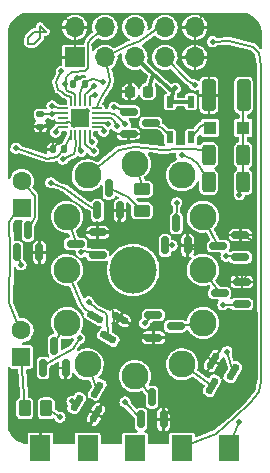
<source format=gbr>
%TF.GenerationSoftware,KiCad,Pcbnew,6.0.11-2627ca5db0~126~ubuntu20.04.1*%
%TF.CreationDate,2023-06-08T18:55:47-04:00*%
%TF.ProjectId,nixitest1,6e697869-7465-4737-9431-2e6b69636164,rev?*%
%TF.SameCoordinates,Original*%
%TF.FileFunction,Copper,L1,Top*%
%TF.FilePolarity,Positive*%
%FSLAX46Y46*%
G04 Gerber Fmt 4.6, Leading zero omitted, Abs format (unit mm)*
G04 Created by KiCad (PCBNEW 6.0.11-2627ca5db0~126~ubuntu20.04.1) date 2023-06-08 18:55:47*
%MOMM*%
%LPD*%
G01*
G04 APERTURE LIST*
G04 Aperture macros list*
%AMRoundRect*
0 Rectangle with rounded corners*
0 $1 Rounding radius*
0 $2 $3 $4 $5 $6 $7 $8 $9 X,Y pos of 4 corners*
0 Add a 4 corners polygon primitive as box body*
4,1,4,$2,$3,$4,$5,$6,$7,$8,$9,$2,$3,0*
0 Add four circle primitives for the rounded corners*
1,1,$1+$1,$2,$3*
1,1,$1+$1,$4,$5*
1,1,$1+$1,$6,$7*
1,1,$1+$1,$8,$9*
0 Add four rect primitives between the rounded corners*
20,1,$1+$1,$2,$3,$4,$5,0*
20,1,$1+$1,$4,$5,$6,$7,0*
20,1,$1+$1,$6,$7,$8,$9,0*
20,1,$1+$1,$8,$9,$2,$3,0*%
G04 Aperture macros list end*
%TA.AperFunction,WasherPad*%
%ADD10C,4.000000*%
%TD*%
%TA.AperFunction,ComponentPad*%
%ADD11C,2.280000*%
%TD*%
%TA.AperFunction,SMDPad,CuDef*%
%ADD12RoundRect,0.250000X0.325000X1.100000X-0.325000X1.100000X-0.325000X-1.100000X0.325000X-1.100000X0*%
%TD*%
%TA.AperFunction,ComponentPad*%
%ADD13R,1.750000X2.250000*%
%TD*%
%TA.AperFunction,SMDPad,CuDef*%
%ADD14RoundRect,0.150000X0.587500X0.150000X-0.587500X0.150000X-0.587500X-0.150000X0.587500X-0.150000X0*%
%TD*%
%TA.AperFunction,SMDPad,CuDef*%
%ADD15RoundRect,0.150000X0.150000X-0.587500X0.150000X0.587500X-0.150000X0.587500X-0.150000X-0.587500X0*%
%TD*%
%TA.AperFunction,SMDPad,CuDef*%
%ADD16RoundRect,0.055000X-0.220000X0.445000X-0.220000X-0.445000X0.220000X-0.445000X0.220000X0.445000X0*%
%TD*%
%TA.AperFunction,SMDPad,CuDef*%
%ADD17RoundRect,0.050000X-0.375000X-0.050000X0.375000X-0.050000X0.375000X0.050000X-0.375000X0.050000X0*%
%TD*%
%TA.AperFunction,SMDPad,CuDef*%
%ADD18RoundRect,0.050000X-0.050000X-0.375000X0.050000X-0.375000X0.050000X0.375000X-0.050000X0.375000X0*%
%TD*%
%TA.AperFunction,SMDPad,CuDef*%
%ADD19R,1.650000X1.650000*%
%TD*%
%TA.AperFunction,SMDPad,CuDef*%
%ADD20RoundRect,0.150000X-0.587500X-0.150000X0.587500X-0.150000X0.587500X0.150000X-0.587500X0.150000X0*%
%TD*%
%TA.AperFunction,SMDPad,CuDef*%
%ADD21RoundRect,0.135000X0.185000X-0.135000X0.185000X0.135000X-0.185000X0.135000X-0.185000X-0.135000X0*%
%TD*%
%TA.AperFunction,SMDPad,CuDef*%
%ADD22RoundRect,0.135000X-0.135000X-0.185000X0.135000X-0.185000X0.135000X0.185000X-0.135000X0.185000X0*%
%TD*%
%TA.AperFunction,SMDPad,CuDef*%
%ADD23RoundRect,0.250000X-0.450000X0.262500X-0.450000X-0.262500X0.450000X-0.262500X0.450000X0.262500X0*%
%TD*%
%TA.AperFunction,SMDPad,CuDef*%
%ADD24RoundRect,0.250000X-0.312500X-0.625000X0.312500X-0.625000X0.312500X0.625000X-0.312500X0.625000X0*%
%TD*%
%TA.AperFunction,ComponentPad*%
%ADD25RoundRect,0.160000X0.640000X-0.640000X0.640000X0.640000X-0.640000X0.640000X-0.640000X-0.640000X0*%
%TD*%
%TA.AperFunction,ComponentPad*%
%ADD26C,1.600000*%
%TD*%
%TA.AperFunction,SMDPad,CuDef*%
%ADD27RoundRect,0.150000X0.163846X0.583790X-0.423654X-0.433790X-0.163846X-0.583790X0.423654X0.433790X0*%
%TD*%
%TA.AperFunction,ComponentPad*%
%ADD28R,1.700000X1.700000*%
%TD*%
%TA.AperFunction,ComponentPad*%
%ADD29O,1.700000X1.700000*%
%TD*%
%TA.AperFunction,SMDPad,CuDef*%
%ADD30RoundRect,0.250000X0.262500X0.450000X-0.262500X0.450000X-0.262500X-0.450000X0.262500X-0.450000X0*%
%TD*%
%TA.AperFunction,SMDPad,CuDef*%
%ADD31RoundRect,0.225000X0.225000X0.250000X-0.225000X0.250000X-0.225000X-0.250000X0.225000X-0.250000X0*%
%TD*%
%TA.AperFunction,SMDPad,CuDef*%
%ADD32RoundRect,0.150000X-0.163846X-0.583790X0.423654X0.433790X0.163846X0.583790X-0.423654X-0.433790X0*%
%TD*%
%TA.AperFunction,SMDPad,CuDef*%
%ADD33RoundRect,0.150000X0.583790X-0.163846X-0.433790X0.423654X-0.583790X0.163846X0.433790X-0.423654X0*%
%TD*%
%TA.AperFunction,SMDPad,CuDef*%
%ADD34RoundRect,0.250000X0.312500X0.625000X-0.312500X0.625000X-0.312500X-0.625000X0.312500X-0.625000X0*%
%TD*%
%TA.AperFunction,SMDPad,CuDef*%
%ADD35R,1.100000X1.100000*%
%TD*%
%TA.AperFunction,SMDPad,CuDef*%
%ADD36RoundRect,0.140000X0.140000X0.170000X-0.140000X0.170000X-0.140000X-0.170000X0.140000X-0.170000X0*%
%TD*%
%TA.AperFunction,ViaPad*%
%ADD37C,0.500000*%
%TD*%
%TA.AperFunction,Conductor*%
%ADD38C,0.200000*%
%TD*%
%TA.AperFunction,Conductor*%
%ADD39C,0.300000*%
%TD*%
G04 APERTURE END LIST*
D10*
%TO.P,U2,*%
%TO.N,*%
X89850000Y-80020000D03*
D11*
%TO.P,U2,1,A*%
%TO.N,ANODE*%
X86000000Y-72000000D03*
%TO.P,U2,2,K0*%
%TO.N,CATH0*%
X84250000Y-75500000D03*
%TO.P,U2,3,K9*%
%TO.N,CATH1*%
X84250000Y-80000000D03*
X84250000Y-80000000D03*
%TO.P,U2,4,K8*%
%TO.N,CATH2*%
X84250000Y-84500000D03*
%TO.P,U2,5,K7*%
%TO.N,CATH3*%
X86000000Y-88000000D03*
%TO.P,U2,6,K6*%
%TO.N,CATH4*%
X90000000Y-89000000D03*
%TO.P,U2,7,K5*%
%TO.N,CATH5*%
X94000000Y-88000000D03*
%TO.P,U2,8,K4*%
%TO.N,CATH6*%
X95750000Y-84500000D03*
%TO.P,U2,9,K3*%
%TO.N,CATH7*%
X95750000Y-80000000D03*
%TO.P,U2,10,K2*%
%TO.N,CATH8*%
X95750000Y-75500000D03*
%TO.P,U2,11,K1*%
%TO.N,CATH9*%
X94000000Y-72000000D03*
%TO.P,U2,12,Kd*%
%TO.N,CATHDOT*%
X90000000Y-71000000D03*
%TD*%
D12*
%TO.P,C1,2*%
%TO.N,GND*%
X96260000Y-65220000D03*
%TO.P,C1,1*%
%TO.N,HV*%
X99210000Y-65220000D03*
%TD*%
D13*
%TO.P,J6,1,Pin_1*%
%TO.N,UTX*%
X98000000Y-95125000D03*
%TD*%
D14*
%TO.P,Q5,1,G*%
%TO.N,DIG_7*%
X99057500Y-82920000D03*
%TO.P,Q5,2,S*%
%TO.N,GND*%
X99057500Y-81020000D03*
%TO.P,Q5,3,D*%
%TO.N,CATH7*%
X97182500Y-81970000D03*
%TD*%
D15*
%TO.P,Q9,1,G*%
%TO.N,DIG_9*%
X92560000Y-77927500D03*
%TO.P,Q9,2,S*%
%TO.N,GND*%
X94460000Y-77927500D03*
%TO.P,Q9,3,D*%
%TO.N,CATH9*%
X93510000Y-76052500D03*
%TD*%
%TO.P,Q12,1,G*%
%TO.N,DIG_DOT*%
X86830000Y-74967500D03*
%TO.P,Q12,2,S*%
%TO.N,GND*%
X88730000Y-74967500D03*
%TO.P,Q12,3,D*%
%TO.N,Net-(Q12-Pad3)*%
X87780000Y-73092500D03*
%TD*%
%TO.P,Q13,1,G*%
%TO.N,DIG_AUX*%
X80020000Y-78527500D03*
%TO.P,Q13,2,S*%
%TO.N,GND*%
X81920000Y-78527500D03*
%TO.P,Q13,3,D*%
%TO.N,CATHAUX*%
X80970000Y-76652500D03*
%TD*%
%TO.P,Q6,1,G*%
%TO.N,DIG_2*%
X82230000Y-88307500D03*
%TO.P,Q6,2,S*%
%TO.N,GND*%
X84130000Y-88307500D03*
%TO.P,Q6,3,D*%
%TO.N,CATH2*%
X83180000Y-86432500D03*
%TD*%
D16*
%TO.P,T1,1*%
%TO.N,+5V*%
X92975000Y-65790000D03*
%TO.P,T1,2*%
X94745000Y-65790000D03*
%TO.P,T1,3*%
%TO.N,Net-(D1-Pad2)*%
X94745000Y-68790000D03*
%TO.P,T1,4*%
%TO.N,Net-(Q1-Pad3)*%
X92975000Y-68790000D03*
%TD*%
D17*
%TO.P,U1,1,PD7/NRST/T2CH4/OPP1/UCK*%
%TO.N,DIG_AUX*%
X83909999Y-66340000D03*
%TO.P,U1,2,PA1/OSCI/A1/T1CH2/OPN0*%
%TO.N,HVCTL*%
X83909999Y-66740000D03*
%TO.P,U1,3,PA2/OSCO/A0/T1CH2N/OPP0/AETR2*%
%TO.N,unconnected-(U1-Pad3)*%
X83909999Y-67140000D03*
%TO.P,U1,4,VSS*%
%TO.N,GND*%
X83909999Y-67540000D03*
%TO.P,U1,5,PD0/T1CH1N/OPN1/SDA/UTX*%
%TO.N,DIG_DOT*%
X83909999Y-67940000D03*
D18*
%TO.P,U1,6,VDD*%
%TO.N,+5V*%
X84559999Y-68590000D03*
%TO.P,U1,7,PC0/T2CH3/UTX/NSS/T1CH3*%
%TO.N,DIG_0*%
X84959999Y-68590000D03*
%TO.P,U1,8,PC1/SDA/NSS/T2CH4/T2CH1ETR/T1BKIN/URX*%
%TO.N,DIG_1*%
X85359999Y-68590000D03*
%TO.P,U1,9,PC2/SCL/URTS/T1BKIN/AETR/T2CH2/T1ETR*%
%TO.N,DIG_2*%
X85759999Y-68590000D03*
%TO.P,U1,10,PC3/T1CH3/T1CHIN/UCTS*%
%TO.N,DIG_3*%
X86159999Y-68590000D03*
D17*
%TO.P,U1,11,PC4/A2/T1CH4/MCO/T1CH1CH2N*%
%TO.N,DIG_4*%
X86809999Y-67940000D03*
%TO.P,U1,12,PC5/SCK/T1ETR/T2CH1ETR/SCL/UCK/T1CH3*%
%TO.N,DIG_5*%
X86809999Y-67540000D03*
%TO.P,U1,13,PC6/MOSI/T1CH1CH3/UCTS/SDA*%
%TO.N,DIG_6*%
X86809999Y-67140000D03*
%TO.P,U1,14,PC7/MISO/T1CH2/T2CH2/URTS*%
%TO.N,DIG_7*%
X86809999Y-66740000D03*
%TO.P,U1,15,PD1/SWIO/AETR/T1CH3/SCL/URX*%
%TO.N,PGM*%
X86809999Y-66340000D03*
D18*
%TO.P,U1,16,PD2/A3/T1CH1/T2CH3/T1CH2N*%
%TO.N,DIG_8*%
X86159999Y-65690000D03*
%TO.P,U1,17,PD3/A4/T2CH2/AETR/UCTS/T1CH4*%
%TO.N,DIG_9*%
X85759999Y-65690000D03*
%TO.P,U1,18,PD4/A7/UCK/T2CH1ETR/OPO/T1CH4ETR*%
%TO.N,HVVMON*%
X85359999Y-65690000D03*
%TO.P,U1,19,PD5/A5/UTX/T2CH4/URX*%
%TO.N,URX*%
X84959999Y-65690000D03*
%TO.P,U1,20,PD6/A7/URX/T2CH3/UTX*%
%TO.N,UTX*%
X84559999Y-65690000D03*
D19*
%TO.P,U1,21,GND*%
%TO.N,GND*%
X85359999Y-67140000D03*
%TD*%
D20*
%TO.P,Q4,1,G*%
%TO.N,DIG_6*%
X91562500Y-83840000D03*
%TO.P,Q4,2,S*%
%TO.N,GND*%
X91562500Y-85740000D03*
%TO.P,Q4,3,D*%
%TO.N,CATH6*%
X93437500Y-84790000D03*
%TD*%
D21*
%TO.P,R1,1*%
%TO.N,GND*%
X82000000Y-67870000D03*
%TO.P,R1,2*%
%TO.N,HVCTL*%
X82000000Y-66850000D03*
%TD*%
D14*
%TO.P,Q2,1,G*%
%TO.N,DIG_0*%
X86847500Y-78740000D03*
%TO.P,Q2,2,S*%
%TO.N,GND*%
X86847500Y-76840000D03*
%TO.P,Q2,3,D*%
%TO.N,CATH0*%
X84972500Y-77790000D03*
%TD*%
D20*
%TO.P,Q1,1,G*%
%TO.N,HVCTL*%
X89462500Y-66600000D03*
%TO.P,Q1,2,S*%
%TO.N,GND*%
X89462500Y-68500000D03*
%TO.P,Q1,3,D*%
%TO.N,Net-(Q1-Pad3)*%
X91337500Y-67550000D03*
%TD*%
D22*
%TO.P,R3,1*%
%TO.N,GND*%
X84780000Y-64300000D03*
%TO.P,R3,2*%
%TO.N,HVVMON*%
X85800000Y-64300000D03*
%TD*%
D13*
%TO.P,J5,1,Pin_1*%
%TO.N,PGM*%
X94000000Y-95125000D03*
%TD*%
D23*
%TO.P,R6,1*%
%TO.N,CATHDOT*%
X90590000Y-73177500D03*
%TO.P,R6,2*%
%TO.N,Net-(Q12-Pad3)*%
X90590000Y-75002500D03*
%TD*%
D13*
%TO.P,J3,1,Pin_1*%
%TO.N,+5V*%
X90000000Y-95125000D03*
%TD*%
D24*
%TO.P,R2,1*%
%TO.N,HVVMON*%
X96242500Y-72555000D03*
%TO.P,R2,2*%
%TO.N,HV*%
X99167500Y-72555000D03*
%TD*%
D25*
%TO.P,NE1,1*%
%TO.N,Net-(NE1-Pad1)*%
X80390000Y-87370000D03*
D26*
%TO.P,NE1,2*%
%TO.N,Net-(NE1-Pad2)*%
X80390000Y-85120000D03*
%TD*%
D15*
%TO.P,Q10,1,G*%
%TO.N,DIG_4*%
X90520000Y-92667500D03*
%TO.P,Q10,2,S*%
%TO.N,GND*%
X92420000Y-92667500D03*
%TO.P,Q10,3,D*%
%TO.N,CATH4*%
X91470000Y-90792500D03*
%TD*%
D27*
%TO.P,Q11,1,G*%
%TO.N,DIG_5*%
X98291474Y-88663101D03*
%TO.P,Q11,2,S*%
%TO.N,GND*%
X96646026Y-87713101D03*
%TO.P,Q11,3,D*%
%TO.N,CATH5*%
X96531250Y-89811899D03*
%TD*%
D25*
%TO.P,NE2,1*%
%TO.N,Net-(NE1-Pad2)*%
X80430000Y-74735000D03*
D26*
%TO.P,NE2,2*%
%TO.N,CATHAUX*%
X80430000Y-72485000D03*
%TD*%
D13*
%TO.P,J4,1,Pin_1*%
%TO.N,URX*%
X86000000Y-95125000D03*
%TD*%
%TO.P,J2,1,Pin_1*%
%TO.N,GND*%
X82000000Y-95125000D03*
%TD*%
D28*
%TO.P,J1,1,Pin_1*%
%TO.N,GND*%
X84910000Y-62020000D03*
D29*
%TO.P,J1,2,Pin_2*%
X84910000Y-59480000D03*
%TO.P,J1,3,Pin_3*%
%TO.N,PGM*%
X87450000Y-62020000D03*
%TO.P,J1,4,Pin_4*%
%TO.N,URX*%
X87450000Y-59480000D03*
%TO.P,J1,5,Pin_5*%
%TO.N,+5V*%
X89990000Y-62020000D03*
%TO.P,J1,6,Pin_6*%
X89990000Y-59480000D03*
%TO.P,J1,7,Pin_7*%
%TO.N,UTX*%
X92530000Y-62020000D03*
%TO.P,J1,8,Pin_8*%
%TO.N,PGM*%
X92530000Y-59480000D03*
%TO.P,J1,9,Pin_9*%
%TO.N,GND*%
X95070000Y-62020000D03*
%TO.P,J1,10,Pin_10*%
X95070000Y-59480000D03*
%TD*%
D30*
%TO.P,R5,1*%
%TO.N,HV*%
X82492500Y-91730000D03*
%TO.P,R5,2*%
%TO.N,Net-(NE1-Pad1)*%
X80667500Y-91730000D03*
%TD*%
D31*
%TO.P,C2,1*%
%TO.N,+5V*%
X91115000Y-64910000D03*
%TO.P,C2,2*%
%TO.N,GND*%
X89565000Y-64910000D03*
%TD*%
D14*
%TO.P,Q8,1,G*%
%TO.N,DIG_8*%
X98937500Y-78950000D03*
%TO.P,Q8,2,S*%
%TO.N,GND*%
X98937500Y-77050000D03*
%TO.P,Q8,3,D*%
%TO.N,CATH8*%
X97062500Y-78000000D03*
%TD*%
D32*
%TO.P,Q7,1,G*%
%TO.N,DIG_3*%
X85058526Y-91286899D03*
%TO.P,Q7,2,S*%
%TO.N,GND*%
X86703974Y-92236899D03*
%TO.P,Q7,3,D*%
%TO.N,CATH3*%
X86818750Y-90138101D03*
%TD*%
D33*
%TO.P,Q3,1,G*%
%TO.N,DIG_1*%
X87746899Y-85731474D03*
%TO.P,Q3,2,S*%
%TO.N,GND*%
X88696899Y-84086026D03*
%TO.P,Q3,3,D*%
%TO.N,CATH1*%
X86598101Y-83971250D03*
%TD*%
D34*
%TO.P,R4,1*%
%TO.N,HV*%
X99167500Y-70285000D03*
%TO.P,R4,2*%
%TO.N,ANODE*%
X96242500Y-70285000D03*
%TD*%
D35*
%TO.P,D1,1,K*%
%TO.N,HV*%
X99165000Y-67975000D03*
%TO.P,D1,2,A*%
%TO.N,Net-(D1-Pad2)*%
X96365000Y-67975000D03*
%TD*%
D36*
%TO.P,C3,1*%
%TO.N,+5V*%
X84030000Y-69800000D03*
%TO.P,C3,2*%
%TO.N,GND*%
X83070000Y-69800000D03*
%TD*%
D37*
%TO.N,GND*%
X86970000Y-68830000D03*
X87540000Y-65980000D03*
X86550000Y-60980000D03*
X88575000Y-82300000D03*
X88720000Y-62380000D03*
X97270000Y-88300000D03*
X84975000Y-89425000D03*
X82570000Y-63610000D03*
X81000000Y-78375000D03*
X92030000Y-68440000D03*
X88420000Y-93150000D03*
X90113482Y-76523482D03*
X89040000Y-60480000D03*
X99410000Y-78010000D03*
X86300000Y-85100000D03*
X80840000Y-58550000D03*
X97510000Y-66580000D03*
X83830000Y-65700000D03*
X84070000Y-82770000D03*
X94625000Y-90125000D03*
X83930000Y-81600000D03*
X87650000Y-90410000D03*
X89680000Y-63940000D03*
X88770000Y-77570000D03*
X94650000Y-73740000D03*
X98440000Y-90780000D03*
X88650000Y-89900000D03*
X92210000Y-64930000D03*
X82375000Y-85525000D03*
X79920000Y-89230000D03*
X99610000Y-75170000D03*
X84240000Y-86150000D03*
X86750000Y-76120000D03*
X84730000Y-93340000D03*
X97300000Y-80875000D03*
X92200000Y-86730000D03*
X92960000Y-81330000D03*
X97500000Y-64500000D03*
X82125000Y-80250000D03*
X79610000Y-59700000D03*
X99510000Y-86480000D03*
X92160000Y-75200000D03*
X88700000Y-58780000D03*
X99490000Y-62320000D03*
X99420000Y-82030000D03*
X97930000Y-71140000D03*
X92770000Y-63490000D03*
X85090000Y-63800000D03*
X91420000Y-66640000D03*
X96920000Y-86040000D03*
X93990000Y-65130000D03*
X93800000Y-60200000D03*
X83390000Y-59990000D03*
X85950000Y-66550000D03*
X82660000Y-65380000D03*
X84800000Y-67700000D03*
X99470000Y-79830000D03*
X86600000Y-73600000D03*
X91280000Y-58830000D03*
X100440000Y-59970000D03*
X89050000Y-85630000D03*
X91270000Y-60970000D03*
X97210000Y-74600000D03*
X83775000Y-68950000D03*
X80525000Y-94350000D03*
X80125000Y-71125000D03*
X93900000Y-69180000D03*
X83500000Y-90225000D03*
X81510000Y-69290000D03*
X84100000Y-73825000D03*
X93180000Y-79440000D03*
X81500000Y-61810000D03*
X86160000Y-58560000D03*
X93800000Y-61600000D03*
X79550000Y-93150000D03*
X93000000Y-92000000D03*
X79520000Y-68070000D03*
X90625000Y-91375000D03*
X91500000Y-92625000D03*
X99480000Y-83830000D03*
X99110000Y-58530000D03*
X81500000Y-71500000D03*
X82160000Y-90150000D03*
%TO.N,HVCTL*%
X88225000Y-66225000D03*
X83020000Y-66810000D03*
%TO.N,DIG_0*%
X83925000Y-70650000D03*
X85450000Y-78510000D03*
%TO.N,DIG_1*%
X86075000Y-82725000D03*
X85425000Y-69975000D03*
%TO.N,DIG_6*%
X88470000Y-67850000D03*
X90830000Y-84510000D03*
%TO.N,DIG_7*%
X97450000Y-82950000D03*
X89200000Y-67675000D03*
%TO.N,DIG_2*%
X85320000Y-85800000D03*
X86500000Y-69960000D03*
%TO.N,DIG_3*%
X86375000Y-69150000D03*
X84680000Y-91150000D03*
%TO.N,DIG_8*%
X86650000Y-65200000D03*
X97710714Y-78839286D03*
%TO.N,DIG_9*%
X86500000Y-64425000D03*
X93140000Y-77940000D03*
%TO.N,CATH9*%
X93540000Y-74320000D03*
%TO.N,DIG_4*%
X89164031Y-91185969D03*
X87350000Y-68250000D03*
%TO.N,DIG_5*%
X97780000Y-86930000D03*
X87725000Y-67675000D03*
%TO.N,DIG_DOT*%
X83275000Y-68350000D03*
X82879536Y-72630464D03*
%TO.N,DIG_AUX*%
X80350000Y-79580000D03*
X82980000Y-66130000D03*
%TO.N,HVVMON*%
X87310000Y-64140000D03*
X93960000Y-70310000D03*
%TO.N,HV*%
X98839279Y-73630721D03*
X83650000Y-92470000D03*
%TO.N,+5V*%
X79920000Y-69700000D03*
X93413483Y-64623483D03*
%TO.N,PGM*%
X96585694Y-60675694D03*
%TO.N,URX*%
X84090000Y-64300000D03*
%TO.N,UTX*%
X83770000Y-63190000D03*
X95050000Y-64350000D03*
X98840000Y-92900000D03*
%TD*%
D38*
%TO.N,GND*%
X85560000Y-83830000D02*
X85250000Y-83320000D01*
X86300000Y-85100000D02*
X85670000Y-84140000D01*
X85670000Y-84140000D02*
X85560000Y-83830000D01*
X85250000Y-83320000D02*
X84070000Y-82770000D01*
%TO.N,CATH1*%
X86598101Y-83971250D02*
X85720000Y-83210000D01*
X85720000Y-83210000D02*
X85440000Y-82820000D01*
X85440000Y-82820000D02*
X84250000Y-80000000D01*
%TO.N,PGM*%
X96875000Y-93875000D02*
X94000000Y-95000000D01*
X98500000Y-92500000D02*
X96875000Y-93875000D01*
X100700000Y-89375000D02*
X100500000Y-90375000D01*
X100490000Y-61630000D02*
X100660000Y-62730000D01*
X99740000Y-91290000D02*
X98500000Y-92500000D01*
X100500000Y-90375000D02*
X99740000Y-91290000D01*
X99970000Y-61100000D02*
X100490000Y-61630000D01*
X100660000Y-62730000D02*
X100700000Y-89375000D01*
X97950000Y-60630000D02*
X99970000Y-61100000D01*
X96585694Y-60675694D02*
X97950000Y-60630000D01*
%TO.N,GND*%
X86970000Y-68830000D02*
X87575000Y-69775000D01*
X88270000Y-64970000D02*
X87540000Y-65980000D01*
X89680000Y-63940000D02*
X88270000Y-64970000D01*
%TO.N,PGM*%
X86870000Y-65920000D02*
X87210000Y-65280000D01*
X86809999Y-66340000D02*
X86870000Y-65920000D01*
X87210000Y-65280000D02*
X87800000Y-64375000D01*
%TO.N,URX*%
X86040000Y-61130000D02*
X86050000Y-60820000D01*
X86050000Y-60820000D02*
X86240000Y-60450000D01*
X84130000Y-64330000D02*
X84130000Y-63730000D01*
X84130000Y-63730000D02*
X84290000Y-63550000D01*
X84290000Y-63550000D02*
X84650000Y-63275000D01*
X84650000Y-63275000D02*
X85790000Y-63210000D01*
X86060000Y-62950000D02*
X86040000Y-61130000D01*
X85790000Y-63210000D02*
X86060000Y-62950000D01*
X86240000Y-60450000D02*
X87450000Y-59480000D01*
%TO.N,GND*%
X87030000Y-60760000D02*
X86550000Y-60980000D01*
X89040000Y-60480000D02*
X87900000Y-60720000D01*
X87900000Y-60720000D02*
X87030000Y-60760000D01*
%TO.N,+5V*%
X79920000Y-69700000D02*
X82575000Y-70600000D01*
X82575000Y-70600000D02*
X83375000Y-70475000D01*
X83375000Y-70475000D02*
X84030000Y-69800000D01*
%TO.N,GND*%
X83909999Y-67540000D02*
X83010000Y-67540000D01*
X83010000Y-67540000D02*
X82000000Y-67870000D01*
X89565000Y-64910000D02*
X89680000Y-63940000D01*
%TO.N,HVVMON*%
X96242500Y-72555000D02*
X95360000Y-71070000D01*
X95360000Y-71070000D02*
X94790000Y-70620000D01*
%TO.N,HV*%
X98839279Y-73630721D02*
X99182500Y-72180000D01*
D39*
%TO.N,+5V*%
X93215000Y-64930000D02*
X93413483Y-64623483D01*
D38*
%TO.N,UTX*%
X95050000Y-64350000D02*
X94500000Y-64000000D01*
X94500000Y-64000000D02*
X92530000Y-62020000D01*
%TO.N,*%
X80970000Y-60860000D02*
X80970000Y-60360000D01*
X81970000Y-59360000D02*
X81970000Y-60360000D01*
X81970000Y-60360000D02*
X81470000Y-60860000D01*
X81470000Y-59860000D02*
X82470000Y-59860000D01*
X80970000Y-60360000D02*
X81470000Y-59860000D01*
X81470000Y-60860000D02*
X80970000Y-60860000D01*
X82470000Y-59860000D02*
X81970000Y-59360000D01*
%TO.N,GND*%
X91307459Y-58332541D02*
X91280000Y-58830000D01*
X84550000Y-72900000D02*
X85500000Y-73550000D01*
X88625000Y-69225000D02*
X89925000Y-69125000D01*
X88440000Y-76710000D02*
X88730000Y-74967500D01*
X81575000Y-70800000D02*
X82600000Y-70975000D01*
X92002500Y-85740000D02*
X88287500Y-84990000D01*
X85500000Y-73550000D02*
X86600000Y-73600000D01*
X97610000Y-79510000D02*
X99057500Y-81020000D01*
X84080000Y-73920000D02*
X83520000Y-73280000D01*
X83770000Y-58320000D02*
X84910000Y-59480000D01*
X81925000Y-73025000D02*
X81750000Y-72625000D01*
X82475000Y-71875000D02*
X83600000Y-72225000D01*
X81500000Y-71500000D02*
X81728571Y-72003571D01*
X83600000Y-72225000D02*
X84550000Y-72900000D01*
X86807500Y-81450000D02*
X87980000Y-82510000D01*
X81920000Y-78527500D02*
X83290000Y-78600000D01*
X80125000Y-71125000D02*
X81575000Y-70800000D01*
X83975800Y-78475800D02*
X84925000Y-78725000D01*
X86750000Y-76120000D02*
X85975000Y-75750000D01*
X82600000Y-70975000D02*
X83950000Y-71175000D01*
X86900000Y-70400000D02*
X87575000Y-69775000D01*
X91307459Y-58332541D02*
X88801628Y-58328372D01*
X87980000Y-82510000D02*
X88287500Y-84990000D01*
X84925000Y-78725000D02*
X85525000Y-79225000D01*
X83290000Y-78600000D02*
X83975800Y-78475800D01*
X95085000Y-61650000D02*
X95085000Y-59110000D01*
X85250000Y-74475000D02*
X84875000Y-74225000D01*
X84790000Y-64075000D02*
X85090000Y-63800000D01*
X85975000Y-75750000D02*
X85600000Y-74925000D01*
X93770000Y-85880000D02*
X92002500Y-85740000D01*
X86887500Y-76720000D02*
X88440000Y-76710000D01*
X99930000Y-77470000D02*
X98937500Y-77050000D01*
X91670000Y-76350000D02*
X93050000Y-77020000D01*
X90113482Y-76523482D02*
X91670000Y-76350000D01*
X88440000Y-76710000D02*
X90113482Y-76523482D01*
X89925000Y-69125000D02*
X92030000Y-68440000D01*
X84875000Y-74225000D02*
X84080000Y-73920000D01*
X87575000Y-69775000D02*
X88625000Y-69225000D01*
X86525000Y-70525000D02*
X86900000Y-70400000D01*
X88700000Y-58780000D02*
X88801628Y-58328372D01*
X96500000Y-78720000D02*
X97610000Y-79510000D01*
X88801628Y-58328372D02*
X83770000Y-58320000D01*
X84800000Y-67700000D02*
X84425000Y-67525000D01*
X84080000Y-73920000D02*
X82900000Y-74450000D01*
X95946026Y-87233101D02*
X93770000Y-85880000D01*
X100100000Y-79600000D02*
X99930000Y-77470000D01*
X99057500Y-81020000D02*
X100100000Y-79600000D01*
X81750000Y-72625000D02*
X81875000Y-72250000D01*
X93050000Y-77020000D02*
X93950000Y-77937500D01*
X81900000Y-71875000D02*
X82475000Y-71875000D01*
X85525000Y-79225000D02*
X86807500Y-81450000D01*
X93950000Y-77937500D02*
X96500000Y-78720000D01*
X95790000Y-58340000D02*
X91307459Y-58332541D01*
X85359999Y-67140000D02*
X85950000Y-66550000D01*
X83520000Y-73280000D02*
X81925000Y-73025000D01*
X81728571Y-72003571D02*
X81900000Y-71875000D01*
X82760000Y-75320000D02*
X82910000Y-75960000D01*
X84425000Y-67525000D02*
X83909999Y-67540000D01*
X85350000Y-70600000D02*
X86100000Y-70375000D01*
X95070000Y-59480000D02*
X95790000Y-58340000D01*
X81875000Y-72250000D02*
X81728571Y-72003571D01*
X84350000Y-71075000D02*
X85350000Y-70600000D01*
X82900000Y-74450000D02*
X82760000Y-75320000D01*
X82910000Y-75960000D02*
X83975800Y-78475800D01*
X85600000Y-74925000D02*
X85250000Y-74475000D01*
X86100000Y-70375000D02*
X86525000Y-70525000D01*
X83070000Y-69800000D02*
X83775000Y-68950000D01*
X83950000Y-71175000D02*
X84350000Y-71075000D01*
%TO.N,Net-(D1-Pad2)*%
X94840000Y-68790000D02*
X95570000Y-67820000D01*
X95570000Y-67820000D02*
X96380000Y-67600000D01*
%TO.N,HVCTL*%
X88225000Y-66225000D02*
X89462500Y-66600000D01*
X82000000Y-66850000D02*
X83020000Y-66810000D01*
X83410000Y-66740000D02*
X83020000Y-66810000D01*
X83909999Y-66740000D02*
X83410000Y-66740000D01*
%TO.N,Net-(Q1-Pad3)*%
X92640000Y-68310000D02*
X93070000Y-68790000D01*
X92310000Y-67960000D02*
X92640000Y-68310000D01*
X91337500Y-67550000D02*
X92310000Y-67960000D01*
%TO.N,DIG_0*%
X85660000Y-78420000D02*
X86887500Y-78620000D01*
X84825000Y-70200000D02*
X84975000Y-69425000D01*
X85450000Y-78510000D02*
X85660000Y-78420000D01*
X83925000Y-70650000D02*
X84825000Y-70200000D01*
X84975000Y-69425000D02*
X84959999Y-68590000D01*
%TO.N,CATH0*%
X85012500Y-77670000D02*
X84250000Y-75500000D01*
%TO.N,DIG_1*%
X86807500Y-83350000D02*
X87560000Y-83660000D01*
X85375000Y-69375000D02*
X85359999Y-68590000D01*
X87670000Y-83980000D02*
X87746899Y-85731474D01*
X87560000Y-83660000D02*
X87670000Y-83980000D01*
X85300000Y-69950000D02*
X85375000Y-69375000D01*
X86075000Y-82725000D02*
X86807500Y-83350000D01*
X85425000Y-69975000D02*
X85300000Y-69950000D01*
%TO.N,DIG_6*%
X87860000Y-67140000D02*
X88140000Y-67240000D01*
X86809999Y-67140000D02*
X87860000Y-67140000D01*
X88140000Y-67240000D02*
X88470000Y-67850000D01*
X90830000Y-84510000D02*
X91562500Y-83840000D01*
%TO.N,CATH6*%
X93437500Y-84790000D02*
X95750000Y-84500000D01*
%TO.N,DIG_7*%
X88250000Y-66800000D02*
X88650000Y-67175000D01*
X87725000Y-66700000D02*
X88250000Y-66800000D01*
X88650000Y-67175000D02*
X89200000Y-67675000D01*
X86809999Y-66740000D02*
X87725000Y-66700000D01*
X97450000Y-82950000D02*
X99057500Y-82920000D01*
%TO.N,CATH7*%
X95750000Y-80000000D02*
X97182500Y-81970000D01*
%TO.N,DIG_2*%
X85950000Y-69550000D02*
X85775000Y-69375000D01*
X85320000Y-85800000D02*
X84720000Y-86680000D01*
X86500000Y-69960000D02*
X85950000Y-69550000D01*
X85775000Y-69375000D02*
X85759999Y-68590000D01*
X84720000Y-86680000D02*
X83030000Y-87660000D01*
X83030000Y-87660000D02*
X82090000Y-88267500D01*
%TO.N,CATH2*%
X83040000Y-86392500D02*
X84250000Y-84500000D01*
%TO.N,DIG_3*%
X84680000Y-91150000D02*
X85058526Y-91286899D01*
X86175000Y-69200000D02*
X86159999Y-68590000D01*
X86375000Y-69150000D02*
X86175000Y-69200000D01*
%TO.N,CATH3*%
X86818750Y-90138101D02*
X86000000Y-88000000D01*
%TO.N,DIG_8*%
X86170000Y-65260000D02*
X86159999Y-65690000D01*
X86650000Y-65200000D02*
X86170000Y-65260000D01*
X97710714Y-78839286D02*
X98937500Y-78950000D01*
%TO.N,CATH8*%
X95750000Y-75500000D02*
X97062500Y-78000000D01*
%TO.N,DIG_9*%
X93140000Y-77940000D02*
X92560000Y-77927500D01*
X85930000Y-65000000D02*
X86120000Y-64850000D01*
X85750000Y-65150000D02*
X85930000Y-65000000D01*
X86310000Y-64680000D02*
X86500000Y-64425000D01*
X85759999Y-65690000D02*
X85750000Y-65150000D01*
X86120000Y-64850000D02*
X86310000Y-64680000D01*
%TO.N,CATH9*%
X93510000Y-76052500D02*
X93540000Y-74320000D01*
%TO.N,DIG_4*%
X89164031Y-91185969D02*
X90520000Y-92667500D01*
X86809999Y-67940000D02*
X87275000Y-67950000D01*
X87275000Y-67950000D02*
X87350000Y-68250000D01*
%TO.N,CATH4*%
X91470000Y-90792500D02*
X90000000Y-89000000D01*
%TO.N,DIG_5*%
X97780000Y-86930000D02*
X98291474Y-88663101D01*
X87325000Y-67550000D02*
X87725000Y-67675000D01*
X86809999Y-67540000D02*
X87325000Y-67550000D01*
%TO.N,CATH5*%
X95831250Y-89331899D02*
X96531250Y-89811899D01*
X94000000Y-88000000D02*
X95831250Y-89331899D01*
%TO.N,DIG_DOT*%
X85850000Y-74450000D02*
X86510000Y-74820000D01*
X83975000Y-73075000D02*
X85850000Y-74450000D01*
X86510000Y-74820000D02*
X86830000Y-74967500D01*
X82879536Y-72630464D02*
X83975000Y-73075000D01*
X83275000Y-68350000D02*
X83475000Y-67950000D01*
X83475000Y-67950000D02*
X83909999Y-67940000D01*
%TO.N,CATHDOT*%
X90710000Y-73027500D02*
X90000000Y-71000000D01*
%TO.N,DIG_AUX*%
X80350000Y-79580000D02*
X80020000Y-78527500D01*
X83909999Y-66340000D02*
X83530000Y-66340000D01*
X83530000Y-66340000D02*
X82980000Y-66130000D01*
%TO.N,CATHAUX*%
X80970000Y-76652500D02*
X81500000Y-75520000D01*
X81500000Y-75520000D02*
X81500000Y-73750000D01*
X81500000Y-73750000D02*
X80260000Y-72350000D01*
%TO.N,HVVMON*%
X86475000Y-63850000D02*
X85810000Y-64075000D01*
X87310000Y-64140000D02*
X86475000Y-63850000D01*
X85500000Y-64525000D02*
X85375000Y-65100000D01*
X85810000Y-64075000D02*
X85500000Y-64525000D01*
X93960000Y-70310000D02*
X94790000Y-70620000D01*
X85375000Y-65100000D02*
X85359999Y-65690000D01*
%TO.N,ANODE*%
X88625000Y-69825000D02*
X89970000Y-69580000D01*
X94290000Y-69760000D02*
X93620000Y-69780000D01*
X86000000Y-72000000D02*
X88625000Y-69825000D01*
X89970000Y-69580000D02*
X92340000Y-69860000D01*
X93620000Y-69780000D02*
X92340000Y-69860000D01*
X96237500Y-69820000D02*
X94290000Y-69760000D01*
%TO.N,HV*%
X99172500Y-72120000D02*
X99162500Y-69820000D01*
X99162500Y-69820000D02*
X99180000Y-67600000D01*
X99180000Y-67600000D02*
X99225000Y-65250000D01*
X82492500Y-91730000D02*
X83650000Y-92470000D01*
%TO.N,Net-(NE1-Pad1)*%
X80667500Y-91730000D02*
X80390000Y-87370000D01*
D39*
%TO.N,+5V*%
X91556504Y-63433496D02*
X89990000Y-62020000D01*
X93215000Y-64930000D02*
X91556504Y-63433496D01*
X91115000Y-64910000D02*
X91556504Y-63433496D01*
X93070000Y-65790000D02*
X93215000Y-64930000D01*
X94840000Y-65790000D02*
X93070000Y-65790000D01*
D38*
X84559999Y-68590000D02*
X84030000Y-69800000D01*
%TO.N,PGM*%
X89290000Y-61050000D02*
X90470000Y-60670000D01*
X87450000Y-62020000D02*
X89290000Y-61050000D01*
X87900000Y-63925000D02*
X87450000Y-62020000D01*
X87800000Y-64375000D02*
X87900000Y-63925000D01*
X90470000Y-60670000D02*
X92545000Y-59110000D01*
%TO.N,URX*%
X84470000Y-64910000D02*
X84270000Y-64830000D01*
X84270000Y-64830000D02*
X84160000Y-64730000D01*
X84960000Y-65190000D02*
X84730000Y-65020000D01*
X84730000Y-65020000D02*
X84470000Y-64910000D01*
X84959999Y-65690000D02*
X84960000Y-65190000D01*
X84160000Y-64730000D02*
X84130000Y-64330000D01*
X84130000Y-64330000D02*
X84090000Y-64300000D01*
%TO.N,UTX*%
X83510000Y-64760000D02*
X83850000Y-64920000D01*
X84550000Y-65350000D02*
X84559999Y-65690000D01*
X83310000Y-64100000D02*
X83510000Y-64760000D01*
X83850000Y-64920000D02*
X84080000Y-65170000D01*
X84080000Y-65170000D02*
X84550000Y-65350000D01*
X98840000Y-92900000D02*
X98000000Y-95000000D01*
X83770000Y-63190000D02*
X83310000Y-64100000D01*
%TO.N,Net-(NE1-Pad2)*%
X79330000Y-82820000D02*
X80250000Y-85125000D01*
X79430000Y-78450000D02*
X79330000Y-82820000D01*
X79370000Y-75970000D02*
X79430000Y-78450000D01*
X80260000Y-74600000D02*
X79370000Y-75970000D01*
%TO.N,Net-(Q12-Pad3)*%
X90590000Y-75002500D02*
X89420000Y-73840000D01*
X89420000Y-73840000D02*
X87780000Y-73092500D01*
%TD*%
%TA.AperFunction,Conductor*%
%TO.N,GND*%
G36*
X84707176Y-58241317D02*
G01*
X84746772Y-58295817D01*
X84746772Y-58363183D01*
X84707176Y-58417683D01*
X84673882Y-58434065D01*
X84512348Y-58481607D01*
X84502506Y-58485584D01*
X84326000Y-58577859D01*
X84317118Y-58583671D01*
X84161886Y-58708480D01*
X84154317Y-58715892D01*
X84026282Y-58868478D01*
X84020290Y-58877229D01*
X83924335Y-59051772D01*
X83920155Y-59061523D01*
X83859928Y-59251382D01*
X83857724Y-59261751D01*
X83847506Y-59352843D01*
X83850460Y-59367229D01*
X83852335Y-59368942D01*
X83857230Y-59370000D01*
X85957129Y-59370000D01*
X85971094Y-59365462D01*
X85972826Y-59363078D01*
X85973292Y-59358792D01*
X85965220Y-59276469D01*
X85963159Y-59266060D01*
X85905593Y-59075390D01*
X85901545Y-59065568D01*
X85808044Y-58889720D01*
X85802165Y-58880871D01*
X85676283Y-58726524D01*
X85668807Y-58718997D01*
X85515336Y-58592034D01*
X85506546Y-58586105D01*
X85331333Y-58491367D01*
X85321557Y-58487258D01*
X85148297Y-58433625D01*
X85093249Y-58394794D01*
X85071540Y-58331022D01*
X85091460Y-58266669D01*
X85145402Y-58226315D01*
X85180529Y-58220500D01*
X87181335Y-58220500D01*
X87245404Y-58241317D01*
X87285000Y-58295817D01*
X87285000Y-58363183D01*
X87245404Y-58417683D01*
X87212110Y-58434065D01*
X87052159Y-58481141D01*
X87052157Y-58481142D01*
X87047043Y-58482647D01*
X86860997Y-58579909D01*
X86856847Y-58583246D01*
X86856842Y-58583249D01*
X86760572Y-58660653D01*
X86697386Y-58711456D01*
X86562442Y-58872276D01*
X86559874Y-58876947D01*
X86559872Y-58876950D01*
X86552852Y-58889720D01*
X86461304Y-59056245D01*
X86459692Y-59061327D01*
X86459691Y-59061329D01*
X86451655Y-59086662D01*
X86397826Y-59256354D01*
X86397232Y-59261650D01*
X86378293Y-59430500D01*
X86374425Y-59464981D01*
X86391992Y-59674181D01*
X86393460Y-59679302D01*
X86393461Y-59679305D01*
X86428702Y-59802205D01*
X86426352Y-59869530D01*
X86392102Y-59917296D01*
X86056800Y-60186092D01*
X86047699Y-60192648D01*
X86018801Y-60211285D01*
X86013037Y-60218884D01*
X86013036Y-60218885D01*
X86006696Y-60227244D01*
X85995664Y-60241789D01*
X85993941Y-60244060D01*
X85989008Y-60250102D01*
X85961870Y-60281011D01*
X85958408Y-60289898D01*
X85958407Y-60289900D01*
X85949391Y-60313046D01*
X85944788Y-60323274D01*
X85792042Y-60620728D01*
X85772883Y-60658037D01*
X85768519Y-60665746D01*
X85747931Y-60698890D01*
X85745974Y-60708219D01*
X85740436Y-60734617D01*
X85737894Y-60744433D01*
X85731088Y-60766448D01*
X85727109Y-60779317D01*
X85727922Y-60795819D01*
X85729028Y-60818286D01*
X85729103Y-60827155D01*
X85728886Y-60833880D01*
X85728543Y-60844516D01*
X85705670Y-60907880D01*
X85649922Y-60945698D01*
X85619600Y-60950000D01*
X85037262Y-60950000D01*
X85023297Y-60954538D01*
X85020000Y-60959076D01*
X85020000Y-62021000D01*
X84999183Y-62085069D01*
X84944683Y-62124665D01*
X84911000Y-62130000D01*
X83857263Y-62130000D01*
X83843298Y-62134538D01*
X83840001Y-62139076D01*
X83840001Y-62610214D01*
X83819184Y-62674283D01*
X83764684Y-62713879D01*
X83730336Y-62719212D01*
X83705489Y-62719060D01*
X83698022Y-62721194D01*
X83583370Y-62753961D01*
X83583367Y-62753962D01*
X83575905Y-62756095D01*
X83569338Y-62760239D01*
X83569337Y-62760239D01*
X83482333Y-62815135D01*
X83461924Y-62828012D01*
X83372709Y-62929029D01*
X83362631Y-62950494D01*
X83329994Y-63020010D01*
X83315432Y-63051025D01*
X83314237Y-63058700D01*
X83298052Y-63162649D01*
X83294697Y-63184193D01*
X83312172Y-63317828D01*
X83313582Y-63321033D01*
X83310843Y-63386385D01*
X83305957Y-63397563D01*
X83042628Y-63918499D01*
X83034677Y-63934228D01*
X83028667Y-63944646D01*
X83010742Y-63972099D01*
X83008574Y-63981386D01*
X83001024Y-64013724D01*
X82999217Y-64020477D01*
X82986857Y-64061374D01*
X82987340Y-64070059D01*
X82987288Y-64070353D01*
X82987023Y-64073396D01*
X82987023Y-64073695D01*
X82985046Y-64082165D01*
X82986184Y-64091628D01*
X82986184Y-64091630D01*
X82990148Y-64124586D01*
X82990760Y-64131549D01*
X82993133Y-64174224D01*
X83006040Y-64204362D01*
X83010152Y-64215648D01*
X83201043Y-64845588D01*
X83202111Y-64849356D01*
X83214567Y-64896503D01*
X83220009Y-64904333D01*
X83229806Y-64918430D01*
X83237539Y-64931386D01*
X83249606Y-64955214D01*
X83257744Y-64962840D01*
X83272707Y-64980159D01*
X83279070Y-64989314D01*
X83300885Y-65004703D01*
X83312588Y-65014238D01*
X83332076Y-65032502D01*
X83340844Y-65036249D01*
X83340848Y-65036252D01*
X83376967Y-65051689D01*
X83380541Y-65053293D01*
X83546629Y-65131452D01*
X83616493Y-65164329D01*
X83637341Y-65174140D01*
X83671146Y-65198966D01*
X83685607Y-65214685D01*
X83835084Y-65377160D01*
X83839521Y-65382296D01*
X83860673Y-65408375D01*
X83860676Y-65408377D01*
X83866680Y-65415780D01*
X83894448Y-65432436D01*
X83904558Y-65439298D01*
X83930302Y-65458971D01*
X83939399Y-65461819D01*
X83939402Y-65461821D01*
X83971471Y-65471862D01*
X83977883Y-65474092D01*
X84168082Y-65546934D01*
X84220468Y-65589288D01*
X84238052Y-65645518D01*
X84239452Y-65693103D01*
X84239499Y-65696309D01*
X84239499Y-65910500D01*
X84218682Y-65974569D01*
X84164182Y-66014165D01*
X84130499Y-66019500D01*
X83609206Y-66019500D01*
X83570326Y-66012330D01*
X83535058Y-65998864D01*
X83458542Y-65969649D01*
X83406113Y-65927348D01*
X83398197Y-65912934D01*
X83383666Y-65880974D01*
X83383664Y-65880971D01*
X83380450Y-65873902D01*
X83292475Y-65771803D01*
X83250351Y-65744499D01*
X83185898Y-65702722D01*
X83185895Y-65702721D01*
X83179382Y-65698499D01*
X83161339Y-65693103D01*
X83057700Y-65662108D01*
X83057698Y-65662108D01*
X83050259Y-65659883D01*
X82983300Y-65659474D01*
X82923256Y-65659107D01*
X82923253Y-65659107D01*
X82915489Y-65659060D01*
X82908022Y-65661194D01*
X82793370Y-65693961D01*
X82793367Y-65693962D01*
X82785905Y-65696095D01*
X82779338Y-65700239D01*
X82779337Y-65700239D01*
X82689206Y-65757108D01*
X82671924Y-65768012D01*
X82582709Y-65869029D01*
X82579408Y-65876060D01*
X82534806Y-65971060D01*
X82525432Y-65991025D01*
X82504697Y-66124193D01*
X82522172Y-66257828D01*
X82529048Y-66273456D01*
X82535799Y-66340479D01*
X82501863Y-66398673D01*
X82440203Y-66425806D01*
X82381412Y-66415282D01*
X82314144Y-66382401D01*
X82287967Y-66369605D01*
X82261696Y-66365772D01*
X82222609Y-66360070D01*
X82222604Y-66360070D01*
X82218699Y-66359500D01*
X82000965Y-66359500D01*
X81781302Y-66359501D01*
X81777364Y-66360081D01*
X81777359Y-66360081D01*
X81719814Y-66368551D01*
X81719813Y-66368551D01*
X81711431Y-66369785D01*
X81691059Y-66379787D01*
X81613283Y-66417973D01*
X81613281Y-66417975D01*
X81605194Y-66421945D01*
X81521580Y-66505705D01*
X81469605Y-66612033D01*
X81459500Y-66681301D01*
X81459501Y-67018698D01*
X81460081Y-67022636D01*
X81460081Y-67022641D01*
X81468551Y-67080186D01*
X81469785Y-67088569D01*
X81473519Y-67096174D01*
X81516484Y-67183683D01*
X81521945Y-67194806D01*
X81528323Y-67201173D01*
X81605705Y-67278420D01*
X81604569Y-67279558D01*
X81638739Y-67325738D01*
X81639326Y-67393101D01*
X81604395Y-67441266D01*
X81605489Y-67442358D01*
X81528359Y-67519622D01*
X81518035Y-67534095D01*
X81473806Y-67624579D01*
X81468870Y-67640549D01*
X81460570Y-67697440D01*
X81460000Y-67705299D01*
X81460000Y-67742738D01*
X81464538Y-67756703D01*
X81469076Y-67760000D01*
X82522738Y-67760000D01*
X82536703Y-67755462D01*
X82540000Y-67750924D01*
X82540000Y-67705333D01*
X82539420Y-67697410D01*
X82530962Y-67639955D01*
X82525996Y-67623974D01*
X82481612Y-67533575D01*
X82471267Y-67519125D01*
X82394000Y-67441992D01*
X82395216Y-67440774D01*
X82361261Y-67394881D01*
X82360677Y-67327517D01*
X82395818Y-67279065D01*
X82394806Y-67278055D01*
X82472057Y-67200670D01*
X82472059Y-67200667D01*
X82478420Y-67194295D01*
X82479425Y-67192239D01*
X82530709Y-67154294D01*
X82561021Y-67148746D01*
X82638003Y-67145727D01*
X82702838Y-67164017D01*
X82702986Y-67164131D01*
X82703172Y-67164353D01*
X82740845Y-67189430D01*
X82808903Y-67234734D01*
X82808906Y-67234735D01*
X82815362Y-67239033D01*
X82822764Y-67241346D01*
X82822767Y-67241347D01*
X82936592Y-67276908D01*
X82944002Y-67279223D01*
X83011377Y-67280458D01*
X83070990Y-67281551D01*
X83070992Y-67281551D01*
X83078752Y-67281693D01*
X83086240Y-67279651D01*
X83086244Y-67279651D01*
X83143957Y-67263917D01*
X83211245Y-67267150D01*
X83263782Y-67309316D01*
X83281500Y-67374310D01*
X83279532Y-67390344D01*
X83266042Y-67458160D01*
X83264999Y-67468755D01*
X83265000Y-67611242D01*
X83266043Y-67621838D01*
X83267893Y-67631136D01*
X83259975Y-67698035D01*
X83248533Y-67717337D01*
X83222303Y-67752700D01*
X83219851Y-67755881D01*
X83189492Y-67793798D01*
X83186437Y-67802832D01*
X83180867Y-67819303D01*
X83175104Y-67833131D01*
X83163853Y-67855633D01*
X83116581Y-67903628D01*
X83096315Y-67911690D01*
X83088374Y-67913960D01*
X83088372Y-67913961D01*
X83080905Y-67916095D01*
X83074338Y-67920239D01*
X83074337Y-67920239D01*
X83041741Y-67940806D01*
X82966924Y-67988012D01*
X82877709Y-68089029D01*
X82820432Y-68211025D01*
X82799697Y-68344193D01*
X82817172Y-68477828D01*
X82871451Y-68601187D01*
X82958172Y-68704353D01*
X82964635Y-68708655D01*
X83063903Y-68774734D01*
X83063906Y-68774735D01*
X83070362Y-68779033D01*
X83077764Y-68781346D01*
X83077767Y-68781347D01*
X83191592Y-68816908D01*
X83199002Y-68819223D01*
X83266377Y-68820458D01*
X83325990Y-68821551D01*
X83325992Y-68821551D01*
X83333752Y-68821693D01*
X83351303Y-68816908D01*
X83456286Y-68788287D01*
X83456287Y-68788286D01*
X83463779Y-68786244D01*
X83496234Y-68766317D01*
X83547561Y-68734802D01*
X83578631Y-68715725D01*
X83669073Y-68615806D01*
X83677503Y-68598408D01*
X83702545Y-68546719D01*
X83727836Y-68494518D01*
X83750196Y-68361614D01*
X83750211Y-68360373D01*
X83776383Y-68299101D01*
X83834205Y-68264536D01*
X83855978Y-68261827D01*
X83908808Y-68260612D01*
X83912424Y-68260529D01*
X83914929Y-68260500D01*
X84130499Y-68260500D01*
X84194568Y-68281317D01*
X84234164Y-68335817D01*
X84239499Y-68369500D01*
X84239499Y-68500061D01*
X84230341Y-68543792D01*
X83945096Y-69195014D01*
X83940574Y-69205338D01*
X83895801Y-69255671D01*
X83855631Y-69268159D01*
X83855828Y-69269500D01*
X83784974Y-69279930D01*
X83726361Y-69308708D01*
X83685332Y-69328852D01*
X83685330Y-69328853D01*
X83677243Y-69332824D01*
X83670876Y-69339202D01*
X83626803Y-69383352D01*
X83566806Y-69413988D01*
X83500261Y-69403508D01*
X83472654Y-69383487D01*
X83428319Y-69339230D01*
X83413852Y-69328910D01*
X83321869Y-69283948D01*
X83305899Y-69279012D01*
X83248034Y-69270570D01*
X83240175Y-69270000D01*
X83197262Y-69270000D01*
X83183297Y-69274538D01*
X83180000Y-69279076D01*
X83180000Y-69801000D01*
X83159183Y-69865069D01*
X83104683Y-69904665D01*
X83071000Y-69910000D01*
X82587262Y-69910000D01*
X82573297Y-69914538D01*
X82570000Y-69919076D01*
X82570000Y-70000143D01*
X82570580Y-70008062D01*
X82579182Y-70066499D01*
X82583970Y-70081907D01*
X82583102Y-70149267D01*
X82542806Y-70203252D01*
X82478475Y-70223242D01*
X82444889Y-70217481D01*
X80837896Y-69672738D01*
X82570000Y-69672738D01*
X82574538Y-69686703D01*
X82579076Y-69690000D01*
X82942738Y-69690000D01*
X82956703Y-69685462D01*
X82960000Y-69680924D01*
X82960000Y-69287262D01*
X82955462Y-69273297D01*
X82950924Y-69270000D01*
X82899857Y-69270000D01*
X82891938Y-69270580D01*
X82833499Y-69279182D01*
X82817516Y-69284149D01*
X82725627Y-69329264D01*
X82711171Y-69339614D01*
X82639230Y-69411681D01*
X82628910Y-69426148D01*
X82583948Y-69518131D01*
X82579012Y-69534101D01*
X82570570Y-69591966D01*
X82570000Y-69599825D01*
X82570000Y-69672738D01*
X80837896Y-69672738D01*
X80393868Y-69522220D01*
X80339874Y-69481936D01*
X80329636Y-69464106D01*
X80320450Y-69443902D01*
X80232475Y-69341803D01*
X80159524Y-69294518D01*
X80125898Y-69272722D01*
X80125895Y-69272721D01*
X80119382Y-69268499D01*
X80088810Y-69259356D01*
X79997700Y-69232108D01*
X79997698Y-69232108D01*
X79990259Y-69229883D01*
X79923300Y-69229474D01*
X79863256Y-69229107D01*
X79863253Y-69229107D01*
X79855489Y-69229060D01*
X79848022Y-69231194D01*
X79733370Y-69263961D01*
X79733367Y-69263962D01*
X79725905Y-69266095D01*
X79719338Y-69270239D01*
X79719337Y-69270239D01*
X79621570Y-69331926D01*
X79611924Y-69338012D01*
X79522709Y-69439029D01*
X79519408Y-69446060D01*
X79484627Y-69520142D01*
X79465432Y-69561025D01*
X79444697Y-69694193D01*
X79462172Y-69827828D01*
X79516451Y-69951187D01*
X79603172Y-70054353D01*
X79609635Y-70058655D01*
X79708903Y-70124734D01*
X79708906Y-70124735D01*
X79715362Y-70129033D01*
X79722764Y-70131346D01*
X79722767Y-70131347D01*
X79836592Y-70166908D01*
X79844002Y-70169223D01*
X79911377Y-70170458D01*
X79970990Y-70171551D01*
X79970992Y-70171551D01*
X79978752Y-70171693D01*
X80077385Y-70144803D01*
X80101286Y-70138287D01*
X80101287Y-70138286D01*
X80108779Y-70136244D01*
X80113540Y-70133321D01*
X80179611Y-70127075D01*
X80190827Y-70130220D01*
X82463611Y-70900655D01*
X82467891Y-70902206D01*
X82503340Y-70915898D01*
X82503343Y-70915899D01*
X82512237Y-70919334D01*
X82540189Y-70919880D01*
X82554592Y-70921121D01*
X82572809Y-70923917D01*
X82572813Y-70923917D01*
X82582236Y-70925363D01*
X82628896Y-70916062D01*
X82633322Y-70915276D01*
X83376059Y-70799223D01*
X83400747Y-70798200D01*
X83408236Y-70798742D01*
X83408240Y-70798742D01*
X83408031Y-70801624D01*
X83459648Y-70812726D01*
X83504689Y-70863092D01*
X83521451Y-70901187D01*
X83608172Y-71004353D01*
X83614635Y-71008655D01*
X83713903Y-71074734D01*
X83713906Y-71074735D01*
X83720362Y-71079033D01*
X83727764Y-71081346D01*
X83727767Y-71081347D01*
X83841592Y-71116908D01*
X83849002Y-71119223D01*
X83916377Y-71120458D01*
X83975990Y-71121551D01*
X83975992Y-71121551D01*
X83983752Y-71121693D01*
X84001303Y-71116908D01*
X84106286Y-71088287D01*
X84106287Y-71088286D01*
X84113779Y-71086244D01*
X84228631Y-71015725D01*
X84258819Y-70982374D01*
X84313863Y-70921562D01*
X84319073Y-70915806D01*
X84369724Y-70811261D01*
X84419070Y-70761295D01*
X84665336Y-70638162D01*
X84920619Y-70510520D01*
X84925239Y-70508578D01*
X84931201Y-70507629D01*
X84939538Y-70502999D01*
X84939541Y-70502998D01*
X84972475Y-70484708D01*
X84976646Y-70482508D01*
X84989147Y-70476257D01*
X84989151Y-70476254D01*
X84993410Y-70474125D01*
X84997237Y-70471286D01*
X85000827Y-70469081D01*
X85004933Y-70466681D01*
X85030012Y-70452753D01*
X85036274Y-70445538D01*
X85053650Y-70429444D01*
X85053664Y-70429434D01*
X85053667Y-70429431D01*
X85061323Y-70423752D01*
X85066577Y-70415795D01*
X85069737Y-70412457D01*
X85128902Y-70380245D01*
X85195701Y-70388961D01*
X85209286Y-70396660D01*
X85220362Y-70404033D01*
X85227764Y-70406346D01*
X85227767Y-70406347D01*
X85324407Y-70436539D01*
X85349002Y-70444223D01*
X85416377Y-70445458D01*
X85475990Y-70446551D01*
X85475992Y-70446551D01*
X85483752Y-70446693D01*
X85539293Y-70431551D01*
X85606286Y-70413287D01*
X85606287Y-70413286D01*
X85613779Y-70411244D01*
X85728631Y-70340725D01*
X85753899Y-70312809D01*
X85813863Y-70246562D01*
X85819073Y-70240806D01*
X85868410Y-70138973D01*
X85915079Y-70090392D01*
X85981390Y-70078520D01*
X86042015Y-70107893D01*
X86066272Y-70142600D01*
X86096451Y-70211187D01*
X86183172Y-70314353D01*
X86189635Y-70318655D01*
X86288903Y-70384734D01*
X86288906Y-70384735D01*
X86295362Y-70389033D01*
X86302764Y-70391346D01*
X86302767Y-70391347D01*
X86406490Y-70423752D01*
X86424002Y-70429223D01*
X86491377Y-70430458D01*
X86550990Y-70431551D01*
X86550992Y-70431551D01*
X86558752Y-70431693D01*
X86587880Y-70423752D01*
X86681286Y-70398287D01*
X86681287Y-70398286D01*
X86688779Y-70396244D01*
X86714146Y-70380669D01*
X86797012Y-70329789D01*
X86803631Y-70325725D01*
X86894073Y-70225806D01*
X86897686Y-70218350D01*
X86933318Y-70144803D01*
X86952836Y-70104518D01*
X86955644Y-70087828D01*
X86974497Y-69975771D01*
X86974497Y-69975766D01*
X86975196Y-69971614D01*
X86975338Y-69960000D01*
X86956232Y-69826588D01*
X86930544Y-69770090D01*
X86903666Y-69710974D01*
X86903664Y-69710971D01*
X86900450Y-69703902D01*
X86812475Y-69601803D01*
X86805961Y-69597581D01*
X86805959Y-69597579D01*
X86786489Y-69584959D01*
X86744049Y-69532643D01*
X86740466Y-69465373D01*
X86760454Y-69428635D01*
X86759518Y-69428004D01*
X86763863Y-69421562D01*
X86769073Y-69415806D01*
X86775032Y-69403508D01*
X86803944Y-69343831D01*
X86827836Y-69294518D01*
X86829125Y-69286857D01*
X86849497Y-69165771D01*
X86849497Y-69165766D01*
X86850196Y-69161614D01*
X86850338Y-69150000D01*
X86831232Y-69016588D01*
X86805039Y-68958979D01*
X86778666Y-68900974D01*
X86778664Y-68900971D01*
X86775450Y-68893902D01*
X86687475Y-68791803D01*
X86574382Y-68718499D01*
X86566944Y-68716275D01*
X86566943Y-68716274D01*
X86558873Y-68713860D01*
X86503456Y-68675557D01*
X86481140Y-68612112D01*
X86480532Y-68587397D01*
X86480499Y-68584716D01*
X86480499Y-68369500D01*
X86501316Y-68305431D01*
X86555816Y-68265835D01*
X86589499Y-68260500D01*
X86781155Y-68260500D01*
X86845224Y-68281317D01*
X86884820Y-68335817D01*
X86889235Y-68355366D01*
X86892172Y-68377828D01*
X86946451Y-68501187D01*
X87033172Y-68604353D01*
X87048473Y-68614538D01*
X87138903Y-68674734D01*
X87138906Y-68674735D01*
X87145362Y-68679033D01*
X87152764Y-68681346D01*
X87152767Y-68681347D01*
X87264563Y-68716274D01*
X87274002Y-68719223D01*
X87341377Y-68720458D01*
X87400990Y-68721551D01*
X87400992Y-68721551D01*
X87408752Y-68721693D01*
X87430643Y-68715725D01*
X87531286Y-68688287D01*
X87531287Y-68688286D01*
X87538779Y-68686244D01*
X87547183Y-68681084D01*
X88505001Y-68681084D01*
X88505581Y-68689011D01*
X88514471Y-68749411D01*
X88519439Y-68765399D01*
X88566021Y-68860275D01*
X88576371Y-68874731D01*
X88650794Y-68949024D01*
X88665261Y-68959343D01*
X88760234Y-69005767D01*
X88776206Y-69010703D01*
X88836021Y-69019430D01*
X88843880Y-69020000D01*
X89335238Y-69020000D01*
X89349203Y-69015462D01*
X89352500Y-69010924D01*
X89352500Y-69002737D01*
X89572500Y-69002737D01*
X89577038Y-69016702D01*
X89581576Y-69019999D01*
X90081084Y-69019999D01*
X90089011Y-69019419D01*
X90149411Y-69010529D01*
X90165399Y-69005561D01*
X90260275Y-68958979D01*
X90274731Y-68948629D01*
X90349024Y-68874206D01*
X90359343Y-68859739D01*
X90405767Y-68764766D01*
X90410703Y-68748794D01*
X90419430Y-68688979D01*
X90420000Y-68681120D01*
X90420000Y-68627262D01*
X90415462Y-68613297D01*
X90410924Y-68610000D01*
X89589762Y-68610000D01*
X89575797Y-68614538D01*
X89572500Y-68619076D01*
X89572500Y-69002737D01*
X89352500Y-69002737D01*
X89352500Y-68627262D01*
X89347962Y-68613297D01*
X89343424Y-68610000D01*
X88522263Y-68610000D01*
X88508298Y-68614538D01*
X88505001Y-68619076D01*
X88505001Y-68681084D01*
X87547183Y-68681084D01*
X87653631Y-68615725D01*
X87718740Y-68543794D01*
X87738863Y-68521562D01*
X87744073Y-68515806D01*
X87751000Y-68501510D01*
X87799448Y-68401510D01*
X87802836Y-68394518D01*
X87808372Y-68361614D01*
X87824497Y-68265771D01*
X87824497Y-68265766D01*
X87825196Y-68261614D01*
X87825338Y-68250000D01*
X87824741Y-68245828D01*
X87824740Y-68245820D01*
X87823184Y-68234955D01*
X87834709Y-68168583D01*
X87883046Y-68121661D01*
X87902410Y-68114344D01*
X87906284Y-68113288D01*
X87906288Y-68113286D01*
X87913779Y-68111244D01*
X87930159Y-68101187D01*
X87940017Y-68095134D01*
X88005508Y-68079351D01*
X88067768Y-68105076D01*
X88080487Y-68117885D01*
X88102627Y-68144223D01*
X88153172Y-68204353D01*
X88159635Y-68208655D01*
X88258903Y-68274734D01*
X88258906Y-68274735D01*
X88265362Y-68279033D01*
X88272764Y-68281346D01*
X88272767Y-68281347D01*
X88372864Y-68312619D01*
X88394002Y-68319223D01*
X88405678Y-68319437D01*
X88410512Y-68319526D01*
X88474188Y-68341516D01*
X88503008Y-68381959D01*
X88514076Y-68390000D01*
X90402737Y-68390000D01*
X90416702Y-68385462D01*
X90419999Y-68380924D01*
X90419999Y-68318916D01*
X90419419Y-68310989D01*
X90410529Y-68250589D01*
X90405561Y-68234601D01*
X90358977Y-68139722D01*
X90357526Y-68137695D01*
X90356694Y-68135072D01*
X90355007Y-68131636D01*
X90355524Y-68131382D01*
X90339104Y-68079620D01*
X90319031Y-68079480D01*
X90276428Y-68053194D01*
X90274206Y-68050976D01*
X90259739Y-68040657D01*
X90164766Y-67994233D01*
X90148794Y-67989297D01*
X90088979Y-67980570D01*
X90081120Y-67980000D01*
X89749012Y-67980000D01*
X89684943Y-67959183D01*
X89645347Y-67904683D01*
X89645347Y-67837317D01*
X89648499Y-67829486D01*
X89649449Y-67826508D01*
X89652836Y-67819518D01*
X89658735Y-67784456D01*
X89674497Y-67690771D01*
X89674497Y-67690766D01*
X89675196Y-67686614D01*
X89675338Y-67675000D01*
X89656232Y-67541588D01*
X89620664Y-67463360D01*
X89603666Y-67425974D01*
X89603664Y-67425971D01*
X89600450Y-67418902D01*
X89512475Y-67316803D01*
X89505966Y-67312584D01*
X89504877Y-67311634D01*
X89470284Y-67253829D01*
X89476275Y-67186730D01*
X89520562Y-67135968D01*
X89576532Y-67120499D01*
X90085116Y-67120499D01*
X90089056Y-67119919D01*
X90089057Y-67119919D01*
X90149555Y-67111014D01*
X90157939Y-67109780D01*
X90218215Y-67080186D01*
X90260570Y-67059391D01*
X90260572Y-67059389D01*
X90268659Y-67055419D01*
X90275026Y-67049041D01*
X90282349Y-67043798D01*
X90283335Y-67045175D01*
X90334255Y-67019172D01*
X90343211Y-67020582D01*
X90340925Y-67006230D01*
X90356378Y-66968407D01*
X90355801Y-66968125D01*
X90406253Y-66864911D01*
X90409968Y-66857311D01*
X90415901Y-66816640D01*
X90419930Y-66789027D01*
X90419930Y-66789021D01*
X90420500Y-66785117D01*
X90420499Y-66414884D01*
X90409780Y-66342061D01*
X90373114Y-66267381D01*
X90359391Y-66239430D01*
X90359389Y-66239428D01*
X90355419Y-66231341D01*
X90268125Y-66144199D01*
X90157311Y-66090032D01*
X90121459Y-66084802D01*
X90089027Y-66080070D01*
X90089021Y-66080070D01*
X90085117Y-66079500D01*
X89842492Y-66079500D01*
X88866152Y-66079501D01*
X88834541Y-66074817D01*
X88695090Y-66032559D01*
X88639812Y-65994056D01*
X88632910Y-65982475D01*
X88632848Y-65982514D01*
X88628666Y-65975975D01*
X88625450Y-65968902D01*
X88537475Y-65866803D01*
X88501699Y-65843614D01*
X88430898Y-65797722D01*
X88430895Y-65797721D01*
X88424382Y-65793499D01*
X88351836Y-65771803D01*
X88302700Y-65757108D01*
X88302698Y-65757108D01*
X88295259Y-65754883D01*
X88228300Y-65754474D01*
X88168256Y-65754107D01*
X88168253Y-65754107D01*
X88160489Y-65754060D01*
X88153022Y-65756194D01*
X88038370Y-65788961D01*
X88038367Y-65788962D01*
X88030905Y-65791095D01*
X87916924Y-65863012D01*
X87827709Y-65964029D01*
X87770432Y-66086025D01*
X87769237Y-66093700D01*
X87755595Y-66181317D01*
X87749697Y-66219193D01*
X87750704Y-66226894D01*
X87754951Y-66259372D01*
X87742617Y-66325599D01*
X87693711Y-66371928D01*
X87651634Y-66382400D01*
X87569259Y-66386002D01*
X87504343Y-66368003D01*
X87462404Y-66315284D01*
X87455499Y-66277106D01*
X87455499Y-66263360D01*
X87454191Y-66256780D01*
X87441898Y-66194985D01*
X87439804Y-66184456D01*
X87380018Y-66094981D01*
X87357703Y-66080070D01*
X87290543Y-66035195D01*
X87291908Y-66033152D01*
X87251764Y-65998864D01*
X87236040Y-65933359D01*
X87248444Y-65890777D01*
X87256263Y-65876060D01*
X87465044Y-65483060D01*
X87484027Y-65447328D01*
X87488977Y-65438938D01*
X87637832Y-65210610D01*
X88895001Y-65210610D01*
X88895241Y-65215715D01*
X88897320Y-65237711D01*
X88900147Y-65250597D01*
X88939582Y-65362892D01*
X88947124Y-65377136D01*
X89016940Y-65471658D01*
X89028342Y-65483060D01*
X89122864Y-65552876D01*
X89137108Y-65560418D01*
X89249403Y-65599853D01*
X89262292Y-65602681D01*
X89284265Y-65604758D01*
X89289401Y-65605000D01*
X89437738Y-65605000D01*
X89451703Y-65600462D01*
X89455000Y-65595924D01*
X89455000Y-65037262D01*
X89450462Y-65023297D01*
X89445924Y-65020000D01*
X88912263Y-65020000D01*
X88898298Y-65024538D01*
X88895001Y-65029076D01*
X88895001Y-65210610D01*
X87637832Y-65210610D01*
X87683597Y-65140411D01*
X87916776Y-64782738D01*
X88895000Y-64782738D01*
X88899538Y-64796703D01*
X88904076Y-64800000D01*
X89437738Y-64800000D01*
X89451703Y-64795462D01*
X89455000Y-64790924D01*
X89455000Y-64232263D01*
X89450462Y-64218298D01*
X89445924Y-64215001D01*
X89289390Y-64215001D01*
X89284285Y-64215241D01*
X89262289Y-64217320D01*
X89249403Y-64220147D01*
X89137108Y-64259582D01*
X89122864Y-64267124D01*
X89028342Y-64336940D01*
X89016940Y-64348342D01*
X88947124Y-64442864D01*
X88939582Y-64457108D01*
X88900147Y-64569403D01*
X88897319Y-64582292D01*
X88895242Y-64604265D01*
X88895000Y-64609402D01*
X88895000Y-64782738D01*
X87916776Y-64782738D01*
X88049150Y-64579690D01*
X88060128Y-64565546D01*
X88074389Y-64549998D01*
X88095247Y-64499714D01*
X88095670Y-64498709D01*
X88113229Y-64457546D01*
X88113229Y-64457545D01*
X88116972Y-64448771D01*
X88118114Y-64427705D01*
X88120550Y-64409961D01*
X88209468Y-64009829D01*
X88211474Y-64002137D01*
X88220473Y-63972158D01*
X88220473Y-63972154D01*
X88223215Y-63963021D01*
X88221224Y-63928397D01*
X88221150Y-63917335D01*
X88221674Y-63905489D01*
X88222681Y-63882684D01*
X88210422Y-63843733D01*
X88208313Y-63836068D01*
X88206484Y-63828323D01*
X88029103Y-63077411D01*
X88014982Y-63017632D01*
X88020513Y-62950494D01*
X88053956Y-62906681D01*
X88187603Y-62802264D01*
X88187604Y-62802263D01*
X88191810Y-62798977D01*
X88328986Y-62640057D01*
X88331617Y-62635426D01*
X88430048Y-62462157D01*
X88430049Y-62462154D01*
X88432683Y-62457518D01*
X88498949Y-62258315D01*
X88525261Y-62050035D01*
X88525680Y-62020000D01*
X88514623Y-61907229D01*
X88513738Y-61898201D01*
X88528204Y-61832407D01*
X88571387Y-61791143D01*
X88780090Y-61681120D01*
X88846473Y-61669657D01*
X88906916Y-61699403D01*
X88938331Y-61758995D01*
X88937613Y-61796330D01*
X88937826Y-61796354D01*
X88937233Y-61801644D01*
X88937232Y-61801647D01*
X88925079Y-61910000D01*
X88914425Y-62004981D01*
X88931992Y-62214181D01*
X88989858Y-62415984D01*
X89085819Y-62602705D01*
X89216221Y-62767230D01*
X89376095Y-62903294D01*
X89380738Y-62905889D01*
X89380741Y-62905891D01*
X89554702Y-63003114D01*
X89554705Y-63003115D01*
X89559353Y-63005713D01*
X89564421Y-63007360D01*
X89564424Y-63007361D01*
X89749461Y-63067483D01*
X89759014Y-63070587D01*
X89776483Y-63072670D01*
X89962179Y-63094813D01*
X89962182Y-63094813D01*
X89967473Y-63095444D01*
X90055299Y-63088686D01*
X90171478Y-63079747D01*
X90171481Y-63079747D01*
X90176790Y-63079338D01*
X90261503Y-63055686D01*
X90373858Y-63024316D01*
X90373863Y-63024314D01*
X90378992Y-63022882D01*
X90420902Y-63001712D01*
X90487473Y-62991406D01*
X90543066Y-63018078D01*
X90866729Y-63310128D01*
X91083303Y-63505549D01*
X91116924Y-63563925D01*
X91114713Y-63617701D01*
X91087563Y-63708499D01*
X90973000Y-64091630D01*
X90959515Y-64136727D01*
X90921216Y-64192146D01*
X90855084Y-64214500D01*
X90836766Y-64214500D01*
X90834210Y-64214742D01*
X90834202Y-64214742D01*
X90821982Y-64215898D01*
X90805579Y-64217448D01*
X90799312Y-64219649D01*
X90799311Y-64219649D01*
X90765986Y-64231352D01*
X90679183Y-64261835D01*
X90672631Y-64266675D01*
X90672630Y-64266675D01*
X90634819Y-64294603D01*
X90571426Y-64341426D01*
X90491835Y-64449183D01*
X90447448Y-64575579D01*
X90446823Y-64582194D01*
X90446209Y-64584992D01*
X90412145Y-64643111D01*
X90350426Y-64670108D01*
X90284625Y-64655672D01*
X90239877Y-64605316D01*
X90233273Y-64584992D01*
X90229853Y-64569403D01*
X90190418Y-64457108D01*
X90182876Y-64442864D01*
X90113060Y-64348342D01*
X90101658Y-64336940D01*
X90007136Y-64267124D01*
X89992892Y-64259582D01*
X89880597Y-64220147D01*
X89867708Y-64217319D01*
X89845735Y-64215242D01*
X89840598Y-64215000D01*
X89692262Y-64215000D01*
X89678297Y-64219538D01*
X89675000Y-64224076D01*
X89675000Y-65587737D01*
X89679538Y-65601702D01*
X89684076Y-65604999D01*
X89840610Y-65604999D01*
X89845715Y-65604759D01*
X89867711Y-65602680D01*
X89880597Y-65599853D01*
X89992892Y-65560418D01*
X90007136Y-65552876D01*
X90101658Y-65483060D01*
X90113060Y-65471658D01*
X90182876Y-65377136D01*
X90190418Y-65362892D01*
X90229853Y-65250597D01*
X90233273Y-65235008D01*
X90267337Y-65176889D01*
X90329056Y-65149892D01*
X90394857Y-65164329D01*
X90439605Y-65214685D01*
X90446209Y-65235008D01*
X90446823Y-65237804D01*
X90447448Y-65244421D01*
X90491835Y-65370817D01*
X90496675Y-65377369D01*
X90496675Y-65377370D01*
X90500763Y-65382904D01*
X90571426Y-65478574D01*
X90577983Y-65483417D01*
X90663978Y-65546934D01*
X90679183Y-65558165D01*
X90686870Y-65560864D01*
X90686869Y-65560864D01*
X90767809Y-65589288D01*
X90805579Y-65602552D01*
X90821982Y-65604102D01*
X90834202Y-65605258D01*
X90834210Y-65605258D01*
X90836766Y-65605500D01*
X91393234Y-65605500D01*
X91395790Y-65605258D01*
X91395798Y-65605258D01*
X91408018Y-65604102D01*
X91424421Y-65602552D01*
X91462192Y-65589288D01*
X91543131Y-65560864D01*
X91543130Y-65560864D01*
X91550817Y-65558165D01*
X91566023Y-65546934D01*
X91652017Y-65483417D01*
X91658574Y-65478574D01*
X91729237Y-65382904D01*
X91733325Y-65377370D01*
X91733325Y-65377369D01*
X91738165Y-65370817D01*
X91765711Y-65292378D01*
X91780351Y-65250689D01*
X91780351Y-65250688D01*
X91782552Y-65244421D01*
X91785500Y-65213234D01*
X91785500Y-64606766D01*
X91785163Y-64603193D01*
X91783442Y-64584992D01*
X91782552Y-64575579D01*
X91780351Y-64569311D01*
X91740865Y-64456871D01*
X91740864Y-64456869D01*
X91738165Y-64449183D01*
X91733325Y-64442630D01*
X91733323Y-64442626D01*
X91700291Y-64397905D01*
X91678971Y-64334002D01*
X91683537Y-64301919D01*
X91694121Y-64266523D01*
X91732420Y-64211104D01*
X91795979Y-64188780D01*
X91860521Y-64208080D01*
X91871573Y-64216825D01*
X92148724Y-64466905D01*
X92624825Y-64896503D01*
X92650873Y-64920007D01*
X92684494Y-64978383D01*
X92677381Y-65045372D01*
X92638410Y-65091562D01*
X92615750Y-65106703D01*
X92556376Y-65146376D01*
X92495485Y-65237505D01*
X92488077Y-65274750D01*
X92480544Y-65312620D01*
X92479500Y-65317867D01*
X92479501Y-66262132D01*
X92495485Y-66342495D01*
X92524556Y-66386002D01*
X92545028Y-66416640D01*
X92556376Y-66433624D01*
X92647505Y-66494515D01*
X92671712Y-66499330D01*
X92722621Y-66509457D01*
X92722626Y-66509457D01*
X92727867Y-66510500D01*
X92974953Y-66510500D01*
X93222132Y-66510499D01*
X93278287Y-66499330D01*
X93291968Y-66496609D01*
X93291969Y-66496609D01*
X93302495Y-66494515D01*
X93393624Y-66433624D01*
X93454515Y-66342495D01*
X93470500Y-66262133D01*
X93470500Y-66258358D01*
X93497297Y-66197096D01*
X93555417Y-66163032D01*
X93578775Y-66160500D01*
X94141227Y-66160500D01*
X94205296Y-66181317D01*
X94244892Y-66235817D01*
X94249501Y-66257854D01*
X94249501Y-66262132D01*
X94265485Y-66342495D01*
X94294556Y-66386002D01*
X94315028Y-66416640D01*
X94326376Y-66433624D01*
X94417505Y-66494515D01*
X94441712Y-66499330D01*
X94492621Y-66509457D01*
X94492626Y-66509457D01*
X94497867Y-66510500D01*
X94744953Y-66510500D01*
X94992132Y-66510499D01*
X95048287Y-66499330D01*
X95061968Y-66496609D01*
X95061969Y-66496609D01*
X95072495Y-66494515D01*
X95163624Y-66433624D01*
X95211794Y-66361533D01*
X95465001Y-66361533D01*
X95465320Y-66367419D01*
X95470507Y-66415174D01*
X95473642Y-66428359D01*
X95515776Y-66540754D01*
X95523159Y-66554240D01*
X95594582Y-66649540D01*
X95605460Y-66660418D01*
X95700760Y-66731841D01*
X95714246Y-66739224D01*
X95826636Y-66781356D01*
X95839835Y-66784494D01*
X95887579Y-66789681D01*
X95893460Y-66790000D01*
X96132738Y-66790000D01*
X96146703Y-66785462D01*
X96150000Y-66780924D01*
X96150000Y-66772737D01*
X96370000Y-66772737D01*
X96374538Y-66786702D01*
X96379076Y-66789999D01*
X96626533Y-66789999D01*
X96632419Y-66789680D01*
X96680174Y-66784493D01*
X96693359Y-66781358D01*
X96805754Y-66739224D01*
X96819240Y-66731841D01*
X96914540Y-66660418D01*
X96925418Y-66649540D01*
X96996841Y-66554240D01*
X97004224Y-66540754D01*
X97046356Y-66428364D01*
X97049494Y-66415165D01*
X97054681Y-66367421D01*
X97055000Y-66361540D01*
X97055000Y-65347262D01*
X97050462Y-65333297D01*
X97045924Y-65330000D01*
X96387262Y-65330000D01*
X96373297Y-65334538D01*
X96370000Y-65339076D01*
X96370000Y-66772737D01*
X96150000Y-66772737D01*
X96150000Y-65347262D01*
X96145462Y-65333297D01*
X96140924Y-65330000D01*
X95482263Y-65330000D01*
X95468298Y-65334538D01*
X95465001Y-65339076D01*
X95465001Y-66361533D01*
X95211794Y-66361533D01*
X95224515Y-66342495D01*
X95237522Y-66277106D01*
X95239457Y-66267379D01*
X95239457Y-66267374D01*
X95240500Y-66262133D01*
X95240499Y-65317868D01*
X95235429Y-65292378D01*
X95226609Y-65248032D01*
X95226609Y-65248031D01*
X95224515Y-65237505D01*
X95184012Y-65176889D01*
X95169589Y-65155303D01*
X95163624Y-65146376D01*
X95072495Y-65085485D01*
X95035250Y-65078077D01*
X94997379Y-65070543D01*
X94997374Y-65070543D01*
X94992133Y-65069500D01*
X94745047Y-65069500D01*
X94497868Y-65069501D01*
X94492619Y-65070545D01*
X94428032Y-65083391D01*
X94428031Y-65083391D01*
X94417505Y-65085485D01*
X94326376Y-65146376D01*
X94265485Y-65237505D01*
X94249500Y-65317867D01*
X94249500Y-65321642D01*
X94222703Y-65382904D01*
X94164583Y-65416968D01*
X94141225Y-65419500D01*
X93637114Y-65419500D01*
X93573045Y-65398683D01*
X93533449Y-65344183D01*
X93529631Y-65292378D01*
X93538833Y-65237806D01*
X93556764Y-65131451D01*
X93587943Y-65071736D01*
X93607211Y-65056688D01*
X93717114Y-64989208D01*
X93807556Y-64889289D01*
X93866319Y-64768001D01*
X93867608Y-64760340D01*
X93887980Y-64639254D01*
X93887980Y-64639249D01*
X93888679Y-64635097D01*
X93888821Y-64623483D01*
X93869715Y-64490071D01*
X93841359Y-64427705D01*
X93817149Y-64374457D01*
X93817147Y-64374454D01*
X93813933Y-64367385D01*
X93725958Y-64265286D01*
X93670948Y-64229630D01*
X93619381Y-64196205D01*
X93619378Y-64196204D01*
X93612865Y-64191982D01*
X93594893Y-64186607D01*
X93491183Y-64155591D01*
X93491181Y-64155591D01*
X93483742Y-64153366D01*
X93416783Y-64152957D01*
X93356739Y-64152590D01*
X93356736Y-64152590D01*
X93348972Y-64152543D01*
X93341505Y-64154677D01*
X93226853Y-64187444D01*
X93226850Y-64187445D01*
X93219388Y-64189578D01*
X93129230Y-64246464D01*
X93063940Y-64263046D01*
X92998047Y-64235204D01*
X92985715Y-64224076D01*
X92651740Y-63922722D01*
X91848969Y-63198361D01*
X91846250Y-63195545D01*
X91844028Y-63191788D01*
X91801378Y-63155365D01*
X91799152Y-63153410D01*
X91793300Y-63148129D01*
X91518137Y-62899843D01*
X91038333Y-62466903D01*
X91004712Y-62408527D01*
X91007926Y-62351573D01*
X91037268Y-62263367D01*
X91038949Y-62258315D01*
X91065261Y-62050035D01*
X91065680Y-62020000D01*
X91064207Y-62004981D01*
X91454425Y-62004981D01*
X91471992Y-62214181D01*
X91529858Y-62415984D01*
X91625819Y-62602705D01*
X91756221Y-62767230D01*
X91916095Y-62903294D01*
X91920738Y-62905889D01*
X91920741Y-62905891D01*
X92094702Y-63003114D01*
X92094705Y-63003115D01*
X92099353Y-63005713D01*
X92104421Y-63007360D01*
X92104424Y-63007361D01*
X92289461Y-63067483D01*
X92299014Y-63070587D01*
X92316483Y-63072670D01*
X92502179Y-63094813D01*
X92502182Y-63094813D01*
X92507473Y-63095444D01*
X92595299Y-63088686D01*
X92711478Y-63079747D01*
X92711481Y-63079747D01*
X92716790Y-63079338D01*
X92801503Y-63055686D01*
X92913858Y-63024316D01*
X92913863Y-63024314D01*
X92918992Y-63022882D01*
X92923748Y-63020479D01*
X92923752Y-63020478D01*
X92952673Y-63005869D01*
X93019246Y-62995563D01*
X93079087Y-63026282D01*
X94199707Y-64152590D01*
X94235224Y-64188287D01*
X94238915Y-64192505D01*
X94241908Y-64198247D01*
X94262744Y-64217320D01*
X94276191Y-64229630D01*
X94279860Y-64233149D01*
X94292575Y-64245929D01*
X94296459Y-64248663D01*
X94298567Y-64250441D01*
X94300765Y-64252126D01*
X94304277Y-64255341D01*
X94313948Y-64261495D01*
X94319479Y-64265015D01*
X94323706Y-64267845D01*
X94361715Y-64294603D01*
X94367967Y-64296295D01*
X94372875Y-64298994D01*
X94528307Y-64397905D01*
X94544991Y-64408522D01*
X94587866Y-64460482D01*
X94591203Y-64470415D01*
X94592172Y-64477828D01*
X94595299Y-64484935D01*
X94595300Y-64484938D01*
X94601802Y-64499714D01*
X94646451Y-64601187D01*
X94733172Y-64704353D01*
X94739635Y-64708655D01*
X94838903Y-64774734D01*
X94838906Y-64774735D01*
X94845362Y-64779033D01*
X94852764Y-64781346D01*
X94852767Y-64781347D01*
X94965734Y-64816640D01*
X94974002Y-64819223D01*
X95041377Y-64820458D01*
X95100990Y-64821551D01*
X95100992Y-64821551D01*
X95108752Y-64821693D01*
X95188322Y-64800000D01*
X95231286Y-64788287D01*
X95231287Y-64788286D01*
X95238779Y-64786244D01*
X95245395Y-64782182D01*
X95245399Y-64782180D01*
X95298967Y-64749289D01*
X95364458Y-64733506D01*
X95426718Y-64759231D01*
X95461966Y-64816640D01*
X95465000Y-64842177D01*
X95465000Y-65092738D01*
X95469538Y-65106703D01*
X95474076Y-65110000D01*
X96132738Y-65110000D01*
X96146703Y-65105462D01*
X96150000Y-65100924D01*
X96150000Y-65092738D01*
X96370000Y-65092738D01*
X96374538Y-65106703D01*
X96379076Y-65110000D01*
X97037737Y-65110000D01*
X97051702Y-65105462D01*
X97054999Y-65100924D01*
X97054999Y-64078467D01*
X97054680Y-64072581D01*
X97049493Y-64024826D01*
X97046358Y-64011641D01*
X97004224Y-63899246D01*
X96996841Y-63885760D01*
X96925418Y-63790460D01*
X96914540Y-63779582D01*
X96819240Y-63708159D01*
X96805754Y-63700776D01*
X96693364Y-63658644D01*
X96680165Y-63655506D01*
X96632421Y-63650319D01*
X96626540Y-63650000D01*
X96387262Y-63650000D01*
X96373297Y-63654538D01*
X96370000Y-63659076D01*
X96370000Y-65092738D01*
X96150000Y-65092738D01*
X96150000Y-63667263D01*
X96145462Y-63653298D01*
X96140924Y-63650001D01*
X95893467Y-63650001D01*
X95887581Y-63650320D01*
X95839826Y-63655507D01*
X95826641Y-63658642D01*
X95714246Y-63700776D01*
X95700760Y-63708159D01*
X95605460Y-63779582D01*
X95594582Y-63790460D01*
X95523159Y-63885760D01*
X95515777Y-63899244D01*
X95505481Y-63926708D01*
X95463498Y-63979392D01*
X95398567Y-63997338D01*
X95344131Y-63979913D01*
X95255898Y-63922722D01*
X95255895Y-63922721D01*
X95249382Y-63918499D01*
X95205880Y-63905489D01*
X95127700Y-63882108D01*
X95127698Y-63882108D01*
X95120259Y-63879883D01*
X95053300Y-63879474D01*
X94993256Y-63879107D01*
X94993253Y-63879107D01*
X94985489Y-63879060D01*
X94978023Y-63881194D01*
X94970328Y-63882248D01*
X94970128Y-63880791D01*
X94911071Y-63878676D01*
X94889924Y-63868242D01*
X94817720Y-63822294D01*
X94712312Y-63755216D01*
X94693562Y-63740137D01*
X94680483Y-63726991D01*
X93535533Y-62576229D01*
X93505102Y-62516130D01*
X93512886Y-62457586D01*
X93512683Y-62457518D01*
X93513036Y-62456457D01*
X93578949Y-62258315D01*
X93593789Y-62140843D01*
X94006336Y-62140843D01*
X94012042Y-62208785D01*
X94013954Y-62219207D01*
X94068856Y-62410673D01*
X94072765Y-62420544D01*
X94163806Y-62597692D01*
X94169551Y-62606607D01*
X94293271Y-62762704D01*
X94300641Y-62770336D01*
X94452327Y-62899430D01*
X94461028Y-62905478D01*
X94634903Y-63002653D01*
X94644625Y-63006900D01*
X94834053Y-63068449D01*
X94844415Y-63070727D01*
X94942859Y-63082466D01*
X94957264Y-63079614D01*
X94958850Y-63077901D01*
X94960000Y-63072670D01*
X94960000Y-63067483D01*
X95180000Y-63067483D01*
X95184538Y-63081448D01*
X95187416Y-63083539D01*
X95190654Y-63083925D01*
X95251392Y-63079252D01*
X95261832Y-63077411D01*
X95453680Y-63023845D01*
X95463567Y-63020010D01*
X95641347Y-62930207D01*
X95650313Y-62924518D01*
X95807263Y-62801895D01*
X95814944Y-62794581D01*
X95945092Y-62643802D01*
X95951208Y-62635131D01*
X96049588Y-62461953D01*
X96053908Y-62452249D01*
X96116775Y-62263263D01*
X96119126Y-62252914D01*
X96132490Y-62147128D01*
X96129738Y-62132702D01*
X96128186Y-62131244D01*
X96122619Y-62130000D01*
X95197262Y-62130000D01*
X95183297Y-62134538D01*
X95180000Y-62139076D01*
X95180000Y-63067483D01*
X94960000Y-63067483D01*
X94960000Y-62147262D01*
X94955462Y-62133297D01*
X94950924Y-62130000D01*
X94022688Y-62130000D01*
X94008723Y-62134538D01*
X94006752Y-62137250D01*
X94006336Y-62140843D01*
X93593789Y-62140843D01*
X93605261Y-62050035D01*
X93605680Y-62020000D01*
X93593212Y-61892843D01*
X94007506Y-61892843D01*
X94010460Y-61907229D01*
X94012335Y-61908942D01*
X94017230Y-61910000D01*
X94942738Y-61910000D01*
X94956703Y-61905462D01*
X94960000Y-61900924D01*
X94960000Y-61892738D01*
X95180000Y-61892738D01*
X95184538Y-61906703D01*
X95189076Y-61910000D01*
X96117129Y-61910000D01*
X96131094Y-61905462D01*
X96132826Y-61903078D01*
X96133292Y-61898792D01*
X96125220Y-61816469D01*
X96123159Y-61806060D01*
X96065593Y-61615390D01*
X96061545Y-61605568D01*
X95968044Y-61429720D01*
X95962165Y-61420871D01*
X95836283Y-61266524D01*
X95828807Y-61258997D01*
X95675336Y-61132034D01*
X95666546Y-61126105D01*
X95491333Y-61031367D01*
X95481557Y-61027258D01*
X95291286Y-60968359D01*
X95280895Y-60966226D01*
X95197168Y-60957426D01*
X95182805Y-60960479D01*
X95180969Y-60962519D01*
X95180000Y-60967076D01*
X95180000Y-61892738D01*
X94960000Y-61892738D01*
X94960000Y-60972805D01*
X94955462Y-60958840D01*
X94952915Y-60956989D01*
X94948971Y-60956547D01*
X94873840Y-60963384D01*
X94863419Y-60965372D01*
X94672348Y-61021607D01*
X94662506Y-61025584D01*
X94486000Y-61117859D01*
X94477118Y-61123671D01*
X94321886Y-61248480D01*
X94314317Y-61255892D01*
X94186282Y-61408478D01*
X94180290Y-61417229D01*
X94084335Y-61591772D01*
X94080155Y-61601523D01*
X94019928Y-61791382D01*
X94017724Y-61801751D01*
X94007506Y-61892843D01*
X93593212Y-61892843D01*
X93585194Y-61811066D01*
X93524516Y-61610090D01*
X93519858Y-61601329D01*
X93428459Y-61429433D01*
X93428457Y-61429431D01*
X93425957Y-61424728D01*
X93421211Y-61418908D01*
X93359614Y-61343383D01*
X93293271Y-61262039D01*
X93131513Y-61128221D01*
X92946843Y-61028370D01*
X92936338Y-61025118D01*
X92842156Y-60995964D01*
X92746295Y-60966290D01*
X92740997Y-60965733D01*
X92740996Y-60965733D01*
X92657801Y-60956989D01*
X92537510Y-60944346D01*
X92532203Y-60944829D01*
X92532202Y-60944829D01*
X92475383Y-60950000D01*
X92328438Y-60963373D01*
X92256804Y-60984456D01*
X92132159Y-61021141D01*
X92132157Y-61021142D01*
X92127043Y-61022647D01*
X91940997Y-61119909D01*
X91936847Y-61123246D01*
X91936842Y-61123249D01*
X91840516Y-61200698D01*
X91777386Y-61251456D01*
X91773965Y-61255533D01*
X91672228Y-61376779D01*
X91642442Y-61412276D01*
X91639874Y-61416947D01*
X91639872Y-61416950D01*
X91608899Y-61473290D01*
X91541304Y-61596245D01*
X91539692Y-61601327D01*
X91539691Y-61601329D01*
X91536912Y-61610090D01*
X91477826Y-61796354D01*
X91477232Y-61801650D01*
X91465079Y-61910000D01*
X91454425Y-62004981D01*
X91064207Y-62004981D01*
X91045194Y-61811066D01*
X90984516Y-61610090D01*
X90979858Y-61601329D01*
X90888459Y-61429433D01*
X90888457Y-61429431D01*
X90885957Y-61424728D01*
X90881211Y-61418908D01*
X90819614Y-61343383D01*
X90753271Y-61262039D01*
X90599364Y-61134716D01*
X90563267Y-61077837D01*
X90567497Y-61010604D01*
X90610438Y-60958698D01*
X90619462Y-60953557D01*
X90635940Y-60945183D01*
X90635939Y-60945183D01*
X90640185Y-60943026D01*
X90641963Y-60941690D01*
X90643302Y-60940920D01*
X90669692Y-60926976D01*
X90680086Y-60915493D01*
X90695387Y-60901525D01*
X91610689Y-60213394D01*
X91674409Y-60191533D01*
X91738809Y-60211300D01*
X91753659Y-60223997D01*
X91756221Y-60227230D01*
X91916095Y-60363294D01*
X91920738Y-60365889D01*
X91920741Y-60365891D01*
X92094702Y-60463114D01*
X92094705Y-60463115D01*
X92099353Y-60465713D01*
X92104421Y-60467360D01*
X92104424Y-60467361D01*
X92289461Y-60527483D01*
X92299014Y-60530587D01*
X92304306Y-60531218D01*
X92502179Y-60554813D01*
X92502182Y-60554813D01*
X92507473Y-60555444D01*
X92595299Y-60548686D01*
X92711478Y-60539747D01*
X92711481Y-60539747D01*
X92716790Y-60539338D01*
X92801503Y-60515686D01*
X92913858Y-60484316D01*
X92913863Y-60484314D01*
X92918992Y-60482882D01*
X93106378Y-60388227D01*
X93110578Y-60384945D01*
X93110582Y-60384943D01*
X93267603Y-60262264D01*
X93267604Y-60262263D01*
X93271810Y-60258977D01*
X93408986Y-60100057D01*
X93411617Y-60095426D01*
X93510048Y-59922157D01*
X93510049Y-59922154D01*
X93512683Y-59917518D01*
X93528647Y-59869530D01*
X93563909Y-59763528D01*
X93578949Y-59718315D01*
X93593789Y-59600843D01*
X94006336Y-59600843D01*
X94012042Y-59668785D01*
X94013954Y-59679207D01*
X94068856Y-59870673D01*
X94072765Y-59880544D01*
X94163806Y-60057692D01*
X94169551Y-60066607D01*
X94293271Y-60222704D01*
X94300641Y-60230336D01*
X94452327Y-60359430D01*
X94461028Y-60365478D01*
X94634903Y-60462653D01*
X94644625Y-60466900D01*
X94834053Y-60528449D01*
X94844415Y-60530727D01*
X94942859Y-60542466D01*
X94957264Y-60539614D01*
X94958850Y-60537901D01*
X94960000Y-60532670D01*
X94960000Y-60527483D01*
X95180000Y-60527483D01*
X95184538Y-60541448D01*
X95187416Y-60543539D01*
X95190654Y-60543925D01*
X95251392Y-60539252D01*
X95261832Y-60537411D01*
X95453680Y-60483845D01*
X95463567Y-60480010D01*
X95641347Y-60390207D01*
X95650313Y-60384518D01*
X95807263Y-60261895D01*
X95814944Y-60254581D01*
X95945092Y-60103802D01*
X95951208Y-60095131D01*
X96049588Y-59921953D01*
X96053908Y-59912249D01*
X96116775Y-59723263D01*
X96119126Y-59712914D01*
X96132490Y-59607128D01*
X96129738Y-59592702D01*
X96128186Y-59591244D01*
X96122619Y-59590000D01*
X95197262Y-59590000D01*
X95183297Y-59594538D01*
X95180000Y-59599076D01*
X95180000Y-60527483D01*
X94960000Y-60527483D01*
X94960000Y-59607262D01*
X94955462Y-59593297D01*
X94950924Y-59590000D01*
X94022688Y-59590000D01*
X94008723Y-59594538D01*
X94006752Y-59597250D01*
X94006336Y-59600843D01*
X93593789Y-59600843D01*
X93605261Y-59510035D01*
X93605680Y-59480000D01*
X93585194Y-59271066D01*
X93531557Y-59093412D01*
X93526056Y-59075190D01*
X93526055Y-59075188D01*
X93524516Y-59070090D01*
X93519858Y-59061329D01*
X93428459Y-58889433D01*
X93428457Y-58889431D01*
X93425957Y-58884728D01*
X93419614Y-58876950D01*
X93296639Y-58726169D01*
X93293271Y-58722039D01*
X93131513Y-58588221D01*
X92946843Y-58488370D01*
X92937843Y-58485584D01*
X92769991Y-58433625D01*
X92714943Y-58394793D01*
X92693234Y-58331022D01*
X92713154Y-58266669D01*
X92767096Y-58226315D01*
X92802223Y-58220500D01*
X94803107Y-58220500D01*
X94867176Y-58241317D01*
X94906772Y-58295817D01*
X94906772Y-58363183D01*
X94867176Y-58417683D01*
X94833882Y-58434065D01*
X94672348Y-58481607D01*
X94662506Y-58485584D01*
X94486000Y-58577859D01*
X94477118Y-58583671D01*
X94321886Y-58708480D01*
X94314317Y-58715892D01*
X94186282Y-58868478D01*
X94180290Y-58877229D01*
X94084335Y-59051772D01*
X94080155Y-59061523D01*
X94019928Y-59251382D01*
X94017724Y-59261751D01*
X94007506Y-59352843D01*
X94010460Y-59367229D01*
X94012335Y-59368942D01*
X94017230Y-59370000D01*
X96117129Y-59370000D01*
X96131094Y-59365462D01*
X96132826Y-59363078D01*
X96133292Y-59358792D01*
X96125220Y-59276469D01*
X96123159Y-59266060D01*
X96065593Y-59075390D01*
X96061545Y-59065568D01*
X95968044Y-58889720D01*
X95962165Y-58880871D01*
X95836283Y-58726524D01*
X95828807Y-58718997D01*
X95675336Y-58592034D01*
X95666546Y-58586105D01*
X95491333Y-58491367D01*
X95481557Y-58487258D01*
X95308297Y-58433625D01*
X95253249Y-58394794D01*
X95231540Y-58331022D01*
X95251460Y-58266669D01*
X95305402Y-58226315D01*
X95340529Y-58220500D01*
X98967545Y-58220500D01*
X98988807Y-58222594D01*
X99000000Y-58224820D01*
X99010529Y-58222726D01*
X99021261Y-58222726D01*
X99021261Y-58223275D01*
X99030615Y-58222690D01*
X99038794Y-58223275D01*
X99245472Y-58238057D01*
X99260865Y-58240270D01*
X99493726Y-58290925D01*
X99508649Y-58295307D01*
X99731925Y-58378585D01*
X99746071Y-58385045D01*
X99955228Y-58499253D01*
X99968311Y-58507661D01*
X100159080Y-58650469D01*
X100170834Y-58660653D01*
X100339347Y-58829166D01*
X100349531Y-58840920D01*
X100492339Y-59031689D01*
X100500747Y-59044772D01*
X100614955Y-59253929D01*
X100621415Y-59268075D01*
X100696837Y-59470287D01*
X100704693Y-59491351D01*
X100709075Y-59506273D01*
X100713177Y-59525132D01*
X100759730Y-59739135D01*
X100761943Y-59754528D01*
X100777310Y-59969385D01*
X100776725Y-59978739D01*
X100777274Y-59978739D01*
X100777274Y-59989471D01*
X100775180Y-60000000D01*
X100777274Y-60010526D01*
X100777406Y-60011190D01*
X100779500Y-60032455D01*
X100779500Y-61200698D01*
X100758683Y-61264767D01*
X100704183Y-61304363D01*
X100636817Y-61304363D01*
X100592695Y-61277035D01*
X100499196Y-61181738D01*
X100236148Y-60913631D01*
X100232942Y-60909901D01*
X100230246Y-60904588D01*
X100223283Y-60898073D01*
X100223281Y-60898070D01*
X100195679Y-60872242D01*
X100192348Y-60868989D01*
X100182472Y-60858923D01*
X100182471Y-60858922D01*
X100179140Y-60855527D01*
X100175273Y-60852764D01*
X100172330Y-60850246D01*
X100168718Y-60847014D01*
X100154681Y-60833880D01*
X100154680Y-60833879D01*
X100147717Y-60827364D01*
X100138816Y-60823568D01*
X100118211Y-60811994D01*
X100110341Y-60806371D01*
X100101156Y-60803816D01*
X100101152Y-60803814D01*
X100082618Y-60798658D01*
X100077969Y-60797253D01*
X100074325Y-60796062D01*
X100069941Y-60794192D01*
X100051538Y-60789910D01*
X100047064Y-60788768D01*
X100001451Y-60776079D01*
X99995511Y-60776542D01*
X99990661Y-60775745D01*
X98077639Y-60330637D01*
X98068751Y-60327266D01*
X98068486Y-60328076D01*
X98059421Y-60325116D01*
X98051009Y-60320628D01*
X98013683Y-60315328D01*
X98004310Y-60313575D01*
X98001579Y-60312940D01*
X97999961Y-60312563D01*
X97999959Y-60312563D01*
X97995323Y-60311484D01*
X97990570Y-60311227D01*
X97990558Y-60311225D01*
X97985978Y-60310977D01*
X97976554Y-60310055D01*
X97972015Y-60309411D01*
X97972012Y-60309411D01*
X97967294Y-60308741D01*
X97962540Y-60308900D01*
X97962534Y-60308900D01*
X97958071Y-60309050D01*
X97948530Y-60308952D01*
X97920413Y-60307430D01*
X97920411Y-60307430D01*
X97910892Y-60306915D01*
X97901768Y-60309687D01*
X97892303Y-60310833D01*
X97892196Y-60309947D01*
X97882830Y-60311570D01*
X96969352Y-60342165D01*
X96904623Y-60323504D01*
X96900827Y-60320582D01*
X96898169Y-60317497D01*
X96888493Y-60311225D01*
X96791592Y-60248416D01*
X96791589Y-60248415D01*
X96785076Y-60244193D01*
X96739912Y-60230686D01*
X96663394Y-60207802D01*
X96663392Y-60207802D01*
X96655953Y-60205577D01*
X96588994Y-60205168D01*
X96528950Y-60204801D01*
X96528947Y-60204801D01*
X96521183Y-60204754D01*
X96513716Y-60206888D01*
X96399064Y-60239655D01*
X96399061Y-60239656D01*
X96391599Y-60241789D01*
X96385032Y-60245933D01*
X96385031Y-60245933D01*
X96284744Y-60309210D01*
X96277618Y-60313706D01*
X96188403Y-60414723D01*
X96185102Y-60421754D01*
X96163690Y-60467361D01*
X96131126Y-60536719D01*
X96110391Y-60669887D01*
X96127866Y-60803522D01*
X96182145Y-60926881D01*
X96268866Y-61030047D01*
X96292055Y-61045483D01*
X96374597Y-61100428D01*
X96374600Y-61100429D01*
X96381056Y-61104727D01*
X96388458Y-61107040D01*
X96388461Y-61107041D01*
X96499857Y-61141843D01*
X96509696Y-61144917D01*
X96577071Y-61146152D01*
X96636684Y-61147245D01*
X96636686Y-61147245D01*
X96644446Y-61147387D01*
X96690923Y-61134716D01*
X96766980Y-61113981D01*
X96766981Y-61113980D01*
X96774473Y-61111938D01*
X96790656Y-61102002D01*
X96882706Y-61045483D01*
X96889325Y-61041419D01*
X96894534Y-61035664D01*
X96894539Y-61035660D01*
X96909867Y-61018725D01*
X96968295Y-60985194D01*
X96987030Y-60982932D01*
X97904152Y-60952216D01*
X97932503Y-60954991D01*
X99775646Y-61383841D01*
X99828749Y-61413668D01*
X100164449Y-61755823D01*
X100194365Y-61815512D01*
X100338270Y-62746660D01*
X100339549Y-62763144D01*
X100361838Y-77610499D01*
X100379423Y-89323788D01*
X100379436Y-89332632D01*
X100377319Y-89354169D01*
X100224046Y-90120535D01*
X100207040Y-90205563D01*
X100184006Y-90253831D01*
X99507805Y-91067940D01*
X99500081Y-91076308D01*
X98687295Y-91869430D01*
X98310811Y-92236806D01*
X98287064Y-92259978D01*
X98281349Y-92265172D01*
X96730182Y-93577700D01*
X96722449Y-93584243D01*
X96691760Y-93602539D01*
X95244218Y-94168968D01*
X95176969Y-94172929D01*
X95120236Y-94136605D01*
X95095499Y-94067463D01*
X95095499Y-93978282D01*
X95082707Y-93913965D01*
X95058080Y-93877108D01*
X95039939Y-93849958D01*
X95033972Y-93841028D01*
X94961035Y-93792293D01*
X94950505Y-93790199D01*
X94950504Y-93790198D01*
X94922047Y-93784538D01*
X94896719Y-93779500D01*
X94000084Y-93779500D01*
X93103282Y-93779501D01*
X93038965Y-93792293D01*
X92966028Y-93841028D01*
X92960061Y-93849958D01*
X92951146Y-93863301D01*
X92917293Y-93913965D01*
X92915199Y-93924494D01*
X92915198Y-93924496D01*
X92910624Y-93947492D01*
X92904500Y-93978281D01*
X92904500Y-94670500D01*
X92883683Y-94734569D01*
X92829183Y-94774165D01*
X92795500Y-94779500D01*
X91204499Y-94779500D01*
X91140430Y-94758683D01*
X91100834Y-94704183D01*
X91095499Y-94670500D01*
X91095499Y-93978282D01*
X91082707Y-93913965D01*
X91058080Y-93877108D01*
X91039939Y-93849958D01*
X91033972Y-93841028D01*
X90961035Y-93792293D01*
X90950505Y-93790199D01*
X90950504Y-93790198D01*
X90901974Y-93780545D01*
X90901971Y-93780545D01*
X90897148Y-93779585D01*
X90897147Y-93779585D01*
X90896719Y-93779500D01*
X90896738Y-93779406D01*
X90836858Y-93753217D01*
X90802791Y-93695100D01*
X90809390Y-93628058D01*
X90854136Y-93577700D01*
X90861218Y-93573892D01*
X90880570Y-93564391D01*
X90880572Y-93564389D01*
X90888659Y-93560419D01*
X90975801Y-93473125D01*
X91029968Y-93362311D01*
X91035198Y-93326459D01*
X91039930Y-93294027D01*
X91039930Y-93294021D01*
X91040500Y-93290117D01*
X91040500Y-93286084D01*
X91900001Y-93286084D01*
X91900581Y-93294011D01*
X91909471Y-93354411D01*
X91914439Y-93370399D01*
X91961021Y-93465275D01*
X91971371Y-93479731D01*
X92045794Y-93554024D01*
X92060261Y-93564343D01*
X92155234Y-93610767D01*
X92171206Y-93615703D01*
X92231021Y-93624430D01*
X92238880Y-93625000D01*
X92292738Y-93625000D01*
X92306703Y-93620462D01*
X92310000Y-93615924D01*
X92310000Y-93607737D01*
X92530000Y-93607737D01*
X92534538Y-93621702D01*
X92539076Y-93624999D01*
X92601084Y-93624999D01*
X92609011Y-93624419D01*
X92669411Y-93615529D01*
X92685399Y-93610561D01*
X92780275Y-93563979D01*
X92794731Y-93553629D01*
X92869024Y-93479206D01*
X92879343Y-93464739D01*
X92925767Y-93369766D01*
X92930703Y-93353794D01*
X92939430Y-93293979D01*
X92940000Y-93286120D01*
X92940000Y-92794762D01*
X92935462Y-92780797D01*
X92930924Y-92777500D01*
X92547262Y-92777500D01*
X92533297Y-92782038D01*
X92530000Y-92786576D01*
X92530000Y-93607737D01*
X92310000Y-93607737D01*
X92310000Y-92794762D01*
X92305462Y-92780797D01*
X92300924Y-92777500D01*
X91917263Y-92777500D01*
X91903298Y-92782038D01*
X91900001Y-92786576D01*
X91900001Y-93286084D01*
X91040500Y-93286084D01*
X91040499Y-92540238D01*
X91900000Y-92540238D01*
X91904538Y-92554203D01*
X91909076Y-92557500D01*
X92292738Y-92557500D01*
X92306703Y-92552962D01*
X92310000Y-92548424D01*
X92310000Y-92540238D01*
X92530000Y-92540238D01*
X92534538Y-92554203D01*
X92539076Y-92557500D01*
X92922737Y-92557500D01*
X92936702Y-92552962D01*
X92939999Y-92548424D01*
X92939999Y-92048916D01*
X92939419Y-92040989D01*
X92930529Y-91980589D01*
X92925561Y-91964601D01*
X92878979Y-91869725D01*
X92868629Y-91855269D01*
X92794206Y-91780976D01*
X92779739Y-91770657D01*
X92684766Y-91724233D01*
X92668794Y-91719297D01*
X92608979Y-91710570D01*
X92601120Y-91710000D01*
X92547262Y-91710000D01*
X92533297Y-91714538D01*
X92530000Y-91719076D01*
X92530000Y-92540238D01*
X92310000Y-92540238D01*
X92310000Y-91727263D01*
X92305462Y-91713298D01*
X92300924Y-91710001D01*
X92238916Y-91710001D01*
X92230989Y-91710581D01*
X92170589Y-91719471D01*
X92154601Y-91724439D01*
X92059722Y-91771023D01*
X92057695Y-91772474D01*
X92055072Y-91773306D01*
X92051636Y-91774993D01*
X92051382Y-91774476D01*
X91999620Y-91790896D01*
X91999480Y-91810969D01*
X91973194Y-91853572D01*
X91970976Y-91855794D01*
X91960657Y-91870261D01*
X91914233Y-91965234D01*
X91909297Y-91981206D01*
X91900570Y-92041021D01*
X91900000Y-92048880D01*
X91900000Y-92540238D01*
X91040499Y-92540238D01*
X91040499Y-92044884D01*
X91029780Y-91972061D01*
X90993063Y-91897277D01*
X90979391Y-91869430D01*
X90979389Y-91869428D01*
X90975419Y-91861341D01*
X90969041Y-91854974D01*
X90963798Y-91847651D01*
X90965175Y-91846665D01*
X90939172Y-91795745D01*
X90940582Y-91786789D01*
X90926230Y-91789075D01*
X90888407Y-91773622D01*
X90888125Y-91774199D01*
X90871448Y-91766047D01*
X90777311Y-91720032D01*
X90739651Y-91714538D01*
X90709027Y-91710070D01*
X90709021Y-91710070D01*
X90705117Y-91709500D01*
X90520794Y-91709500D01*
X90334884Y-91709501D01*
X90330944Y-91710081D01*
X90330943Y-91710081D01*
X90295841Y-91715248D01*
X90262061Y-91720220D01*
X90254453Y-91723955D01*
X90254454Y-91723955D01*
X90214914Y-91743368D01*
X90148228Y-91752918D01*
X90086469Y-91719117D01*
X89667943Y-91261837D01*
X89640042Y-91200521D01*
X89639734Y-91194376D01*
X89639591Y-91194385D01*
X89639317Y-91190185D01*
X89639369Y-91185969D01*
X89620263Y-91052557D01*
X89573680Y-90950103D01*
X89567697Y-90936943D01*
X89567695Y-90936940D01*
X89564481Y-90929871D01*
X89476506Y-90827772D01*
X89424142Y-90793831D01*
X89369929Y-90758691D01*
X89369926Y-90758690D01*
X89363413Y-90754468D01*
X89316808Y-90740530D01*
X89241731Y-90718077D01*
X89241729Y-90718077D01*
X89234290Y-90715852D01*
X89167331Y-90715443D01*
X89107287Y-90715076D01*
X89107284Y-90715076D01*
X89099520Y-90715029D01*
X89092053Y-90717163D01*
X88977401Y-90749930D01*
X88977398Y-90749931D01*
X88969936Y-90752064D01*
X88963369Y-90756208D01*
X88963368Y-90756208D01*
X88867885Y-90816454D01*
X88855955Y-90823981D01*
X88766740Y-90924998D01*
X88759393Y-90940647D01*
X88727796Y-91007947D01*
X88709463Y-91046994D01*
X88703077Y-91088008D01*
X88690073Y-91171527D01*
X88688728Y-91180162D01*
X88706203Y-91313797D01*
X88760482Y-91437156D01*
X88847203Y-91540322D01*
X88875982Y-91559479D01*
X88952934Y-91610703D01*
X88952937Y-91610704D01*
X88959393Y-91615002D01*
X88966795Y-91617315D01*
X88966798Y-91617316D01*
X89021088Y-91634277D01*
X89088033Y-91655192D01*
X89113420Y-91655657D01*
X89177096Y-91677644D01*
X89191826Y-91691043D01*
X89966617Y-92537580D01*
X89970907Y-92542267D01*
X89998807Y-92603584D01*
X89999500Y-92615859D01*
X89999501Y-92967545D01*
X89999501Y-93290116D01*
X90010220Y-93362939D01*
X90013955Y-93370546D01*
X90060465Y-93465275D01*
X90064581Y-93473659D01*
X90151875Y-93560801D01*
X90175958Y-93572573D01*
X90224376Y-93619410D01*
X90236017Y-93685762D01*
X90206434Y-93746285D01*
X90146927Y-93777860D01*
X90128091Y-93779500D01*
X89115683Y-93779501D01*
X89103282Y-93779501D01*
X89038965Y-93792293D01*
X88966028Y-93841028D01*
X88960061Y-93849958D01*
X88951146Y-93863301D01*
X88917293Y-93913965D01*
X88915199Y-93924494D01*
X88915198Y-93924496D01*
X88910624Y-93947492D01*
X88904500Y-93978281D01*
X88904500Y-94670500D01*
X88883683Y-94734569D01*
X88829183Y-94774165D01*
X88795500Y-94779500D01*
X87204499Y-94779500D01*
X87140430Y-94758683D01*
X87100834Y-94704183D01*
X87095499Y-94670500D01*
X87095499Y-93978282D01*
X87082707Y-93913965D01*
X87058080Y-93877108D01*
X87039939Y-93849958D01*
X87033972Y-93841028D01*
X86961035Y-93792293D01*
X86950505Y-93790199D01*
X86950504Y-93790198D01*
X86922047Y-93784538D01*
X86896719Y-93779500D01*
X86000084Y-93779500D01*
X85103282Y-93779501D01*
X85038965Y-93792293D01*
X84966028Y-93841028D01*
X84960061Y-93849958D01*
X84951146Y-93863301D01*
X84917293Y-93913965D01*
X84915199Y-93924494D01*
X84915198Y-93924496D01*
X84910624Y-93947492D01*
X84904500Y-93978281D01*
X84904500Y-94670500D01*
X84883683Y-94734569D01*
X84829183Y-94774165D01*
X84795500Y-94779500D01*
X83203999Y-94779500D01*
X83139930Y-94758683D01*
X83100334Y-94704183D01*
X83094999Y-94670500D01*
X83094999Y-93983686D01*
X83093955Y-93973085D01*
X83084329Y-93924690D01*
X83076270Y-93905233D01*
X83039577Y-93850318D01*
X83024682Y-93835423D01*
X82969766Y-93798729D01*
X82950313Y-93790671D01*
X82901912Y-93781043D01*
X82891316Y-93780000D01*
X82127262Y-93780000D01*
X82113297Y-93784538D01*
X82110000Y-93789076D01*
X82110000Y-95126000D01*
X82089183Y-95190069D01*
X82034683Y-95229665D01*
X82001000Y-95235000D01*
X81999000Y-95235000D01*
X81934931Y-95214183D01*
X81895335Y-95159683D01*
X81890000Y-95126000D01*
X81890000Y-93797263D01*
X81885462Y-93783298D01*
X81880924Y-93780001D01*
X81108686Y-93780001D01*
X81098085Y-93781045D01*
X81049690Y-93790671D01*
X81030233Y-93798730D01*
X80975318Y-93835423D01*
X80960423Y-93850318D01*
X80923729Y-93905234D01*
X80915671Y-93924687D01*
X80906043Y-93973088D01*
X80905000Y-93983684D01*
X80905000Y-94655631D01*
X80884183Y-94719700D01*
X80829683Y-94759296D01*
X80788224Y-94764353D01*
X80754528Y-94761943D01*
X80739135Y-94759730D01*
X80506274Y-94709075D01*
X80491351Y-94704693D01*
X80268075Y-94621415D01*
X80253929Y-94614955D01*
X80044772Y-94500747D01*
X80031689Y-94492339D01*
X79840920Y-94349531D01*
X79829166Y-94339347D01*
X79660653Y-94170834D01*
X79650469Y-94159080D01*
X79507661Y-93968311D01*
X79499253Y-93955228D01*
X79385045Y-93746071D01*
X79378585Y-93731925D01*
X79295307Y-93508649D01*
X79290925Y-93493726D01*
X79240270Y-93260865D01*
X79238057Y-93245472D01*
X79229121Y-93120531D01*
X86326065Y-93120531D01*
X86328347Y-93125655D01*
X86382047Y-93156658D01*
X86389204Y-93160120D01*
X86445957Y-93182622D01*
X86462286Y-93186314D01*
X86567741Y-93193410D01*
X86585436Y-93191675D01*
X86686987Y-93164369D01*
X86703157Y-93157000D01*
X86790851Y-93097960D01*
X86803106Y-93086602D01*
X86840575Y-93039159D01*
X86844998Y-93032640D01*
X87090676Y-92607112D01*
X87093729Y-92592748D01*
X87091447Y-92587624D01*
X86759187Y-92395793D01*
X86744823Y-92392740D01*
X86739699Y-92395022D01*
X86329118Y-93106167D01*
X86326065Y-93120531D01*
X79229121Y-93120531D01*
X79222690Y-93030615D01*
X79223275Y-93021261D01*
X79222726Y-93021261D01*
X79222726Y-93010529D01*
X79224820Y-93000000D01*
X79222594Y-92988807D01*
X79220500Y-92967545D01*
X79220500Y-88264280D01*
X79241317Y-88200211D01*
X79295817Y-88160615D01*
X79363183Y-88160615D01*
X79417683Y-88200211D01*
X79427340Y-88216236D01*
X79436337Y-88234560D01*
X79525987Y-88324054D01*
X79534081Y-88328011D01*
X79534082Y-88328011D01*
X79632190Y-88375967D01*
X79632192Y-88375968D01*
X79639793Y-88379683D01*
X79648165Y-88380904D01*
X79648167Y-88380905D01*
X79710028Y-88389930D01*
X79710034Y-88389930D01*
X79713938Y-88390500D01*
X80031520Y-88390500D01*
X80095589Y-88411317D01*
X80135185Y-88465817D01*
X80140300Y-88492576D01*
X80177231Y-89072833D01*
X80283374Y-90740530D01*
X80266668Y-90805791D01*
X80212855Y-90849517D01*
X80176732Y-90863059D01*
X80068885Y-90943885D01*
X79988059Y-91051732D01*
X79940751Y-91177928D01*
X79934500Y-91235467D01*
X79934501Y-92224532D01*
X79940751Y-92282072D01*
X79988059Y-92408268D01*
X80068885Y-92516115D01*
X80176732Y-92596941D01*
X80302928Y-92644249D01*
X80360467Y-92650500D01*
X80667187Y-92650500D01*
X80974532Y-92650499D01*
X81032072Y-92644249D01*
X81158268Y-92596941D01*
X81266115Y-92516115D01*
X81346941Y-92408268D01*
X81394249Y-92282072D01*
X81400500Y-92224533D01*
X81400499Y-91235468D01*
X81400499Y-91235467D01*
X81759500Y-91235467D01*
X81759501Y-92224532D01*
X81765751Y-92282072D01*
X81813059Y-92408268D01*
X81893885Y-92516115D01*
X82001732Y-92596941D01*
X82127928Y-92644249D01*
X82185467Y-92650500D01*
X82492187Y-92650500D01*
X82799532Y-92650499D01*
X82857072Y-92644249D01*
X82983268Y-92596941D01*
X82989479Y-92592286D01*
X82989483Y-92592284D01*
X83030223Y-92561751D01*
X83093976Y-92539986D01*
X83158346Y-92559851D01*
X83195360Y-92605074D01*
X83246451Y-92721187D01*
X83333172Y-92824353D01*
X83339635Y-92828655D01*
X83438903Y-92894734D01*
X83438906Y-92894735D01*
X83445362Y-92899033D01*
X83452764Y-92901346D01*
X83452767Y-92901347D01*
X83556218Y-92933667D01*
X83574002Y-92939223D01*
X83641377Y-92940458D01*
X83700990Y-92941551D01*
X83700992Y-92941551D01*
X83708752Y-92941693D01*
X83819082Y-92911614D01*
X83831286Y-92908287D01*
X83831287Y-92908286D01*
X83838779Y-92906244D01*
X83953631Y-92835725D01*
X84044073Y-92735806D01*
X84053671Y-92715997D01*
X84062243Y-92698303D01*
X85907599Y-92698303D01*
X85909334Y-92715997D01*
X85936640Y-92817548D01*
X85944009Y-92833718D01*
X86003049Y-92921412D01*
X86014407Y-92933667D01*
X86061851Y-92971136D01*
X86068370Y-92975559D01*
X86115011Y-93002487D01*
X86129375Y-93005540D01*
X86134499Y-93003258D01*
X86545080Y-92292112D01*
X86548133Y-92277748D01*
X86545851Y-92272624D01*
X86413221Y-92196050D01*
X86859815Y-92196050D01*
X86862097Y-92201174D01*
X87194357Y-92393005D01*
X87208721Y-92396058D01*
X87213845Y-92393776D01*
X87463597Y-91961190D01*
X87467059Y-91954034D01*
X87489562Y-91897277D01*
X87493252Y-91880954D01*
X87500349Y-91775495D01*
X87498614Y-91757801D01*
X87471308Y-91656250D01*
X87463939Y-91640080D01*
X87404899Y-91552386D01*
X87393541Y-91540131D01*
X87346097Y-91502662D01*
X87339578Y-91498239D01*
X87292937Y-91471311D01*
X87278573Y-91468258D01*
X87273449Y-91470540D01*
X86862868Y-92181686D01*
X86859815Y-92196050D01*
X86413221Y-92196050D01*
X86213591Y-92080793D01*
X86199227Y-92077740D01*
X86194103Y-92080022D01*
X85944351Y-92512608D01*
X85940889Y-92519764D01*
X85918386Y-92576521D01*
X85914696Y-92592844D01*
X85907599Y-92698303D01*
X84062243Y-92698303D01*
X84085403Y-92650500D01*
X84102836Y-92614518D01*
X84105793Y-92596941D01*
X84124497Y-92485771D01*
X84124497Y-92485766D01*
X84125196Y-92481614D01*
X84125338Y-92470000D01*
X84106232Y-92336588D01*
X84060864Y-92236806D01*
X84053666Y-92220974D01*
X84053664Y-92220971D01*
X84050450Y-92213902D01*
X83962475Y-92111803D01*
X83914633Y-92080793D01*
X83855898Y-92042722D01*
X83855895Y-92042721D01*
X83849382Y-92038499D01*
X83807471Y-92025965D01*
X83727700Y-92002108D01*
X83727698Y-92002108D01*
X83720259Y-91999883D01*
X83653300Y-91999474D01*
X83593256Y-91999107D01*
X83593253Y-91999107D01*
X83585489Y-91999060D01*
X83578022Y-92001194D01*
X83570329Y-92002248D01*
X83570083Y-92000449D01*
X83512135Y-91998376D01*
X83490790Y-91987817D01*
X83275787Y-91850363D01*
X83233021Y-91798315D01*
X83225500Y-91758528D01*
X83225499Y-91238421D01*
X83225499Y-91235468D01*
X83219249Y-91177928D01*
X83206603Y-91144193D01*
X84204697Y-91144193D01*
X84222172Y-91277828D01*
X84276451Y-91401187D01*
X84281446Y-91407129D01*
X84295512Y-91423863D01*
X84320802Y-91486302D01*
X84306471Y-91548498D01*
X84298449Y-91562393D01*
X84296453Y-91565851D01*
X84294984Y-91569555D01*
X84294984Y-91569556D01*
X84276049Y-91617316D01*
X84269324Y-91634277D01*
X84268755Y-91642725D01*
X84268755Y-91642727D01*
X84261647Y-91748353D01*
X84261042Y-91757344D01*
X84263382Y-91766046D01*
X84263382Y-91766047D01*
X84267396Y-91780976D01*
X84293070Y-91876458D01*
X84298104Y-91883935D01*
X84352838Y-91965234D01*
X84361954Y-91978775D01*
X84419210Y-92023993D01*
X84739842Y-92209108D01*
X84743546Y-92210577D01*
X84743547Y-92210577D01*
X84800395Y-92233116D01*
X84800397Y-92233117D01*
X84808268Y-92236237D01*
X84816716Y-92236806D01*
X84816718Y-92236806D01*
X84922344Y-92243914D01*
X84931335Y-92244519D01*
X85050449Y-92212491D01*
X85152766Y-92143607D01*
X85197984Y-92086351D01*
X85316514Y-91881050D01*
X86314219Y-91881050D01*
X86316501Y-91886174D01*
X86648761Y-92078005D01*
X86663125Y-92081058D01*
X86668249Y-92078776D01*
X87078830Y-91367631D01*
X87081883Y-91353267D01*
X87079601Y-91348143D01*
X87025901Y-91317140D01*
X87018744Y-91313678D01*
X86961991Y-91291176D01*
X86945662Y-91287484D01*
X86840203Y-91280388D01*
X86837723Y-91280631D01*
X86835034Y-91280040D01*
X86831215Y-91279783D01*
X86831254Y-91279209D01*
X86778217Y-91267551D01*
X86768061Y-91284862D01*
X86723995Y-91308613D01*
X86720962Y-91309429D01*
X86704791Y-91316798D01*
X86617097Y-91375838D01*
X86604842Y-91387196D01*
X86567373Y-91434639D01*
X86562950Y-91441158D01*
X86317272Y-91866686D01*
X86314219Y-91881050D01*
X85316514Y-91881050D01*
X85820599Y-91007947D01*
X85822068Y-91004242D01*
X85844607Y-90947394D01*
X85844608Y-90947392D01*
X85847728Y-90939521D01*
X85848378Y-90929871D01*
X85855405Y-90825445D01*
X85856010Y-90816454D01*
X85853670Y-90807751D01*
X85852791Y-90798788D01*
X85854474Y-90798623D01*
X85857418Y-90741518D01*
X85863114Y-90734472D01*
X85849541Y-90729275D01*
X85824515Y-90696981D01*
X85823982Y-90697340D01*
X85759825Y-90602044D01*
X85759824Y-90602043D01*
X85755098Y-90595023D01*
X85697842Y-90549805D01*
X85377210Y-90364690D01*
X85368677Y-90361307D01*
X85316657Y-90340682D01*
X85316655Y-90340681D01*
X85308784Y-90337561D01*
X85300336Y-90336992D01*
X85300334Y-90336992D01*
X85194708Y-90329884D01*
X85185717Y-90329279D01*
X85066603Y-90361307D01*
X85059125Y-90366341D01*
X85059126Y-90366341D01*
X84983801Y-90417053D01*
X84964286Y-90430191D01*
X84919068Y-90487447D01*
X84845746Y-90614445D01*
X84839451Y-90625349D01*
X84789389Y-90670425D01*
X84744389Y-90679847D01*
X84623256Y-90679107D01*
X84623253Y-90679107D01*
X84615489Y-90679060D01*
X84608022Y-90681194D01*
X84493370Y-90713961D01*
X84493367Y-90713962D01*
X84485905Y-90716095D01*
X84479338Y-90720239D01*
X84479337Y-90720239D01*
X84414360Y-90761237D01*
X84371924Y-90788012D01*
X84282709Y-90889029D01*
X84225432Y-91011025D01*
X84204697Y-91144193D01*
X83206603Y-91144193D01*
X83171941Y-91051732D01*
X83091115Y-90943885D01*
X83010149Y-90883205D01*
X82989482Y-90867716D01*
X82983268Y-90863059D01*
X82857072Y-90815751D01*
X82799533Y-90809500D01*
X82492813Y-90809500D01*
X82185468Y-90809501D01*
X82127928Y-90815751D01*
X82001732Y-90863059D01*
X81995518Y-90867716D01*
X81974851Y-90883205D01*
X81893885Y-90943885D01*
X81813059Y-91051732D01*
X81765751Y-91177928D01*
X81759500Y-91235467D01*
X81400499Y-91235467D01*
X81394249Y-91177928D01*
X81346941Y-91051732D01*
X81266115Y-90943885D01*
X81185149Y-90883205D01*
X81164482Y-90867716D01*
X81158268Y-90863059D01*
X81032072Y-90815751D01*
X81020934Y-90814541D01*
X80959488Y-90786926D01*
X80926010Y-90728468D01*
X80923927Y-90713103D01*
X80824998Y-89158762D01*
X80783478Y-88506423D01*
X80800184Y-88441162D01*
X80852058Y-88398184D01*
X80892258Y-88390500D01*
X81066062Y-88390500D01*
X81140852Y-88379491D01*
X81202254Y-88349344D01*
X81246471Y-88327635D01*
X81246473Y-88327633D01*
X81254560Y-88323663D01*
X81270922Y-88307273D01*
X81337688Y-88240390D01*
X81344054Y-88234013D01*
X81363437Y-88194359D01*
X81395967Y-88127810D01*
X81395968Y-88127808D01*
X81399683Y-88120207D01*
X81400905Y-88111833D01*
X81409930Y-88049972D01*
X81409930Y-88049966D01*
X81410500Y-88046062D01*
X81410500Y-87684883D01*
X81709500Y-87684883D01*
X81709501Y-88930116D01*
X81720220Y-89002939D01*
X81723955Y-89010546D01*
X81770465Y-89105275D01*
X81774581Y-89113659D01*
X81780959Y-89120026D01*
X81812365Y-89151377D01*
X81861875Y-89200801D01*
X81972689Y-89254968D01*
X82003563Y-89259472D01*
X82040973Y-89264930D01*
X82040979Y-89264930D01*
X82044883Y-89265500D01*
X82229206Y-89265500D01*
X82415116Y-89265499D01*
X82419056Y-89264919D01*
X82419057Y-89264919D01*
X82456062Y-89259472D01*
X82487939Y-89254780D01*
X82552971Y-89222851D01*
X82590570Y-89204391D01*
X82590572Y-89204389D01*
X82598659Y-89200419D01*
X82685801Y-89113125D01*
X82739968Y-89002311D01*
X82748759Y-88942053D01*
X82749930Y-88934027D01*
X82749930Y-88934021D01*
X82750500Y-88930117D01*
X82750500Y-88926084D01*
X83610001Y-88926084D01*
X83610581Y-88934011D01*
X83619471Y-88994411D01*
X83624439Y-89010399D01*
X83671021Y-89105275D01*
X83681371Y-89119731D01*
X83755794Y-89194024D01*
X83770261Y-89204343D01*
X83865234Y-89250767D01*
X83881206Y-89255703D01*
X83941021Y-89264430D01*
X83948880Y-89265000D01*
X84002738Y-89265000D01*
X84016703Y-89260462D01*
X84020000Y-89255924D01*
X84020000Y-88434762D01*
X84015462Y-88420797D01*
X84010924Y-88417500D01*
X83627263Y-88417500D01*
X83613298Y-88422038D01*
X83610001Y-88426576D01*
X83610001Y-88926084D01*
X82750500Y-88926084D01*
X82750499Y-88281580D01*
X82771316Y-88217512D01*
X82800335Y-88190034D01*
X82809745Y-88183953D01*
X83195274Y-87934795D01*
X83199756Y-87932050D01*
X83205963Y-87928451D01*
X83283713Y-87883365D01*
X83446321Y-87789072D01*
X83512188Y-87774941D01*
X83573782Y-87802224D01*
X83607575Y-87860501D01*
X83610000Y-87883365D01*
X83610000Y-88180238D01*
X83614538Y-88194203D01*
X83619076Y-88197500D01*
X84131000Y-88197500D01*
X84195069Y-88218317D01*
X84234665Y-88272817D01*
X84240000Y-88306500D01*
X84240000Y-89247737D01*
X84244538Y-89261702D01*
X84249076Y-89264999D01*
X84311084Y-89264999D01*
X84319011Y-89264419D01*
X84379411Y-89255529D01*
X84395399Y-89250561D01*
X84490275Y-89203979D01*
X84504731Y-89193629D01*
X84579024Y-89119206D01*
X84589343Y-89104739D01*
X84635767Y-89009766D01*
X84640703Y-88993794D01*
X84649430Y-88933979D01*
X84650000Y-88926120D01*
X84650000Y-88787458D01*
X84670817Y-88723389D01*
X84725317Y-88683793D01*
X84792683Y-88683793D01*
X84847183Y-88723389D01*
X84851938Y-88730506D01*
X84896031Y-88802459D01*
X84898368Y-88806273D01*
X84901296Y-88809653D01*
X84901298Y-88809656D01*
X85009017Y-88934011D01*
X85044845Y-88975372D01*
X85048290Y-88978232D01*
X85211414Y-89113659D01*
X85216975Y-89118276D01*
X85410133Y-89231148D01*
X85474436Y-89255703D01*
X85571487Y-89292763D01*
X85619132Y-89310957D01*
X85838359Y-89355560D01*
X85842821Y-89355724D01*
X85842824Y-89355724D01*
X86057453Y-89363594D01*
X86057454Y-89363594D01*
X86061928Y-89363758D01*
X86088559Y-89360346D01*
X86154752Y-89372852D01*
X86200953Y-89421878D01*
X86204201Y-89429483D01*
X86354168Y-89821111D01*
X86357639Y-89888387D01*
X86346773Y-89914590D01*
X86056677Y-90417053D01*
X86029548Y-90485479D01*
X86028979Y-90493927D01*
X86028979Y-90493929D01*
X86022971Y-90583214D01*
X86021266Y-90608546D01*
X86023606Y-90617249D01*
X86024485Y-90626212D01*
X86022802Y-90626377D01*
X86019858Y-90683482D01*
X86014162Y-90690528D01*
X86027735Y-90695725D01*
X86052761Y-90728019D01*
X86053294Y-90727660D01*
X86112104Y-90815013D01*
X86122178Y-90829977D01*
X86179434Y-90875195D01*
X86500066Y-91060310D01*
X86503770Y-91061779D01*
X86503771Y-91061779D01*
X86560619Y-91084318D01*
X86560621Y-91084319D01*
X86568492Y-91087439D01*
X86576940Y-91088008D01*
X86576942Y-91088008D01*
X86682568Y-91095116D01*
X86687751Y-91095465D01*
X86687752Y-91095465D01*
X86691559Y-91095721D01*
X86691520Y-91096293D01*
X86744558Y-91107954D01*
X86754713Y-91090644D01*
X86798779Y-91066891D01*
X86801970Y-91066033D01*
X86801969Y-91066033D01*
X86810673Y-91063693D01*
X86862322Y-91028921D01*
X86905969Y-90999536D01*
X86905970Y-90999535D01*
X86912990Y-90994809D01*
X86958208Y-90937553D01*
X87580823Y-89859149D01*
X87584947Y-89848747D01*
X87604831Y-89798596D01*
X87604832Y-89798594D01*
X87607952Y-89790723D01*
X87609551Y-89766974D01*
X87615629Y-89676647D01*
X87616234Y-89667656D01*
X87584206Y-89548542D01*
X87515322Y-89446225D01*
X87458066Y-89401007D01*
X87137434Y-89215892D01*
X87128901Y-89212509D01*
X87076881Y-89191884D01*
X87076879Y-89191883D01*
X87069008Y-89188763D01*
X87060560Y-89188194D01*
X87060558Y-89188194D01*
X86995768Y-89183834D01*
X86933242Y-89158762D01*
X86897394Y-89101726D01*
X86901918Y-89034512D01*
X86926147Y-88997871D01*
X86957481Y-88966646D01*
X88635245Y-88966646D01*
X88635503Y-88971119D01*
X88647768Y-89183834D01*
X88648123Y-89189994D01*
X88697306Y-89408239D01*
X88781475Y-89615521D01*
X88783808Y-89619328D01*
X88783810Y-89619332D01*
X88808090Y-89658953D01*
X88898368Y-89806273D01*
X88901296Y-89809653D01*
X88901298Y-89809656D01*
X88963765Y-89881770D01*
X89044845Y-89975372D01*
X89216975Y-90118276D01*
X89410133Y-90231148D01*
X89619132Y-90310957D01*
X89838359Y-90355560D01*
X89842821Y-90355724D01*
X89842824Y-90355724D01*
X90057453Y-90363594D01*
X90057454Y-90363594D01*
X90061928Y-90363758D01*
X90209965Y-90344794D01*
X90279393Y-90335900D01*
X90279396Y-90335899D01*
X90283833Y-90335331D01*
X90365076Y-90310957D01*
X90493834Y-90272328D01*
X90493838Y-90272327D01*
X90498116Y-90271043D01*
X90513175Y-90263666D01*
X90579866Y-90254174D01*
X90639402Y-90285696D01*
X90645410Y-90292432D01*
X90704668Y-90364690D01*
X90919274Y-90626377D01*
X90924783Y-90633095D01*
X90949500Y-90702214D01*
X90949501Y-91058317D01*
X90949501Y-91415116D01*
X90960220Y-91487939D01*
X90967953Y-91503689D01*
X91010346Y-91590033D01*
X91014581Y-91598659D01*
X91020959Y-91605026D01*
X91026202Y-91612349D01*
X91024825Y-91613335D01*
X91050828Y-91664255D01*
X91049418Y-91673211D01*
X91063770Y-91670925D01*
X91101593Y-91686378D01*
X91101875Y-91685801D01*
X91212689Y-91739968D01*
X91248541Y-91745198D01*
X91280973Y-91749930D01*
X91280979Y-91749930D01*
X91284883Y-91750500D01*
X91469206Y-91750500D01*
X91655116Y-91750499D01*
X91659056Y-91749919D01*
X91659057Y-91749919D01*
X91703563Y-91743368D01*
X91727939Y-91739780D01*
X91838659Y-91685419D01*
X91838912Y-91685935D01*
X91890677Y-91669514D01*
X91890817Y-91649440D01*
X91917103Y-91606838D01*
X91919437Y-91604500D01*
X91925801Y-91598125D01*
X91979968Y-91487311D01*
X91987652Y-91434639D01*
X91989930Y-91419027D01*
X91989930Y-91419021D01*
X91990500Y-91415117D01*
X91990499Y-90169884D01*
X91979780Y-90097061D01*
X91925419Y-89986341D01*
X91838125Y-89899199D01*
X91727311Y-89845032D01*
X91691459Y-89839802D01*
X91659027Y-89835070D01*
X91659021Y-89835070D01*
X91655117Y-89834500D01*
X91470864Y-89834500D01*
X91284884Y-89834501D01*
X91284884Y-89833643D01*
X91223070Y-89818440D01*
X91179604Y-89766974D01*
X91174690Y-89699787D01*
X91182819Y-89677524D01*
X91267313Y-89506562D01*
X91269296Y-89502550D01*
X91311465Y-89363758D01*
X91333035Y-89292763D01*
X91333036Y-89292759D01*
X91334332Y-89288493D01*
X91336461Y-89272328D01*
X91358485Y-89105033D01*
X91363533Y-89066688D01*
X91364197Y-89039514D01*
X91365092Y-89002913D01*
X91365092Y-89002909D01*
X91365163Y-89000000D01*
X91346832Y-88777033D01*
X91292331Y-88560055D01*
X91278660Y-88528612D01*
X91221754Y-88397739D01*
X91203123Y-88354891D01*
X91081605Y-88167052D01*
X90931039Y-88001583D01*
X90886801Y-87966646D01*
X92635245Y-87966646D01*
X92635503Y-87971119D01*
X92647775Y-88183953D01*
X92648123Y-88189994D01*
X92697306Y-88408239D01*
X92781475Y-88615521D01*
X92783808Y-88619328D01*
X92783810Y-88619332D01*
X92823312Y-88683793D01*
X92898368Y-88806273D01*
X92901296Y-88809653D01*
X92901298Y-88809656D01*
X93009017Y-88934011D01*
X93044845Y-88975372D01*
X93048290Y-88978232D01*
X93211414Y-89113659D01*
X93216975Y-89118276D01*
X93410133Y-89231148D01*
X93474436Y-89255703D01*
X93571487Y-89292763D01*
X93619132Y-89310957D01*
X93838359Y-89355560D01*
X93842821Y-89355724D01*
X93842824Y-89355724D01*
X94057453Y-89363594D01*
X94057454Y-89363594D01*
X94061928Y-89363758D01*
X94220018Y-89343506D01*
X94279393Y-89335900D01*
X94279396Y-89335899D01*
X94283833Y-89335331D01*
X94365076Y-89310957D01*
X94493834Y-89272328D01*
X94493838Y-89272327D01*
X94498116Y-89271043D01*
X94672676Y-89185527D01*
X94695003Y-89174589D01*
X94695004Y-89174588D01*
X94699022Y-89172620D01*
X94702662Y-89170023D01*
X94702668Y-89170020D01*
X94821073Y-89085563D01*
X94885320Y-89065306D01*
X94948481Y-89086152D01*
X95170648Y-89247737D01*
X95621386Y-89575567D01*
X95624197Y-89577742D01*
X95626874Y-89580368D01*
X95645108Y-89592871D01*
X95647555Y-89594600D01*
X95665408Y-89607585D01*
X95668786Y-89609235D01*
X95671753Y-89611142D01*
X95856770Y-89738011D01*
X95897835Y-89791411D01*
X95899670Y-89858752D01*
X95889523Y-89882405D01*
X95879827Y-89899199D01*
X95769177Y-90090851D01*
X95742048Y-90159277D01*
X95741479Y-90167725D01*
X95741479Y-90167727D01*
X95734440Y-90272328D01*
X95733766Y-90282344D01*
X95736106Y-90291046D01*
X95736106Y-90291047D01*
X95741030Y-90309361D01*
X95765794Y-90401458D01*
X95834678Y-90503775D01*
X95891934Y-90548993D01*
X96212566Y-90734108D01*
X96216270Y-90735577D01*
X96216271Y-90735577D01*
X96273119Y-90758116D01*
X96273121Y-90758117D01*
X96280992Y-90761237D01*
X96289440Y-90761806D01*
X96289442Y-90761806D01*
X96395068Y-90768914D01*
X96404059Y-90769519D01*
X96523173Y-90737491D01*
X96592930Y-90690528D01*
X96618469Y-90673334D01*
X96618470Y-90673333D01*
X96625490Y-90668607D01*
X96670708Y-90611351D01*
X97293323Y-89532947D01*
X97320452Y-89464521D01*
X97321684Y-89446225D01*
X97328129Y-89350445D01*
X97328734Y-89341454D01*
X97326394Y-89332751D01*
X97325515Y-89323788D01*
X97327198Y-89323623D01*
X97330142Y-89266518D01*
X97335838Y-89259472D01*
X97322265Y-89254275D01*
X97297239Y-89221981D01*
X97296706Y-89222340D01*
X97232549Y-89127044D01*
X97232548Y-89127043D01*
X97227822Y-89120023D01*
X97170566Y-89074805D01*
X96849934Y-88889690D01*
X96841401Y-88886307D01*
X96789381Y-88865682D01*
X96789379Y-88865681D01*
X96781508Y-88862561D01*
X96773060Y-88861992D01*
X96773058Y-88861992D01*
X96667432Y-88854884D01*
X96662249Y-88854535D01*
X96662248Y-88854535D01*
X96658441Y-88854279D01*
X96658480Y-88853707D01*
X96605442Y-88842046D01*
X96595287Y-88859356D01*
X96551221Y-88883109D01*
X96539327Y-88886307D01*
X96531849Y-88891341D01*
X96531850Y-88891341D01*
X96456525Y-88942053D01*
X96437010Y-88955191D01*
X96391792Y-89012447D01*
X96321876Y-89133546D01*
X96320314Y-89136251D01*
X96270251Y-89181327D01*
X96203255Y-89188369D01*
X96164274Y-89171646D01*
X96017407Y-89070937D01*
X96014937Y-89069192D01*
X95365346Y-88596733D01*
X96268117Y-88596733D01*
X96270399Y-88601857D01*
X96324099Y-88632860D01*
X96331256Y-88636322D01*
X96388009Y-88658824D01*
X96404338Y-88662516D01*
X96509797Y-88669612D01*
X96512277Y-88669369D01*
X96514966Y-88669960D01*
X96518785Y-88670217D01*
X96518746Y-88670791D01*
X96571783Y-88682449D01*
X96581939Y-88665138D01*
X96626005Y-88641387D01*
X96629038Y-88640571D01*
X96645209Y-88633202D01*
X96732903Y-88574162D01*
X96745158Y-88562804D01*
X96782627Y-88515361D01*
X96787050Y-88508842D01*
X97032728Y-88083314D01*
X97035781Y-88068950D01*
X97033499Y-88063826D01*
X96701239Y-87871995D01*
X96686875Y-87868942D01*
X96681751Y-87871224D01*
X96271170Y-88582369D01*
X96268117Y-88596733D01*
X95365346Y-88596733D01*
X95325971Y-88568095D01*
X95286402Y-88513575D01*
X95285791Y-88448258D01*
X95289892Y-88434762D01*
X95321798Y-88329747D01*
X95333035Y-88292763D01*
X95333036Y-88292759D01*
X95334332Y-88288493D01*
X95335243Y-88281580D01*
X95349339Y-88174505D01*
X95849651Y-88174505D01*
X95851386Y-88192199D01*
X95878692Y-88293750D01*
X95886061Y-88309920D01*
X95945101Y-88397614D01*
X95956459Y-88409869D01*
X96003903Y-88447338D01*
X96010422Y-88451761D01*
X96057063Y-88478689D01*
X96071427Y-88481742D01*
X96076551Y-88479460D01*
X96487132Y-87768314D01*
X96490185Y-87753950D01*
X96487903Y-87748826D01*
X96355273Y-87672252D01*
X96801867Y-87672252D01*
X96804149Y-87677376D01*
X97136409Y-87869207D01*
X97150773Y-87872260D01*
X97155897Y-87869978D01*
X97404304Y-87439723D01*
X97454367Y-87394647D01*
X97521363Y-87387605D01*
X97579704Y-87421288D01*
X97603243Y-87463369D01*
X97846754Y-88288493D01*
X97853805Y-88312386D01*
X97851974Y-88379727D01*
X97843660Y-88397739D01*
X97529401Y-88942053D01*
X97527932Y-88945757D01*
X97527932Y-88945758D01*
X97506427Y-89000000D01*
X97502272Y-89010479D01*
X97501703Y-89018927D01*
X97501703Y-89018929D01*
X97495873Y-89105570D01*
X97493990Y-89133546D01*
X97496330Y-89142249D01*
X97497209Y-89151212D01*
X97495526Y-89151377D01*
X97492582Y-89208482D01*
X97486886Y-89215528D01*
X97500459Y-89220725D01*
X97525485Y-89253019D01*
X97526018Y-89252660D01*
X97582059Y-89335900D01*
X97594902Y-89354977D01*
X97652158Y-89400195D01*
X97972790Y-89585310D01*
X97976494Y-89586779D01*
X97976495Y-89586779D01*
X98033343Y-89609318D01*
X98033345Y-89609319D01*
X98041216Y-89612439D01*
X98049664Y-89613008D01*
X98049666Y-89613008D01*
X98155292Y-89620116D01*
X98164283Y-89620721D01*
X98283397Y-89588693D01*
X98354141Y-89541065D01*
X98378693Y-89524536D01*
X98378694Y-89524535D01*
X98385714Y-89519809D01*
X98430932Y-89462553D01*
X99053547Y-88384149D01*
X99075116Y-88329747D01*
X99077555Y-88323596D01*
X99077556Y-88323594D01*
X99080676Y-88315723D01*
X99082509Y-88288493D01*
X99088353Y-88201647D01*
X99088958Y-88192656D01*
X99084078Y-88174505D01*
X99069651Y-88120852D01*
X99056930Y-88073542D01*
X98988046Y-87971225D01*
X98930790Y-87926007D01*
X98610158Y-87740892D01*
X98606453Y-87739423D01*
X98549605Y-87716884D01*
X98549603Y-87716883D01*
X98541732Y-87713763D01*
X98533284Y-87713194D01*
X98533282Y-87713194D01*
X98418665Y-87705481D01*
X98418916Y-87701749D01*
X98369457Y-87690874D01*
X98324732Y-87640496D01*
X98320075Y-87627713D01*
X98197527Y-87212464D01*
X98199358Y-87145124D01*
X98203975Y-87134087D01*
X98229451Y-87081504D01*
X98232836Y-87074518D01*
X98245573Y-86998810D01*
X98254497Y-86945771D01*
X98254497Y-86945766D01*
X98255196Y-86941614D01*
X98255338Y-86930000D01*
X98236232Y-86796588D01*
X98189560Y-86693938D01*
X98183666Y-86680974D01*
X98183664Y-86680971D01*
X98180450Y-86673902D01*
X98092475Y-86571803D01*
X98017824Y-86523416D01*
X97985898Y-86502722D01*
X97985895Y-86502721D01*
X97979382Y-86498499D01*
X97956160Y-86491554D01*
X97857700Y-86462108D01*
X97857698Y-86462108D01*
X97850259Y-86459883D01*
X97783300Y-86459474D01*
X97723256Y-86459107D01*
X97723253Y-86459107D01*
X97715489Y-86459060D01*
X97708022Y-86461194D01*
X97593370Y-86493961D01*
X97593367Y-86493962D01*
X97585905Y-86496095D01*
X97579338Y-86500239D01*
X97579337Y-86500239D01*
X97533821Y-86528958D01*
X97471924Y-86568012D01*
X97382709Y-86669029D01*
X97325432Y-86791025D01*
X97320933Y-86819918D01*
X97316667Y-86847317D01*
X97286241Y-86907420D01*
X97250958Y-86925514D01*
X97252980Y-86930055D01*
X97215501Y-86946742D01*
X96804920Y-87657888D01*
X96801867Y-87672252D01*
X96355273Y-87672252D01*
X96155643Y-87556995D01*
X96141279Y-87553942D01*
X96136155Y-87556224D01*
X95886403Y-87988810D01*
X95882941Y-87995966D01*
X95860438Y-88052723D01*
X95856748Y-88069046D01*
X95849651Y-88174505D01*
X95349339Y-88174505D01*
X95363155Y-88069558D01*
X95363533Y-88066688D01*
X95364134Y-88042113D01*
X95365092Y-88002913D01*
X95365092Y-88002909D01*
X95365163Y-88000000D01*
X95346832Y-87777033D01*
X95292331Y-87560055D01*
X95290124Y-87554978D01*
X95206974Y-87363747D01*
X95204150Y-87357252D01*
X96256271Y-87357252D01*
X96258553Y-87362376D01*
X96590813Y-87554207D01*
X96605177Y-87557260D01*
X96610301Y-87554978D01*
X97020882Y-86843833D01*
X97023935Y-86829469D01*
X97021653Y-86824345D01*
X96967953Y-86793342D01*
X96960796Y-86789880D01*
X96904043Y-86767378D01*
X96887714Y-86763686D01*
X96782259Y-86756590D01*
X96764564Y-86758325D01*
X96663013Y-86785631D01*
X96646843Y-86793000D01*
X96559149Y-86852040D01*
X96546894Y-86863398D01*
X96509425Y-86910841D01*
X96505002Y-86917360D01*
X96259324Y-87342888D01*
X96256271Y-87357252D01*
X95204150Y-87357252D01*
X95203123Y-87354891D01*
X95081605Y-87167052D01*
X94931039Y-87001583D01*
X94799497Y-86897697D01*
X94758975Y-86865695D01*
X94758974Y-86865695D01*
X94755470Y-86862927D01*
X94559612Y-86754807D01*
X94348725Y-86680128D01*
X94344321Y-86679344D01*
X94344319Y-86679343D01*
X94280363Y-86667951D01*
X94128473Y-86640896D01*
X94124010Y-86640841D01*
X94124005Y-86640841D01*
X94021397Y-86639587D01*
X93904771Y-86638162D01*
X93900362Y-86638837D01*
X93900357Y-86638837D01*
X93755320Y-86661031D01*
X93683626Y-86672002D01*
X93679377Y-86673391D01*
X93679376Y-86673391D01*
X93604328Y-86697921D01*
X93470978Y-86741507D01*
X93272537Y-86844808D01*
X93093632Y-86979134D01*
X92939069Y-87140875D01*
X92936550Y-87144568D01*
X92936549Y-87144569D01*
X92872366Y-87238659D01*
X92812998Y-87325689D01*
X92811116Y-87329744D01*
X92811114Y-87329747D01*
X92760065Y-87439723D01*
X92718804Y-87528612D01*
X92717609Y-87532922D01*
X92717608Y-87532924D01*
X92666592Y-87716884D01*
X92659018Y-87744194D01*
X92658544Y-87748628D01*
X92658543Y-87748634D01*
X92645360Y-87871995D01*
X92635245Y-87966646D01*
X90886801Y-87966646D01*
X90844672Y-87933374D01*
X90758975Y-87865695D01*
X90758974Y-87865695D01*
X90755470Y-87862927D01*
X90559612Y-87754807D01*
X90348725Y-87680128D01*
X90344321Y-87679344D01*
X90344319Y-87679343D01*
X90280363Y-87667951D01*
X90128473Y-87640896D01*
X90124010Y-87640841D01*
X90124005Y-87640841D01*
X90021397Y-87639587D01*
X89904771Y-87638162D01*
X89900362Y-87638837D01*
X89900357Y-87638837D01*
X89775861Y-87657888D01*
X89683626Y-87672002D01*
X89679377Y-87673391D01*
X89679376Y-87673391D01*
X89654194Y-87681622D01*
X89470978Y-87741507D01*
X89272537Y-87844808D01*
X89093632Y-87979134D01*
X88939069Y-88140875D01*
X88936550Y-88144568D01*
X88936549Y-88144569D01*
X88822073Y-88312386D01*
X88812998Y-88325689D01*
X88811116Y-88329744D01*
X88811114Y-88329747D01*
X88729103Y-88506424D01*
X88718804Y-88528612D01*
X88717609Y-88532922D01*
X88717608Y-88532924D01*
X88664788Y-88723389D01*
X88659018Y-88744194D01*
X88658544Y-88748628D01*
X88658543Y-88748634D01*
X88647253Y-88854279D01*
X88635245Y-88966646D01*
X86957481Y-88966646D01*
X87036453Y-88887949D01*
X87039624Y-88884789D01*
X87170173Y-88703111D01*
X87186147Y-88670791D01*
X87267313Y-88506562D01*
X87269296Y-88502550D01*
X87306626Y-88379683D01*
X87333035Y-88292763D01*
X87333036Y-88292759D01*
X87334332Y-88288493D01*
X87335243Y-88281580D01*
X87363155Y-88069558D01*
X87363533Y-88066688D01*
X87364134Y-88042113D01*
X87365092Y-88002913D01*
X87365092Y-88002909D01*
X87365163Y-88000000D01*
X87346832Y-87777033D01*
X87292331Y-87560055D01*
X87290124Y-87554978D01*
X87206974Y-87363747D01*
X87203123Y-87354891D01*
X87081605Y-87167052D01*
X86931039Y-87001583D01*
X86799497Y-86897697D01*
X86758975Y-86865695D01*
X86758974Y-86865695D01*
X86755470Y-86862927D01*
X86559612Y-86754807D01*
X86348725Y-86680128D01*
X86344321Y-86679344D01*
X86344319Y-86679343D01*
X86280363Y-86667951D01*
X86128473Y-86640896D01*
X86124010Y-86640841D01*
X86124005Y-86640841D01*
X86021397Y-86639587D01*
X85904771Y-86638162D01*
X85900362Y-86638837D01*
X85900357Y-86638837D01*
X85755320Y-86661031D01*
X85683626Y-86672002D01*
X85679377Y-86673391D01*
X85679376Y-86673391D01*
X85604328Y-86697921D01*
X85470978Y-86741507D01*
X85272537Y-86844808D01*
X85268961Y-86847493D01*
X85268955Y-86847497D01*
X85231157Y-86875876D01*
X85167424Y-86897697D01*
X85103036Y-86877888D01*
X85062589Y-86824017D01*
X85061531Y-86756659D01*
X85075653Y-86727306D01*
X85095689Y-86697921D01*
X85321062Y-86367374D01*
X85365392Y-86302357D01*
X85418684Y-86261149D01*
X85426781Y-86258599D01*
X85433740Y-86256702D01*
X85473849Y-86245767D01*
X85501286Y-86238287D01*
X85501287Y-86238287D01*
X85508779Y-86236244D01*
X85623631Y-86165725D01*
X85683358Y-86099739D01*
X85708863Y-86071562D01*
X85714073Y-86065806D01*
X85719983Y-86053609D01*
X85763089Y-85964635D01*
X85772836Y-85944518D01*
X85776779Y-85921084D01*
X85794497Y-85815771D01*
X85794497Y-85815766D01*
X85795196Y-85811614D01*
X85795338Y-85800000D01*
X85776232Y-85666588D01*
X85741430Y-85590044D01*
X85723666Y-85550974D01*
X85723664Y-85550971D01*
X85720450Y-85543902D01*
X85632475Y-85441803D01*
X85582390Y-85409339D01*
X85525898Y-85372722D01*
X85525895Y-85372721D01*
X85519382Y-85368499D01*
X85511942Y-85366274D01*
X85511940Y-85366273D01*
X85485195Y-85358275D01*
X85429777Y-85319974D01*
X85407455Y-85256414D01*
X85421398Y-85203717D01*
X85420173Y-85203111D01*
X85445137Y-85152599D01*
X85519296Y-85002550D01*
X85531354Y-84962863D01*
X85583035Y-84792763D01*
X85583036Y-84792759D01*
X85584332Y-84788493D01*
X85585245Y-84781562D01*
X85613155Y-84569558D01*
X85613533Y-84566688D01*
X85614074Y-84544546D01*
X85615092Y-84502913D01*
X85615092Y-84502909D01*
X85615163Y-84500000D01*
X85596832Y-84277033D01*
X85572776Y-84181261D01*
X85577358Y-84114051D01*
X85620570Y-84062371D01*
X85685906Y-84045959D01*
X85746048Y-84069167D01*
X85795546Y-84108258D01*
X85795551Y-84108262D01*
X85798649Y-84110708D01*
X86877053Y-84733323D01*
X86880757Y-84734792D01*
X86880758Y-84734792D01*
X86937606Y-84757331D01*
X86937608Y-84757332D01*
X86945479Y-84760452D01*
X86953927Y-84761021D01*
X86953929Y-84761021D01*
X87059555Y-84768129D01*
X87068546Y-84768734D01*
X87077249Y-84766394D01*
X87086212Y-84765515D01*
X87086377Y-84767198D01*
X87143482Y-84770142D01*
X87195871Y-84812492D01*
X87213362Y-84877547D01*
X87189275Y-84940459D01*
X87156981Y-84965485D01*
X87157340Y-84966018D01*
X87141165Y-84976908D01*
X87055023Y-85034902D01*
X87009805Y-85092158D01*
X86824690Y-85412790D01*
X86797561Y-85481216D01*
X86796992Y-85489664D01*
X86796992Y-85489666D01*
X86789940Y-85594460D01*
X86789279Y-85604283D01*
X86791619Y-85612985D01*
X86791619Y-85612986D01*
X86794974Y-85625462D01*
X86821307Y-85723397D01*
X86852059Y-85769075D01*
X86882192Y-85813832D01*
X86890191Y-85825714D01*
X86947447Y-85870932D01*
X88025851Y-86493547D01*
X88029555Y-86495016D01*
X88029556Y-86495016D01*
X88086404Y-86517555D01*
X88086406Y-86517556D01*
X88094277Y-86520676D01*
X88102725Y-86521245D01*
X88102727Y-86521245D01*
X88208353Y-86528353D01*
X88217344Y-86528958D01*
X88336458Y-86496930D01*
X88391556Y-86459836D01*
X88431754Y-86432773D01*
X88431755Y-86432772D01*
X88438775Y-86428046D01*
X88483993Y-86370790D01*
X88669108Y-86050158D01*
X88696237Y-85981732D01*
X88697563Y-85962038D01*
X88700319Y-85921084D01*
X90605001Y-85921084D01*
X90605581Y-85929011D01*
X90614471Y-85989411D01*
X90619439Y-86005399D01*
X90666021Y-86100275D01*
X90676371Y-86114731D01*
X90750794Y-86189024D01*
X90765261Y-86199343D01*
X90860234Y-86245767D01*
X90876206Y-86250703D01*
X90936021Y-86259430D01*
X90943880Y-86260000D01*
X91435238Y-86260000D01*
X91449203Y-86255462D01*
X91452500Y-86250924D01*
X91452500Y-86242737D01*
X91672500Y-86242737D01*
X91677038Y-86256702D01*
X91681576Y-86259999D01*
X92181084Y-86259999D01*
X92189011Y-86259419D01*
X92249411Y-86250529D01*
X92265399Y-86245561D01*
X92360275Y-86198979D01*
X92374731Y-86188629D01*
X92449024Y-86114206D01*
X92459343Y-86099739D01*
X92505767Y-86004766D01*
X92510703Y-85988794D01*
X92519430Y-85928979D01*
X92520000Y-85921120D01*
X92520000Y-85867262D01*
X92515462Y-85853297D01*
X92510924Y-85850000D01*
X91689762Y-85850000D01*
X91675797Y-85854538D01*
X91672500Y-85859076D01*
X91672500Y-86242737D01*
X91452500Y-86242737D01*
X91452500Y-85867262D01*
X91447962Y-85853297D01*
X91443424Y-85850000D01*
X90622263Y-85850000D01*
X90608298Y-85854538D01*
X90605001Y-85859076D01*
X90605001Y-85921084D01*
X88700319Y-85921084D01*
X88703914Y-85867656D01*
X88704519Y-85858665D01*
X88672491Y-85739551D01*
X88603607Y-85637234D01*
X88572590Y-85612738D01*
X90605000Y-85612738D01*
X90609538Y-85626703D01*
X90614076Y-85630000D01*
X91435238Y-85630000D01*
X91449203Y-85625462D01*
X91452500Y-85620924D01*
X91452500Y-85612738D01*
X91672500Y-85612738D01*
X91677038Y-85626703D01*
X91681576Y-85630000D01*
X92502737Y-85630000D01*
X92516702Y-85625462D01*
X92519999Y-85620924D01*
X92519999Y-85558916D01*
X92519419Y-85550989D01*
X92510529Y-85490589D01*
X92505561Y-85474601D01*
X92458977Y-85379722D01*
X92457526Y-85377695D01*
X92456694Y-85375072D01*
X92455007Y-85371636D01*
X92455524Y-85371382D01*
X92439104Y-85319620D01*
X92419031Y-85319480D01*
X92376428Y-85293194D01*
X92374206Y-85290976D01*
X92359739Y-85280657D01*
X92264766Y-85234233D01*
X92248794Y-85229297D01*
X92188979Y-85220570D01*
X92181120Y-85220000D01*
X91689762Y-85220000D01*
X91675797Y-85224538D01*
X91672500Y-85229076D01*
X91672500Y-85612738D01*
X91452500Y-85612738D01*
X91452500Y-85237263D01*
X91447962Y-85223298D01*
X91443424Y-85220001D01*
X90943916Y-85220001D01*
X90935989Y-85220581D01*
X90875589Y-85229471D01*
X90859601Y-85234439D01*
X90764725Y-85281021D01*
X90750269Y-85291371D01*
X90675976Y-85365794D01*
X90665657Y-85380261D01*
X90619233Y-85475234D01*
X90614297Y-85491206D01*
X90605570Y-85551021D01*
X90605000Y-85558880D01*
X90605000Y-85612738D01*
X88572590Y-85612738D01*
X88546351Y-85592016D01*
X88122288Y-85347184D01*
X88100750Y-85334749D01*
X88055674Y-85284686D01*
X88046355Y-85245133D01*
X88017625Y-84590773D01*
X88537740Y-84590773D01*
X88540022Y-84595897D01*
X88972608Y-84845649D01*
X88979764Y-84849111D01*
X89036521Y-84871614D01*
X89052844Y-84875304D01*
X89158303Y-84882401D01*
X89175997Y-84880666D01*
X89277548Y-84853360D01*
X89293718Y-84845991D01*
X89381412Y-84786951D01*
X89393667Y-84775593D01*
X89431136Y-84728149D01*
X89435559Y-84721630D01*
X89462487Y-84674989D01*
X89465540Y-84660625D01*
X89463258Y-84655501D01*
X89201185Y-84504193D01*
X90354697Y-84504193D01*
X90372172Y-84637828D01*
X90426451Y-84761187D01*
X90513172Y-84864353D01*
X90530256Y-84875725D01*
X90618903Y-84934734D01*
X90618906Y-84934735D01*
X90625362Y-84939033D01*
X90632764Y-84941346D01*
X90632767Y-84941347D01*
X90740856Y-84975116D01*
X90754002Y-84979223D01*
X90821377Y-84980458D01*
X90880990Y-84981551D01*
X90880992Y-84981551D01*
X90888752Y-84981693D01*
X90906303Y-84976908D01*
X91011286Y-84948287D01*
X91011287Y-84948286D01*
X91018779Y-84946244D01*
X91133631Y-84875725D01*
X91224073Y-84775806D01*
X91227500Y-84768734D01*
X91279448Y-84661510D01*
X91282836Y-84654518D01*
X91291187Y-84604883D01*
X92479500Y-84604883D01*
X92479501Y-84975116D01*
X92480081Y-84979056D01*
X92480081Y-84979057D01*
X92480448Y-84981551D01*
X92490220Y-85047939D01*
X92542895Y-85155225D01*
X92544581Y-85158659D01*
X92544065Y-85158912D01*
X92560486Y-85210677D01*
X92580560Y-85210817D01*
X92623162Y-85237103D01*
X92631875Y-85245801D01*
X92742689Y-85299968D01*
X92776209Y-85304858D01*
X92810973Y-85309930D01*
X92810979Y-85309930D01*
X92814883Y-85310500D01*
X93434831Y-85310500D01*
X94060116Y-85310499D01*
X94064056Y-85309919D01*
X94064057Y-85309919D01*
X94099159Y-85304752D01*
X94132939Y-85299780D01*
X94163682Y-85284686D01*
X94235570Y-85249391D01*
X94235572Y-85249389D01*
X94243659Y-85245419D01*
X94265742Y-85223298D01*
X94324437Y-85164500D01*
X94330801Y-85158125D01*
X94334756Y-85150034D01*
X94334758Y-85150031D01*
X94344268Y-85130575D01*
X94391106Y-85082157D01*
X94457458Y-85070516D01*
X94517980Y-85100099D01*
X94535132Y-85121489D01*
X94555806Y-85155225D01*
X94645253Y-85301189D01*
X94648368Y-85306273D01*
X94651296Y-85309653D01*
X94651298Y-85309656D01*
X94754898Y-85429256D01*
X94794845Y-85475372D01*
X94798290Y-85478232D01*
X94895432Y-85558880D01*
X94966975Y-85618276D01*
X95160133Y-85731148D01*
X95164319Y-85732746D01*
X95164318Y-85732746D01*
X95298945Y-85784155D01*
X95369132Y-85810957D01*
X95588359Y-85855560D01*
X95592821Y-85855724D01*
X95592824Y-85855724D01*
X95807453Y-85863594D01*
X95807454Y-85863594D01*
X95811928Y-85863758D01*
X95959965Y-85844794D01*
X96029393Y-85835900D01*
X96029396Y-85835899D01*
X96033833Y-85835331D01*
X96068345Y-85824977D01*
X96243834Y-85772328D01*
X96243838Y-85772327D01*
X96248116Y-85771043D01*
X96449022Y-85672620D01*
X96452659Y-85670026D01*
X96452662Y-85670024D01*
X96608480Y-85558880D01*
X96631155Y-85542706D01*
X96789624Y-85384789D01*
X96864189Y-85281021D01*
X96917561Y-85206746D01*
X96920173Y-85203111D01*
X96942018Y-85158912D01*
X96997174Y-85047311D01*
X97019296Y-85002550D01*
X97031354Y-84962863D01*
X97083035Y-84792763D01*
X97083036Y-84792759D01*
X97084332Y-84788493D01*
X97085245Y-84781562D01*
X97113155Y-84569558D01*
X97113533Y-84566688D01*
X97114074Y-84544546D01*
X97115092Y-84502913D01*
X97115092Y-84502909D01*
X97115163Y-84500000D01*
X97096832Y-84277033D01*
X97042331Y-84060055D01*
X97029617Y-84030813D01*
X96954906Y-83858992D01*
X96953123Y-83854891D01*
X96831605Y-83667052D01*
X96681039Y-83501583D01*
X96657246Y-83482792D01*
X96508975Y-83365695D01*
X96508974Y-83365695D01*
X96505470Y-83362927D01*
X96309612Y-83254807D01*
X96098725Y-83180128D01*
X96094321Y-83179344D01*
X96094319Y-83179343D01*
X96030363Y-83167951D01*
X95878473Y-83140896D01*
X95874010Y-83140841D01*
X95874005Y-83140841D01*
X95771397Y-83139587D01*
X95654771Y-83138162D01*
X95650362Y-83138837D01*
X95650357Y-83138837D01*
X95505320Y-83161031D01*
X95433626Y-83172002D01*
X95429377Y-83173391D01*
X95429376Y-83173391D01*
X95327302Y-83206755D01*
X95220978Y-83241507D01*
X95022537Y-83344808D01*
X94998405Y-83362927D01*
X94878706Y-83452800D01*
X94843632Y-83479134D01*
X94689069Y-83640875D01*
X94686550Y-83644568D01*
X94686549Y-83644569D01*
X94588169Y-83788790D01*
X94562998Y-83825689D01*
X94561116Y-83829744D01*
X94561114Y-83829747D01*
X94488655Y-83985847D01*
X94468804Y-84028612D01*
X94467609Y-84032922D01*
X94467608Y-84032924D01*
X94415101Y-84222259D01*
X94409018Y-84244194D01*
X94408544Y-84248634D01*
X94408542Y-84248647D01*
X94407972Y-84253982D01*
X94380467Y-84315477D01*
X94322069Y-84349060D01*
X94255085Y-84341904D01*
X94245136Y-84336206D01*
X94243125Y-84334199D01*
X94235037Y-84330246D01*
X94235035Y-84330244D01*
X94139911Y-84283747D01*
X94132311Y-84280032D01*
X94096459Y-84274802D01*
X94064027Y-84270070D01*
X94064021Y-84270070D01*
X94060117Y-84269500D01*
X93440169Y-84269500D01*
X92814884Y-84269501D01*
X92810944Y-84270081D01*
X92810943Y-84270081D01*
X92793218Y-84272690D01*
X92742061Y-84280220D01*
X92734453Y-84283955D01*
X92734454Y-84283955D01*
X92639430Y-84330609D01*
X92639428Y-84330611D01*
X92631341Y-84334581D01*
X92624974Y-84340959D01*
X92617651Y-84346202D01*
X92616665Y-84344825D01*
X92565745Y-84370828D01*
X92556789Y-84369418D01*
X92559075Y-84383770D01*
X92543622Y-84421593D01*
X92544199Y-84421875D01*
X92490032Y-84532689D01*
X92479500Y-84604883D01*
X91291187Y-84604883D01*
X91291845Y-84600973D01*
X91301338Y-84544546D01*
X91335260Y-84482200D01*
X91437078Y-84389070D01*
X91498404Y-84361190D01*
X91510645Y-84360500D01*
X92123472Y-84360499D01*
X92185116Y-84360499D01*
X92189056Y-84359919D01*
X92189057Y-84359919D01*
X92249555Y-84351014D01*
X92257939Y-84349780D01*
X92327806Y-84315477D01*
X92360570Y-84299391D01*
X92360572Y-84299389D01*
X92368659Y-84295419D01*
X92375026Y-84289041D01*
X92382349Y-84283798D01*
X92383335Y-84285175D01*
X92434255Y-84259172D01*
X92443211Y-84260582D01*
X92440925Y-84246230D01*
X92456378Y-84208407D01*
X92455801Y-84208125D01*
X92501346Y-84114949D01*
X92509968Y-84097311D01*
X92516826Y-84050301D01*
X92519930Y-84029027D01*
X92519930Y-84029021D01*
X92520500Y-84025117D01*
X92520499Y-83654884D01*
X92509780Y-83582061D01*
X92473993Y-83509171D01*
X92459391Y-83479430D01*
X92459389Y-83479428D01*
X92455419Y-83471341D01*
X92368125Y-83384199D01*
X92257311Y-83330032D01*
X92221459Y-83324802D01*
X92189027Y-83320070D01*
X92189021Y-83320070D01*
X92185117Y-83319500D01*
X91565169Y-83319500D01*
X90939884Y-83319501D01*
X90935944Y-83320081D01*
X90935943Y-83320081D01*
X90916513Y-83322941D01*
X90867061Y-83330220D01*
X90859453Y-83333955D01*
X90859454Y-83333955D01*
X90764430Y-83380609D01*
X90764428Y-83380611D01*
X90756341Y-83384581D01*
X90749974Y-83390959D01*
X90738620Y-83402333D01*
X90669199Y-83471875D01*
X90615032Y-83582689D01*
X90613811Y-83591061D01*
X90605075Y-83650943D01*
X90604500Y-83654883D01*
X90604501Y-84025116D01*
X90604879Y-84027687D01*
X90588876Y-84092785D01*
X90554413Y-84127513D01*
X90521924Y-84148012D01*
X90432709Y-84249029D01*
X90429408Y-84256060D01*
X90380050Y-84361190D01*
X90375432Y-84371025D01*
X90370676Y-84401571D01*
X90357666Y-84485128D01*
X90354697Y-84504193D01*
X89201185Y-84504193D01*
X88752112Y-84244920D01*
X88737748Y-84241867D01*
X88732624Y-84244149D01*
X88540793Y-84576409D01*
X88537740Y-84590773D01*
X88017625Y-84590773D01*
X88012987Y-84485128D01*
X88030974Y-84420208D01*
X88083685Y-84378259D01*
X88150985Y-84375304D01*
X88176382Y-84385950D01*
X88326686Y-84472728D01*
X88341050Y-84475781D01*
X88346174Y-84473499D01*
X88593466Y-84045177D01*
X88852740Y-84045177D01*
X88855022Y-84050301D01*
X89566167Y-84460882D01*
X89580531Y-84463935D01*
X89585655Y-84461653D01*
X89616658Y-84407953D01*
X89620120Y-84400796D01*
X89642622Y-84344043D01*
X89646314Y-84327714D01*
X89653410Y-84222259D01*
X89651675Y-84204564D01*
X89624369Y-84103013D01*
X89617000Y-84086843D01*
X89557960Y-83999149D01*
X89546602Y-83986894D01*
X89499159Y-83949425D01*
X89492640Y-83945002D01*
X89067112Y-83699324D01*
X89052748Y-83696271D01*
X89047624Y-83698553D01*
X88855793Y-84030813D01*
X88852740Y-84045177D01*
X88593466Y-84045177D01*
X88656636Y-83935763D01*
X88853005Y-83595643D01*
X88856058Y-83581279D01*
X88853776Y-83576155D01*
X88421190Y-83326403D01*
X88414034Y-83322941D01*
X88357277Y-83300438D01*
X88340954Y-83296748D01*
X88235495Y-83289651D01*
X88217801Y-83291386D01*
X88116250Y-83318692D01*
X88100080Y-83326061D01*
X88012386Y-83385101D01*
X88000132Y-83396458D01*
X87967220Y-83438132D01*
X87911174Y-83475509D01*
X87843863Y-83472806D01*
X87810125Y-83452801D01*
X87802615Y-83446266D01*
X87787827Y-83430568D01*
X87785226Y-83427192D01*
X87779404Y-83419635D01*
X87771350Y-83414526D01*
X87771348Y-83414524D01*
X87759081Y-83406742D01*
X87745924Y-83396932D01*
X87727761Y-83381127D01*
X87718862Y-83377706D01*
X87718859Y-83377704D01*
X87679767Y-83362675D01*
X87677363Y-83361718D01*
X86992772Y-83079694D01*
X86963541Y-83061830D01*
X86636286Y-82782602D01*
X86579084Y-82733794D01*
X86543858Y-82676373D01*
X86541935Y-82666328D01*
X86537189Y-82633182D01*
X86531232Y-82591588D01*
X86505544Y-82535090D01*
X86478666Y-82475974D01*
X86478664Y-82475971D01*
X86475450Y-82468902D01*
X86387475Y-82366803D01*
X86331575Y-82330570D01*
X86280898Y-82297722D01*
X86280895Y-82297721D01*
X86274382Y-82293499D01*
X86256410Y-82288124D01*
X86152700Y-82257108D01*
X86152698Y-82257108D01*
X86145259Y-82254883D01*
X86078300Y-82254474D01*
X86018256Y-82254107D01*
X86018253Y-82254107D01*
X86010489Y-82254060D01*
X86003022Y-82256194D01*
X85888370Y-82288961D01*
X85888367Y-82288962D01*
X85880905Y-82291095D01*
X85766924Y-82363012D01*
X85761785Y-82368831D01*
X85755870Y-82373865D01*
X85753906Y-82371557D01*
X85707310Y-82399050D01*
X85640250Y-82392642D01*
X85589763Y-82348041D01*
X85583216Y-82335029D01*
X85093394Y-81174272D01*
X85087665Y-81107152D01*
X85122482Y-81049482D01*
X85124107Y-81048204D01*
X85124096Y-81048191D01*
X85127510Y-81045306D01*
X85131155Y-81042706D01*
X85289624Y-80884789D01*
X85420173Y-80703111D01*
X85463463Y-80615521D01*
X85517313Y-80506562D01*
X85519296Y-80502550D01*
X85576596Y-80313955D01*
X85583035Y-80292763D01*
X85583036Y-80292759D01*
X85584332Y-80288493D01*
X85613533Y-80066688D01*
X85613903Y-80051551D01*
X85615092Y-80002913D01*
X85615092Y-80002909D01*
X85615163Y-80000000D01*
X85596832Y-79777033D01*
X85542331Y-79560055D01*
X85528660Y-79528612D01*
X85454906Y-79358992D01*
X85453123Y-79354891D01*
X85344959Y-79187694D01*
X85334031Y-79170802D01*
X85331605Y-79167052D01*
X85328603Y-79163753D01*
X85328600Y-79163749D01*
X85327210Y-79162222D01*
X85326907Y-79161551D01*
X85325865Y-79160198D01*
X85326185Y-79159952D01*
X85299487Y-79100825D01*
X85313147Y-79034858D01*
X85362972Y-78989520D01*
X85409826Y-78979880D01*
X85500990Y-78981551D01*
X85500992Y-78981551D01*
X85508752Y-78981693D01*
X85563446Y-78966782D01*
X85631286Y-78948287D01*
X85631287Y-78948286D01*
X85638779Y-78946244D01*
X85673188Y-78925117D01*
X85730763Y-78889766D01*
X85796254Y-78873983D01*
X85858514Y-78899708D01*
X85893762Y-78957116D01*
X85895634Y-78966780D01*
X85900220Y-78997939D01*
X85903955Y-79005546D01*
X85942228Y-79083498D01*
X85954581Y-79108659D01*
X86041875Y-79195801D01*
X86152689Y-79249968D01*
X86188541Y-79255198D01*
X86220973Y-79259930D01*
X86220979Y-79259930D01*
X86224883Y-79260500D01*
X86844831Y-79260500D01*
X87470116Y-79260499D01*
X87474056Y-79259919D01*
X87474057Y-79259919D01*
X87509159Y-79254752D01*
X87542939Y-79249780D01*
X87575590Y-79233749D01*
X87642275Y-79224199D01*
X87701838Y-79255669D01*
X87731528Y-79316139D01*
X87726844Y-79366629D01*
X87700560Y-79444059D01*
X87643773Y-79729545D01*
X87624736Y-80020000D01*
X87643773Y-80310455D01*
X87700560Y-80595941D01*
X87794124Y-80871572D01*
X87795703Y-80874773D01*
X87795703Y-80874774D01*
X87910300Y-81107152D01*
X87922865Y-81132632D01*
X87924847Y-81135598D01*
X87924848Y-81135600D01*
X88058304Y-81335331D01*
X88084579Y-81374655D01*
X88086937Y-81377344D01*
X88086938Y-81377345D01*
X88229583Y-81540000D01*
X88276501Y-81593499D01*
X88495345Y-81785421D01*
X88737368Y-81947135D01*
X88740562Y-81948710D01*
X88740567Y-81948713D01*
X88995226Y-82074297D01*
X88998428Y-82075876D01*
X89274059Y-82169440D01*
X89465176Y-82207456D01*
X89556045Y-82225531D01*
X89556048Y-82225531D01*
X89559545Y-82226227D01*
X89850000Y-82245264D01*
X90140455Y-82226227D01*
X90143952Y-82225531D01*
X90143955Y-82225531D01*
X90234824Y-82207456D01*
X90425941Y-82169440D01*
X90701572Y-82075876D01*
X90704774Y-82074297D01*
X90959433Y-81948713D01*
X90959438Y-81948710D01*
X90962632Y-81947135D01*
X91204655Y-81785421D01*
X91423499Y-81593499D01*
X91470417Y-81540000D01*
X91613062Y-81377345D01*
X91613063Y-81377344D01*
X91615421Y-81374655D01*
X91641697Y-81335331D01*
X91775152Y-81135600D01*
X91775153Y-81135598D01*
X91777135Y-81132632D01*
X91789701Y-81107152D01*
X91904297Y-80874774D01*
X91904297Y-80874773D01*
X91905876Y-80871572D01*
X91999440Y-80595941D01*
X92056227Y-80310455D01*
X92075264Y-80020000D01*
X92071767Y-79966646D01*
X94385245Y-79966646D01*
X94385503Y-79971119D01*
X94390141Y-80051551D01*
X94398123Y-80189994D01*
X94447306Y-80408239D01*
X94531475Y-80615521D01*
X94533808Y-80619328D01*
X94533810Y-80619332D01*
X94582692Y-80699099D01*
X94648368Y-80806273D01*
X94651296Y-80809653D01*
X94651298Y-80809656D01*
X94738218Y-80910000D01*
X94794845Y-80975372D01*
X94798290Y-80978232D01*
X94884112Y-81049482D01*
X94966975Y-81118276D01*
X95160133Y-81231148D01*
X95164319Y-81232746D01*
X95164318Y-81232746D01*
X95307516Y-81287428D01*
X95369132Y-81310957D01*
X95588359Y-81355560D01*
X95592821Y-81355724D01*
X95592824Y-81355724D01*
X95807453Y-81363594D01*
X95807454Y-81363594D01*
X95811928Y-81363758D01*
X95969120Y-81343621D01*
X96029393Y-81335900D01*
X96029396Y-81335899D01*
X96033833Y-81335331D01*
X96064272Y-81326199D01*
X96198600Y-81285899D01*
X96265948Y-81287428D01*
X96318079Y-81326198D01*
X96323786Y-81334046D01*
X96367163Y-81393700D01*
X96388005Y-81457760D01*
X96367213Y-81521837D01*
X96356147Y-81534810D01*
X96351546Y-81539419D01*
X96289199Y-81601875D01*
X96235032Y-81712689D01*
X96233811Y-81721061D01*
X96225075Y-81780943D01*
X96224500Y-81784883D01*
X96224501Y-82155116D01*
X96225081Y-82159056D01*
X96225081Y-82159057D01*
X96230248Y-82194159D01*
X96235220Y-82227939D01*
X96289581Y-82338659D01*
X96376875Y-82425801D01*
X96487689Y-82479968D01*
X96523541Y-82485198D01*
X96555973Y-82489930D01*
X96555979Y-82489930D01*
X96559883Y-82490500D01*
X96568428Y-82490500D01*
X96986357Y-82490499D01*
X97050424Y-82511316D01*
X97090021Y-82565816D01*
X97090021Y-82633182D01*
X97068055Y-82671653D01*
X97052709Y-82689029D01*
X97033982Y-82728916D01*
X97008777Y-82782602D01*
X96995432Y-82811025D01*
X96974697Y-82944193D01*
X96992172Y-83077828D01*
X97046451Y-83201187D01*
X97133172Y-83304353D01*
X97156361Y-83319789D01*
X97238903Y-83374734D01*
X97238906Y-83374735D01*
X97245362Y-83379033D01*
X97252764Y-83381346D01*
X97252767Y-83381347D01*
X97335701Y-83407257D01*
X97374002Y-83419223D01*
X97441377Y-83420458D01*
X97500990Y-83421551D01*
X97500992Y-83421551D01*
X97508752Y-83421693D01*
X97550743Y-83410245D01*
X97631286Y-83388287D01*
X97631287Y-83388286D01*
X97638779Y-83386244D01*
X97672247Y-83365695D01*
X97736797Y-83326061D01*
X97753631Y-83315725D01*
X97760031Y-83308655D01*
X97768796Y-83298971D01*
X97827223Y-83265440D01*
X97847572Y-83263135D01*
X98087384Y-83258660D01*
X98151829Y-83278278D01*
X98166424Y-83290499D01*
X98180302Y-83304353D01*
X98251875Y-83375801D01*
X98362689Y-83429968D01*
X98398541Y-83435198D01*
X98430973Y-83439930D01*
X98430979Y-83439930D01*
X98434883Y-83440500D01*
X99054831Y-83440500D01*
X99680116Y-83440499D01*
X99684056Y-83439919D01*
X99684057Y-83439919D01*
X99725621Y-83433801D01*
X99752939Y-83429780D01*
X99809280Y-83402118D01*
X99855570Y-83379391D01*
X99855572Y-83379389D01*
X99863659Y-83375419D01*
X99878284Y-83360769D01*
X99944437Y-83294500D01*
X99950801Y-83288125D01*
X100004968Y-83177311D01*
X100015500Y-83105117D01*
X100015499Y-82734884D01*
X100004780Y-82662061D01*
X99990601Y-82633182D01*
X99954391Y-82559430D01*
X99954389Y-82559428D01*
X99950419Y-82551341D01*
X99863125Y-82464199D01*
X99752311Y-82410032D01*
X99716459Y-82404802D01*
X99684027Y-82400070D01*
X99684021Y-82400070D01*
X99680117Y-82399500D01*
X99060169Y-82399500D01*
X98434884Y-82399501D01*
X98430944Y-82400081D01*
X98430943Y-82400081D01*
X98395841Y-82405248D01*
X98362061Y-82410220D01*
X98354453Y-82413955D01*
X98354454Y-82413955D01*
X98259430Y-82460609D01*
X98259428Y-82460611D01*
X98251341Y-82464581D01*
X98244974Y-82470959D01*
X98237651Y-82476202D01*
X98236665Y-82474825D01*
X98185745Y-82500828D01*
X98119200Y-82490349D01*
X98071522Y-82442757D01*
X98060925Y-82376230D01*
X98076378Y-82338407D01*
X98075801Y-82338125D01*
X98115850Y-82256194D01*
X98129968Y-82227311D01*
X98135198Y-82191459D01*
X98139930Y-82159027D01*
X98139930Y-82159021D01*
X98140500Y-82155117D01*
X98140499Y-81784884D01*
X98129780Y-81712061D01*
X98075419Y-81601341D01*
X98075935Y-81601088D01*
X98059514Y-81549323D01*
X98039440Y-81549183D01*
X97996838Y-81522897D01*
X97994500Y-81520563D01*
X97988125Y-81514199D01*
X97877311Y-81460032D01*
X97841459Y-81454802D01*
X97809027Y-81450070D01*
X97809021Y-81450070D01*
X97805117Y-81449500D01*
X97255802Y-81449500D01*
X97191733Y-81428683D01*
X97167645Y-81404604D01*
X97019654Y-81201084D01*
X98100001Y-81201084D01*
X98100581Y-81209011D01*
X98109471Y-81269411D01*
X98114439Y-81285399D01*
X98161023Y-81380278D01*
X98162474Y-81382305D01*
X98163306Y-81384928D01*
X98164993Y-81388364D01*
X98164476Y-81388618D01*
X98180896Y-81440380D01*
X98200969Y-81440520D01*
X98243572Y-81466806D01*
X98245794Y-81469024D01*
X98260261Y-81479343D01*
X98355234Y-81525767D01*
X98371206Y-81530703D01*
X98431021Y-81539430D01*
X98438880Y-81540000D01*
X98930238Y-81540000D01*
X98944203Y-81535462D01*
X98947500Y-81530924D01*
X98947500Y-81522737D01*
X99167500Y-81522737D01*
X99172038Y-81536702D01*
X99176576Y-81539999D01*
X99676084Y-81539999D01*
X99684011Y-81539419D01*
X99744411Y-81530529D01*
X99760399Y-81525561D01*
X99855275Y-81478979D01*
X99869731Y-81468629D01*
X99944024Y-81394206D01*
X99954343Y-81379739D01*
X100000767Y-81284766D01*
X100005703Y-81268794D01*
X100014430Y-81208979D01*
X100015000Y-81201120D01*
X100015000Y-81147262D01*
X100010462Y-81133297D01*
X100005924Y-81130000D01*
X99184762Y-81130000D01*
X99170797Y-81134538D01*
X99167500Y-81139076D01*
X99167500Y-81522737D01*
X98947500Y-81522737D01*
X98947500Y-81147262D01*
X98942962Y-81133297D01*
X98938424Y-81130000D01*
X98117263Y-81130000D01*
X98103298Y-81134538D01*
X98100001Y-81139076D01*
X98100001Y-81201084D01*
X97019654Y-81201084D01*
X96902190Y-81039546D01*
X96835978Y-80948491D01*
X96817838Y-80892738D01*
X98100000Y-80892738D01*
X98104538Y-80906703D01*
X98109076Y-80910000D01*
X98930238Y-80910000D01*
X98944203Y-80905462D01*
X98947500Y-80900924D01*
X98947500Y-80892738D01*
X99167500Y-80892738D01*
X99172038Y-80906703D01*
X99176576Y-80910000D01*
X99997737Y-80910000D01*
X100011702Y-80905462D01*
X100014999Y-80900924D01*
X100014999Y-80838916D01*
X100014419Y-80830989D01*
X100005529Y-80770589D01*
X100000561Y-80754601D01*
X99953979Y-80659725D01*
X99943629Y-80645269D01*
X99869206Y-80570976D01*
X99854739Y-80560657D01*
X99759766Y-80514233D01*
X99743794Y-80509297D01*
X99683979Y-80500570D01*
X99676120Y-80500000D01*
X99184762Y-80500000D01*
X99170797Y-80504538D01*
X99167500Y-80509076D01*
X99167500Y-80892738D01*
X98947500Y-80892738D01*
X98947500Y-80517263D01*
X98942962Y-80503298D01*
X98938424Y-80500001D01*
X98438916Y-80500001D01*
X98430989Y-80500581D01*
X98370589Y-80509471D01*
X98354601Y-80514439D01*
X98259725Y-80561021D01*
X98245269Y-80571371D01*
X98170976Y-80645794D01*
X98160657Y-80660261D01*
X98114233Y-80755234D01*
X98109297Y-80771206D01*
X98100570Y-80831021D01*
X98100000Y-80838880D01*
X98100000Y-80892738D01*
X96817838Y-80892738D01*
X96815135Y-80884431D01*
X96835618Y-80820781D01*
X96871242Y-80771206D01*
X96920173Y-80703111D01*
X96963463Y-80615521D01*
X97017313Y-80506562D01*
X97019296Y-80502550D01*
X97076596Y-80313955D01*
X97083035Y-80292763D01*
X97083036Y-80292759D01*
X97084332Y-80288493D01*
X97113533Y-80066688D01*
X97113903Y-80051551D01*
X97115092Y-80002913D01*
X97115092Y-80002909D01*
X97115163Y-80000000D01*
X97096832Y-79777033D01*
X97042331Y-79560055D01*
X97028660Y-79528612D01*
X96954906Y-79358992D01*
X96953123Y-79354891D01*
X96844959Y-79187694D01*
X96834031Y-79170802D01*
X96831605Y-79167052D01*
X96681039Y-79001583D01*
X96652727Y-78979223D01*
X96508975Y-78865695D01*
X96508974Y-78865695D01*
X96505470Y-78862927D01*
X96309612Y-78754807D01*
X96098725Y-78680128D01*
X96094321Y-78679344D01*
X96094319Y-78679343D01*
X96015732Y-78665345D01*
X95878473Y-78640896D01*
X95874010Y-78640841D01*
X95874005Y-78640841D01*
X95771397Y-78639587D01*
X95654771Y-78638162D01*
X95650362Y-78638837D01*
X95650357Y-78638837D01*
X95509210Y-78660436D01*
X95433626Y-78672002D01*
X95429377Y-78673391D01*
X95429376Y-78673391D01*
X95372256Y-78692061D01*
X95220978Y-78741507D01*
X95138869Y-78784250D01*
X95099033Y-78804987D01*
X95032591Y-78816106D01*
X94972304Y-78786047D01*
X94941198Y-78726293D01*
X94950776Y-78660436D01*
X94965766Y-78629769D01*
X94970703Y-78613794D01*
X94979430Y-78553979D01*
X94980000Y-78546120D01*
X94980000Y-78054762D01*
X94975462Y-78040797D01*
X94970924Y-78037500D01*
X94587262Y-78037500D01*
X94573297Y-78042038D01*
X94570000Y-78046576D01*
X94570000Y-78867737D01*
X94574538Y-78881702D01*
X94579076Y-78884999D01*
X94641084Y-78884999D01*
X94649011Y-78884419D01*
X94666980Y-78881774D01*
X94733397Y-78893040D01*
X94780508Y-78941193D01*
X94790317Y-79007841D01*
X94761655Y-79064918D01*
X94689069Y-79140875D01*
X94686550Y-79144568D01*
X94686549Y-79144569D01*
X94567794Y-79318659D01*
X94562998Y-79325689D01*
X94561116Y-79329744D01*
X94561114Y-79329747D01*
X94489048Y-79485000D01*
X94468804Y-79528612D01*
X94467609Y-79532922D01*
X94467608Y-79532924D01*
X94412093Y-79733107D01*
X94409018Y-79744194D01*
X94408544Y-79748628D01*
X94408543Y-79748634D01*
X94399840Y-79830076D01*
X94385245Y-79966646D01*
X92071767Y-79966646D01*
X92056227Y-79729545D01*
X91999440Y-79444059D01*
X91905876Y-79168428D01*
X91863929Y-79083368D01*
X91778713Y-78910567D01*
X91778710Y-78910562D01*
X91777135Y-78907368D01*
X91772017Y-78899708D01*
X91617409Y-78668320D01*
X91617408Y-78668318D01*
X91615421Y-78665345D01*
X91593932Y-78640841D01*
X91425859Y-78449192D01*
X91423499Y-78446501D01*
X91390430Y-78417500D01*
X91207345Y-78256938D01*
X91207344Y-78256937D01*
X91204655Y-78254579D01*
X91181994Y-78239437D01*
X90965600Y-78094848D01*
X90965598Y-78094847D01*
X90962632Y-78092865D01*
X90959438Y-78091290D01*
X90959433Y-78091287D01*
X90704774Y-77965703D01*
X90704773Y-77965703D01*
X90701572Y-77964124D01*
X90425941Y-77870560D01*
X90234824Y-77832544D01*
X90143955Y-77814469D01*
X90143952Y-77814469D01*
X90140455Y-77813773D01*
X89850000Y-77794736D01*
X89559545Y-77813773D01*
X89556048Y-77814469D01*
X89556045Y-77814469D01*
X89465176Y-77832544D01*
X89274059Y-77870560D01*
X88998428Y-77964124D01*
X88995227Y-77965703D01*
X88995226Y-77965703D01*
X88740567Y-78091287D01*
X88740562Y-78091290D01*
X88737368Y-78092865D01*
X88734402Y-78094847D01*
X88734400Y-78094848D01*
X88518007Y-78239437D01*
X88495345Y-78254579D01*
X88492656Y-78256937D01*
X88492655Y-78256938D01*
X88309570Y-78417500D01*
X88276501Y-78446501D01*
X88274141Y-78449192D01*
X88106069Y-78640841D01*
X88084579Y-78665345D01*
X88082592Y-78668318D01*
X88082591Y-78668320D01*
X88005129Y-78784250D01*
X87952226Y-78825956D01*
X87884912Y-78828601D01*
X87828899Y-78791174D01*
X87805499Y-78723693D01*
X87805499Y-78554884D01*
X87794780Y-78482061D01*
X87762776Y-78416877D01*
X87744391Y-78379430D01*
X87744389Y-78379428D01*
X87740419Y-78371341D01*
X87653125Y-78284199D01*
X87542311Y-78230032D01*
X87506459Y-78224802D01*
X87474027Y-78220070D01*
X87474021Y-78220070D01*
X87470117Y-78219500D01*
X87146109Y-78219500D01*
X86431266Y-78219501D01*
X86413738Y-78218082D01*
X86088106Y-78165026D01*
X86012903Y-78152773D01*
X85953015Y-78121924D01*
X85922698Y-78061766D01*
X85922573Y-78029458D01*
X85929929Y-77979029D01*
X85930500Y-77975117D01*
X85930499Y-77604884D01*
X85919780Y-77532061D01*
X85865419Y-77421341D01*
X85865935Y-77421088D01*
X85849514Y-77369323D01*
X85829440Y-77369183D01*
X85786838Y-77342897D01*
X85784500Y-77340563D01*
X85778125Y-77334199D01*
X85667311Y-77280032D01*
X85631459Y-77274802D01*
X85599027Y-77270070D01*
X85599021Y-77270070D01*
X85595117Y-77269500D01*
X85288715Y-77269500D01*
X85224646Y-77248683D01*
X85185879Y-77196635D01*
X85124193Y-77021084D01*
X85890001Y-77021084D01*
X85890581Y-77029011D01*
X85899471Y-77089411D01*
X85904439Y-77105399D01*
X85951023Y-77200278D01*
X85952474Y-77202305D01*
X85953306Y-77204928D01*
X85954993Y-77208364D01*
X85954476Y-77208618D01*
X85970896Y-77260380D01*
X85990969Y-77260520D01*
X86033572Y-77286806D01*
X86035794Y-77289024D01*
X86050261Y-77299343D01*
X86145234Y-77345767D01*
X86161206Y-77350703D01*
X86221021Y-77359430D01*
X86228880Y-77360000D01*
X86720238Y-77360000D01*
X86734203Y-77355462D01*
X86737500Y-77350924D01*
X86737500Y-77342737D01*
X86957500Y-77342737D01*
X86962038Y-77356702D01*
X86966576Y-77359999D01*
X87466084Y-77359999D01*
X87474011Y-77359419D01*
X87534411Y-77350529D01*
X87550399Y-77345561D01*
X87633250Y-77304883D01*
X92039500Y-77304883D01*
X92039501Y-78550116D01*
X92050220Y-78622939D01*
X92059421Y-78641680D01*
X92100465Y-78725275D01*
X92104581Y-78733659D01*
X92191875Y-78820801D01*
X92302689Y-78874968D01*
X92338541Y-78880198D01*
X92370973Y-78884930D01*
X92370979Y-78884930D01*
X92374883Y-78885500D01*
X92559206Y-78885500D01*
X92745116Y-78885499D01*
X92749056Y-78884919D01*
X92749057Y-78884919D01*
X92784159Y-78879752D01*
X92817939Y-78874780D01*
X92886374Y-78841180D01*
X92920570Y-78824391D01*
X92920572Y-78824389D01*
X92928659Y-78820419D01*
X93015801Y-78733125D01*
X93069968Y-78622311D01*
X93079805Y-78554884D01*
X93079930Y-78554027D01*
X93079930Y-78554021D01*
X93080500Y-78550117D01*
X93080500Y-78546084D01*
X93940001Y-78546084D01*
X93940581Y-78554011D01*
X93949471Y-78614411D01*
X93954439Y-78630399D01*
X94001021Y-78725275D01*
X94011371Y-78739731D01*
X94085794Y-78814024D01*
X94100261Y-78824343D01*
X94195234Y-78870767D01*
X94211206Y-78875703D01*
X94271021Y-78884430D01*
X94278880Y-78885000D01*
X94332738Y-78885000D01*
X94346703Y-78880462D01*
X94350000Y-78875924D01*
X94350000Y-78054762D01*
X94345462Y-78040797D01*
X94340924Y-78037500D01*
X93957263Y-78037500D01*
X93943298Y-78042038D01*
X93940001Y-78046576D01*
X93940001Y-78546084D01*
X93080500Y-78546084D01*
X93080500Y-78520542D01*
X93101317Y-78456473D01*
X93155817Y-78416877D01*
X93183314Y-78412779D01*
X93183281Y-78412511D01*
X93190991Y-78411551D01*
X93198752Y-78411693D01*
X93317093Y-78379430D01*
X93321286Y-78378287D01*
X93321287Y-78378286D01*
X93328779Y-78376244D01*
X93341133Y-78368659D01*
X93437012Y-78309789D01*
X93443631Y-78305725D01*
X93494292Y-78249756D01*
X93528863Y-78211562D01*
X93534073Y-78205806D01*
X93542203Y-78189027D01*
X93589448Y-78091510D01*
X93592836Y-78084518D01*
X93599096Y-78047311D01*
X93614497Y-77955771D01*
X93614497Y-77955766D01*
X93615196Y-77951614D01*
X93615338Y-77940000D01*
X93596232Y-77806588D01*
X93593345Y-77800238D01*
X93940000Y-77800238D01*
X93944538Y-77814203D01*
X93949076Y-77817500D01*
X94332738Y-77817500D01*
X94346703Y-77812962D01*
X94350000Y-77808424D01*
X94350000Y-77800238D01*
X94570000Y-77800238D01*
X94574538Y-77814203D01*
X94579076Y-77817500D01*
X94962737Y-77817500D01*
X94976702Y-77812962D01*
X94979999Y-77808424D01*
X94979999Y-77308916D01*
X94979419Y-77300989D01*
X94970529Y-77240589D01*
X94965561Y-77224601D01*
X94918979Y-77129725D01*
X94908629Y-77115269D01*
X94834206Y-77040976D01*
X94819739Y-77030657D01*
X94724766Y-76984233D01*
X94708794Y-76979297D01*
X94648979Y-76970570D01*
X94641120Y-76970000D01*
X94587262Y-76970000D01*
X94573297Y-76974538D01*
X94570000Y-76979076D01*
X94570000Y-77800238D01*
X94350000Y-77800238D01*
X94350000Y-76987263D01*
X94345462Y-76973298D01*
X94340924Y-76970001D01*
X94278916Y-76970001D01*
X94270989Y-76970581D01*
X94210589Y-76979471D01*
X94194601Y-76984439D01*
X94099722Y-77031023D01*
X94097695Y-77032474D01*
X94095072Y-77033306D01*
X94091636Y-77034993D01*
X94091382Y-77034476D01*
X94039620Y-77050896D01*
X94039480Y-77070969D01*
X94013194Y-77113572D01*
X94010976Y-77115794D01*
X94000657Y-77130261D01*
X93954233Y-77225234D01*
X93949297Y-77241206D01*
X93940570Y-77301021D01*
X93940000Y-77308880D01*
X93940000Y-77800238D01*
X93593345Y-77800238D01*
X93561528Y-77730261D01*
X93543666Y-77690974D01*
X93543664Y-77690971D01*
X93540450Y-77683902D01*
X93452475Y-77581803D01*
X93404278Y-77550563D01*
X93345898Y-77512722D01*
X93345895Y-77512721D01*
X93339382Y-77508499D01*
X93306379Y-77498629D01*
X93217700Y-77472108D01*
X93217698Y-77472108D01*
X93210259Y-77469883D01*
X93193650Y-77469782D01*
X93188833Y-77469752D01*
X93124892Y-77448543D01*
X93085630Y-77393802D01*
X93080499Y-77360754D01*
X93080499Y-77304884D01*
X93069780Y-77232061D01*
X93036628Y-77164538D01*
X93019391Y-77129430D01*
X93019389Y-77129428D01*
X93015419Y-77121341D01*
X93009041Y-77114974D01*
X93003798Y-77107651D01*
X93005175Y-77106665D01*
X92979172Y-77055745D01*
X92980582Y-77046789D01*
X92966230Y-77049075D01*
X92928407Y-77033622D01*
X92928125Y-77034199D01*
X92824911Y-76983747D01*
X92817311Y-76980032D01*
X92779651Y-76974538D01*
X92749027Y-76970070D01*
X92749021Y-76970070D01*
X92745117Y-76969500D01*
X92560794Y-76969500D01*
X92374884Y-76969501D01*
X92370944Y-76970081D01*
X92370943Y-76970081D01*
X92335841Y-76975248D01*
X92302061Y-76980220D01*
X92294453Y-76983955D01*
X92294454Y-76983955D01*
X92199430Y-77030609D01*
X92199428Y-77030611D01*
X92191341Y-77034581D01*
X92104199Y-77121875D01*
X92050032Y-77232689D01*
X92048811Y-77241061D01*
X92040075Y-77300943D01*
X92039500Y-77304883D01*
X87633250Y-77304883D01*
X87645275Y-77298979D01*
X87659731Y-77288629D01*
X87734024Y-77214206D01*
X87744343Y-77199739D01*
X87790767Y-77104766D01*
X87795703Y-77088794D01*
X87804430Y-77028979D01*
X87805000Y-77021120D01*
X87805000Y-76967262D01*
X87800462Y-76953297D01*
X87795924Y-76950000D01*
X86974762Y-76950000D01*
X86960797Y-76954538D01*
X86957500Y-76959076D01*
X86957500Y-77342737D01*
X86737500Y-77342737D01*
X86737500Y-76967262D01*
X86732962Y-76953297D01*
X86728424Y-76950000D01*
X85907263Y-76950000D01*
X85893298Y-76954538D01*
X85890001Y-76959076D01*
X85890001Y-77021084D01*
X85124193Y-77021084D01*
X85018343Y-76719845D01*
X85018174Y-76712738D01*
X85890000Y-76712738D01*
X85894538Y-76726703D01*
X85899076Y-76730000D01*
X86720238Y-76730000D01*
X86734203Y-76725462D01*
X86737500Y-76720924D01*
X86737500Y-76712738D01*
X86957500Y-76712738D01*
X86962038Y-76726703D01*
X86966576Y-76730000D01*
X87787737Y-76730000D01*
X87801702Y-76725462D01*
X87804999Y-76720924D01*
X87804999Y-76658916D01*
X87804419Y-76650989D01*
X87795529Y-76590589D01*
X87790561Y-76574601D01*
X87743979Y-76479725D01*
X87733629Y-76465269D01*
X87659206Y-76390976D01*
X87644739Y-76380657D01*
X87549766Y-76334233D01*
X87533794Y-76329297D01*
X87473979Y-76320570D01*
X87466120Y-76320000D01*
X86974762Y-76320000D01*
X86960797Y-76324538D01*
X86957500Y-76329076D01*
X86957500Y-76712738D01*
X86737500Y-76712738D01*
X86737500Y-76337263D01*
X86732962Y-76323298D01*
X86728424Y-76320001D01*
X86228916Y-76320001D01*
X86220989Y-76320581D01*
X86160589Y-76329471D01*
X86144601Y-76334439D01*
X86049725Y-76381021D01*
X86035269Y-76391371D01*
X85960976Y-76465794D01*
X85950657Y-76480261D01*
X85904233Y-76575234D01*
X85899297Y-76591206D01*
X85890570Y-76651021D01*
X85890000Y-76658880D01*
X85890000Y-76712738D01*
X85018174Y-76712738D01*
X85016743Y-76652498D01*
X85057882Y-76594971D01*
X85131155Y-76542706D01*
X85289624Y-76384789D01*
X85420173Y-76203111D01*
X85463463Y-76115521D01*
X85490203Y-76061416D01*
X85519296Y-76002550D01*
X85543860Y-75921702D01*
X85583035Y-75792763D01*
X85583036Y-75792759D01*
X85584332Y-75788493D01*
X85586356Y-75773125D01*
X85609940Y-75593979D01*
X85613533Y-75566688D01*
X85614202Y-75539311D01*
X85615092Y-75502913D01*
X85615092Y-75502909D01*
X85615163Y-75500000D01*
X85596832Y-75277033D01*
X85542331Y-75060055D01*
X85528660Y-75028612D01*
X85454906Y-74858992D01*
X85453123Y-74854891D01*
X85450693Y-74851135D01*
X85450690Y-74851129D01*
X85407576Y-74784484D01*
X85390255Y-74719384D01*
X85414506Y-74656535D01*
X85471068Y-74619944D01*
X85538335Y-74623587D01*
X85563551Y-74637380D01*
X85613221Y-74673804D01*
X85651337Y-74701756D01*
X85655881Y-74705276D01*
X85668817Y-74715855D01*
X85672964Y-74718180D01*
X85676045Y-74720280D01*
X85679243Y-74722221D01*
X85683078Y-74725033D01*
X85687343Y-74727137D01*
X85687347Y-74727139D01*
X85698056Y-74732421D01*
X85703140Y-74735097D01*
X85924142Y-74858992D01*
X86253804Y-75043803D01*
X86299509Y-75093291D01*
X86309501Y-75138881D01*
X86309501Y-75590116D01*
X86320220Y-75662939D01*
X86323955Y-75670546D01*
X86370465Y-75765275D01*
X86374581Y-75773659D01*
X86461875Y-75860801D01*
X86572689Y-75914968D01*
X86608541Y-75920198D01*
X86640973Y-75924930D01*
X86640979Y-75924930D01*
X86644883Y-75925500D01*
X86829206Y-75925500D01*
X87015116Y-75925499D01*
X87019056Y-75924919D01*
X87019057Y-75924919D01*
X87054159Y-75919752D01*
X87087939Y-75914780D01*
X87121743Y-75898183D01*
X87190570Y-75864391D01*
X87190572Y-75864389D01*
X87198659Y-75860419D01*
X87212180Y-75846875D01*
X87278912Y-75780026D01*
X87285801Y-75773125D01*
X87339968Y-75662311D01*
X87349803Y-75594897D01*
X87349930Y-75594027D01*
X87349930Y-75594021D01*
X87350500Y-75590117D01*
X87350500Y-75586084D01*
X88210001Y-75586084D01*
X88210581Y-75594011D01*
X88219471Y-75654411D01*
X88224439Y-75670399D01*
X88271021Y-75765275D01*
X88281371Y-75779731D01*
X88355794Y-75854024D01*
X88370261Y-75864343D01*
X88465234Y-75910767D01*
X88481206Y-75915703D01*
X88541021Y-75924430D01*
X88548880Y-75925000D01*
X88602738Y-75925000D01*
X88616703Y-75920462D01*
X88620000Y-75915924D01*
X88620000Y-75907737D01*
X88840000Y-75907737D01*
X88844538Y-75921702D01*
X88849076Y-75924999D01*
X88911084Y-75924999D01*
X88919011Y-75924419D01*
X88979411Y-75915529D01*
X88995399Y-75910561D01*
X89090275Y-75863979D01*
X89104731Y-75853629D01*
X89179024Y-75779206D01*
X89189343Y-75764739D01*
X89235767Y-75669766D01*
X89240703Y-75653794D01*
X89249430Y-75593979D01*
X89250000Y-75586120D01*
X89250000Y-75094762D01*
X89245462Y-75080797D01*
X89240924Y-75077500D01*
X88857262Y-75077500D01*
X88843297Y-75082038D01*
X88840000Y-75086576D01*
X88840000Y-75907737D01*
X88620000Y-75907737D01*
X88620000Y-75094762D01*
X88615462Y-75080797D01*
X88610924Y-75077500D01*
X88227263Y-75077500D01*
X88213298Y-75082038D01*
X88210001Y-75086576D01*
X88210001Y-75586084D01*
X87350500Y-75586084D01*
X87350499Y-74344884D01*
X87339780Y-74272061D01*
X87295377Y-74181622D01*
X87289391Y-74169430D01*
X87289389Y-74169428D01*
X87285419Y-74161341D01*
X87279041Y-74154974D01*
X87273798Y-74147651D01*
X87275175Y-74146665D01*
X87249172Y-74095745D01*
X87250582Y-74086789D01*
X87236230Y-74089075D01*
X87198407Y-74073622D01*
X87198125Y-74074199D01*
X87094911Y-74023747D01*
X87087311Y-74020032D01*
X87051459Y-74014802D01*
X87019027Y-74010070D01*
X87019021Y-74010070D01*
X87015117Y-74009500D01*
X86830794Y-74009500D01*
X86644884Y-74009501D01*
X86640944Y-74010081D01*
X86640943Y-74010081D01*
X86635250Y-74010919D01*
X86572061Y-74020220D01*
X86564453Y-74023955D01*
X86564454Y-74023955D01*
X86469430Y-74070609D01*
X86469428Y-74070611D01*
X86461341Y-74074581D01*
X86374199Y-74161875D01*
X86370244Y-74169966D01*
X86370242Y-74169969D01*
X86342517Y-74226689D01*
X86295679Y-74275108D01*
X86229327Y-74286748D01*
X86191289Y-74273901D01*
X86175829Y-74265234D01*
X86029561Y-74183235D01*
X86018419Y-74176064D01*
X84208262Y-72848617D01*
X84199662Y-72841609D01*
X84198992Y-72841003D01*
X84193132Y-72833480D01*
X84158483Y-72811755D01*
X84151930Y-72807306D01*
X84145765Y-72802785D01*
X84145764Y-72802784D01*
X84141922Y-72799967D01*
X84136413Y-72797250D01*
X84126720Y-72791839D01*
X84125527Y-72791091D01*
X84125519Y-72791087D01*
X84121494Y-72788563D01*
X84117093Y-72786777D01*
X84117083Y-72786772D01*
X84109979Y-72783889D01*
X84102753Y-72780646D01*
X84074647Y-72766784D01*
X84074644Y-72766783D01*
X84066090Y-72762564D01*
X84056609Y-72761525D01*
X84055745Y-72761273D01*
X84045266Y-72757630D01*
X83910916Y-72703111D01*
X83684871Y-72611383D01*
X83360785Y-72479870D01*
X83309246Y-72436490D01*
X83302546Y-72423984D01*
X83283202Y-72381438D01*
X83283200Y-72381435D01*
X83279986Y-72374366D01*
X83192011Y-72272267D01*
X83156235Y-72249078D01*
X83085434Y-72203186D01*
X83085431Y-72203185D01*
X83078918Y-72198963D01*
X83033991Y-72185527D01*
X82957236Y-72162572D01*
X82957234Y-72162572D01*
X82949795Y-72160347D01*
X82882836Y-72159938D01*
X82822792Y-72159571D01*
X82822789Y-72159571D01*
X82815025Y-72159524D01*
X82807558Y-72161658D01*
X82692906Y-72194425D01*
X82692903Y-72194426D01*
X82685441Y-72196559D01*
X82678874Y-72200703D01*
X82678873Y-72200703D01*
X82647274Y-72220641D01*
X82571460Y-72268476D01*
X82482245Y-72369493D01*
X82478944Y-72376524D01*
X82433242Y-72473867D01*
X82424968Y-72491489D01*
X82423773Y-72499164D01*
X82405656Y-72615521D01*
X82404233Y-72624657D01*
X82405240Y-72632358D01*
X82406831Y-72644528D01*
X82421708Y-72758292D01*
X82475987Y-72881651D01*
X82562708Y-72984817D01*
X82569171Y-72989119D01*
X82668439Y-73055198D01*
X82668442Y-73055199D01*
X82674898Y-73059497D01*
X82682300Y-73061810D01*
X82682303Y-73061811D01*
X82775361Y-73090884D01*
X82803538Y-73099687D01*
X82870913Y-73100922D01*
X82930526Y-73102015D01*
X82930528Y-73102015D01*
X82938288Y-73102157D01*
X82955839Y-73097372D01*
X83053057Y-73070868D01*
X83122713Y-73075029D01*
X83568088Y-73255760D01*
X83805036Y-73351912D01*
X83828506Y-73365013D01*
X84654750Y-73970925D01*
X84671116Y-73982927D01*
X84710470Y-74037602D01*
X84710172Y-74104967D01*
X84670334Y-74159291D01*
X84606174Y-74179824D01*
X84587542Y-74178136D01*
X84549310Y-74171326D01*
X84378473Y-74140896D01*
X84374010Y-74140841D01*
X84374005Y-74140841D01*
X84271397Y-74139587D01*
X84154771Y-74138162D01*
X84150362Y-74138837D01*
X84150357Y-74138837D01*
X84005320Y-74161031D01*
X83933626Y-74172002D01*
X83929377Y-74173391D01*
X83929376Y-74173391D01*
X83882539Y-74188700D01*
X83720978Y-74241507D01*
X83522537Y-74344808D01*
X83343632Y-74479134D01*
X83189069Y-74640875D01*
X83186550Y-74644568D01*
X83186549Y-74644569D01*
X83131661Y-74725033D01*
X83062998Y-74825689D01*
X83061116Y-74829744D01*
X83061114Y-74829747D01*
X83047539Y-74858992D01*
X82968804Y-75028612D01*
X82967609Y-75032922D01*
X82967608Y-75032924D01*
X82953988Y-75082038D01*
X82909018Y-75244194D01*
X82908544Y-75248628D01*
X82908543Y-75248634D01*
X82905031Y-75281499D01*
X82885245Y-75466646D01*
X82885503Y-75471119D01*
X82897816Y-75684667D01*
X82898123Y-75689994D01*
X82947306Y-75908239D01*
X83031475Y-76115521D01*
X83148368Y-76306273D01*
X83151296Y-76309653D01*
X83151298Y-76309656D01*
X83284907Y-76463899D01*
X83294845Y-76475372D01*
X83298290Y-76478232D01*
X83446613Y-76601371D01*
X83466975Y-76618276D01*
X83660133Y-76731148D01*
X83664319Y-76732746D01*
X83664318Y-76732746D01*
X83843597Y-76801206D01*
X83869132Y-76810957D01*
X84088359Y-76855560D01*
X84092821Y-76855724D01*
X84092824Y-76855724D01*
X84311928Y-76863758D01*
X84311886Y-76864890D01*
X84372168Y-76881496D01*
X84415000Y-76936358D01*
X84481063Y-77124366D01*
X84482663Y-77191713D01*
X84444371Y-77247138D01*
X84378227Y-77269501D01*
X84349884Y-77269501D01*
X84345944Y-77270081D01*
X84345943Y-77270081D01*
X84311737Y-77275116D01*
X84277061Y-77280220D01*
X84248631Y-77294179D01*
X84174430Y-77330609D01*
X84174428Y-77330611D01*
X84166341Y-77334581D01*
X84159974Y-77340959D01*
X84141546Y-77359419D01*
X84079199Y-77421875D01*
X84025032Y-77532689D01*
X84022084Y-77552897D01*
X84015075Y-77600943D01*
X84014500Y-77604883D01*
X84014501Y-77975116D01*
X84025220Y-78047939D01*
X84079581Y-78158659D01*
X84166875Y-78245801D01*
X84277689Y-78299968D01*
X84313541Y-78305198D01*
X84345973Y-78309930D01*
X84345979Y-78309930D01*
X84349883Y-78310500D01*
X84367599Y-78310500D01*
X84877572Y-78310499D01*
X84941639Y-78331316D01*
X84981236Y-78385816D01*
X84985273Y-78436269D01*
X84978444Y-78480131D01*
X84974697Y-78504193D01*
X84992172Y-78637828D01*
X84995300Y-78644936D01*
X84995499Y-78645650D01*
X84992678Y-78712956D01*
X84950834Y-78765750D01*
X84885950Y-78783866D01*
X84837835Y-78770387D01*
X84813530Y-78756969D01*
X84813522Y-78756965D01*
X84809612Y-78754807D01*
X84598725Y-78680128D01*
X84594321Y-78679344D01*
X84594319Y-78679343D01*
X84515732Y-78665345D01*
X84378473Y-78640896D01*
X84374010Y-78640841D01*
X84374005Y-78640841D01*
X84271397Y-78639587D01*
X84154771Y-78638162D01*
X84150362Y-78638837D01*
X84150357Y-78638837D01*
X84009210Y-78660436D01*
X83933626Y-78672002D01*
X83929377Y-78673391D01*
X83929376Y-78673391D01*
X83872256Y-78692061D01*
X83720978Y-78741507D01*
X83522537Y-78844808D01*
X83462659Y-78889766D01*
X83369901Y-78959411D01*
X83343632Y-78979134D01*
X83189069Y-79140875D01*
X83186550Y-79144568D01*
X83186549Y-79144569D01*
X83067794Y-79318659D01*
X83062998Y-79325689D01*
X83061116Y-79329744D01*
X83061114Y-79329747D01*
X82989048Y-79485000D01*
X82968804Y-79528612D01*
X82967609Y-79532922D01*
X82967608Y-79532924D01*
X82912093Y-79733107D01*
X82909018Y-79744194D01*
X82908544Y-79748628D01*
X82908543Y-79748634D01*
X82899840Y-79830076D01*
X82885245Y-79966646D01*
X82885503Y-79971119D01*
X82890141Y-80051551D01*
X82898123Y-80189994D01*
X82947306Y-80408239D01*
X83031475Y-80615521D01*
X83033808Y-80619328D01*
X83033810Y-80619332D01*
X83082692Y-80699099D01*
X83148368Y-80806273D01*
X83151296Y-80809653D01*
X83151298Y-80809656D01*
X83238218Y-80910000D01*
X83294845Y-80975372D01*
X83298290Y-80978232D01*
X83384112Y-81049482D01*
X83466975Y-81118276D01*
X83660133Y-81231148D01*
X83664319Y-81232746D01*
X83664318Y-81232746D01*
X83807516Y-81287428D01*
X83869132Y-81310957D01*
X84088359Y-81355560D01*
X84092821Y-81355724D01*
X84092824Y-81355724D01*
X84307453Y-81363594D01*
X84307454Y-81363594D01*
X84311928Y-81363758D01*
X84377171Y-81355400D01*
X84387024Y-81354138D01*
X84453218Y-81366645D01*
X84501299Y-81419876D01*
X85124013Y-82895549D01*
X85125994Y-82901214D01*
X85126662Y-82907936D01*
X85130794Y-82916530D01*
X85130794Y-82916531D01*
X85146600Y-82949408D01*
X85148788Y-82954260D01*
X85155615Y-82970439D01*
X85158198Y-82974435D01*
X85159648Y-82977177D01*
X85161236Y-82979854D01*
X85163298Y-82984142D01*
X85173048Y-82997723D01*
X85173536Y-82998402D01*
X85176531Y-83002797D01*
X85196338Y-83033438D01*
X85196343Y-83033443D01*
X85201518Y-83041449D01*
X85206904Y-83045525D01*
X85210707Y-83050176D01*
X85420753Y-83342741D01*
X85428523Y-83353563D01*
X85432924Y-83360503D01*
X85435573Y-83368161D01*
X85448596Y-83384199D01*
X85463146Y-83402118D01*
X85467072Y-83407257D01*
X85472290Y-83414524D01*
X85476002Y-83419694D01*
X85479408Y-83423021D01*
X85481250Y-83425164D01*
X85483918Y-83428089D01*
X85485879Y-83430114D01*
X85488873Y-83433801D01*
X85492460Y-83436911D01*
X85492469Y-83436920D01*
X85500433Y-83443824D01*
X85505191Y-83448202D01*
X85536493Y-83478773D01*
X85543875Y-83482110D01*
X85550387Y-83487129D01*
X85634176Y-83559769D01*
X85668949Y-83617466D01*
X85664103Y-83682301D01*
X85648763Y-83720992D01*
X85648194Y-83729441D01*
X85648194Y-83729443D01*
X85644200Y-83788790D01*
X85619128Y-83851317D01*
X85562092Y-83887164D01*
X85494878Y-83882640D01*
X85443928Y-83840678D01*
X85331605Y-83667052D01*
X85181039Y-83501583D01*
X85157246Y-83482792D01*
X85008975Y-83365695D01*
X85008974Y-83365695D01*
X85005470Y-83362927D01*
X84809612Y-83254807D01*
X84598725Y-83180128D01*
X84594321Y-83179344D01*
X84594319Y-83179343D01*
X84530363Y-83167951D01*
X84378473Y-83140896D01*
X84374010Y-83140841D01*
X84374005Y-83140841D01*
X84271397Y-83139587D01*
X84154771Y-83138162D01*
X84150362Y-83138837D01*
X84150357Y-83138837D01*
X84005320Y-83161031D01*
X83933626Y-83172002D01*
X83929377Y-83173391D01*
X83929376Y-83173391D01*
X83827302Y-83206755D01*
X83720978Y-83241507D01*
X83522537Y-83344808D01*
X83498405Y-83362927D01*
X83378706Y-83452800D01*
X83343632Y-83479134D01*
X83189069Y-83640875D01*
X83186550Y-83644568D01*
X83186549Y-83644569D01*
X83088169Y-83788790D01*
X83062998Y-83825689D01*
X83061116Y-83829744D01*
X83061114Y-83829747D01*
X82988655Y-83985847D01*
X82968804Y-84028612D01*
X82967609Y-84032922D01*
X82967608Y-84032924D01*
X82918943Y-84208407D01*
X82909018Y-84244194D01*
X82908544Y-84248628D01*
X82908543Y-84248634D01*
X82894102Y-84383770D01*
X82885245Y-84466646D01*
X82885503Y-84471119D01*
X82897258Y-84674989D01*
X82898123Y-84689994D01*
X82947306Y-84908239D01*
X83031475Y-85115521D01*
X83033808Y-85119328D01*
X83033810Y-85119332D01*
X83148368Y-85306273D01*
X83147018Y-85307100D01*
X83166095Y-85365114D01*
X83145506Y-85429256D01*
X83091147Y-85469046D01*
X83057098Y-85474501D01*
X82994884Y-85474501D01*
X82990944Y-85475081D01*
X82990943Y-85475081D01*
X82969536Y-85478232D01*
X82922061Y-85485220D01*
X82897072Y-85497489D01*
X82819430Y-85535609D01*
X82819428Y-85535611D01*
X82811341Y-85539581D01*
X82724199Y-85626875D01*
X82670032Y-85737689D01*
X82668811Y-85746061D01*
X82660327Y-85804215D01*
X82659500Y-85809883D01*
X82659501Y-87055116D01*
X82670220Y-87127939D01*
X82684179Y-87156369D01*
X82711720Y-87212464D01*
X82724581Y-87238659D01*
X82730959Y-87245026D01*
X82736202Y-87252349D01*
X82734825Y-87253335D01*
X82760828Y-87304255D01*
X82750349Y-87370800D01*
X82702757Y-87418478D01*
X82636230Y-87429075D01*
X82598407Y-87413622D01*
X82598125Y-87414199D01*
X82519166Y-87375603D01*
X82487311Y-87360032D01*
X82451459Y-87354802D01*
X82419027Y-87350070D01*
X82419021Y-87350070D01*
X82415117Y-87349500D01*
X82230794Y-87349500D01*
X82044884Y-87349501D01*
X82040944Y-87350081D01*
X82040943Y-87350081D01*
X82008265Y-87354891D01*
X81972061Y-87360220D01*
X81964453Y-87363955D01*
X81964454Y-87363955D01*
X81869430Y-87410609D01*
X81869428Y-87410611D01*
X81861341Y-87414581D01*
X81774199Y-87501875D01*
X81720032Y-87612689D01*
X81715975Y-87640496D01*
X81710194Y-87680128D01*
X81709500Y-87684883D01*
X81410500Y-87684883D01*
X81410500Y-86693938D01*
X81399491Y-86619148D01*
X81351144Y-86520676D01*
X81347635Y-86513529D01*
X81347633Y-86513527D01*
X81343663Y-86505440D01*
X81254013Y-86415946D01*
X81245918Y-86411989D01*
X81147810Y-86364033D01*
X81147808Y-86364032D01*
X81140207Y-86360317D01*
X81131835Y-86359096D01*
X81131833Y-86359095D01*
X81069972Y-86350070D01*
X81069966Y-86350070D01*
X81066062Y-86349500D01*
X80550930Y-86349500D01*
X80486861Y-86328683D01*
X80447265Y-86274183D01*
X80447265Y-86206817D01*
X80486861Y-86152317D01*
X80542567Y-86131821D01*
X80562753Y-86130268D01*
X80562756Y-86130268D01*
X80568065Y-86129859D01*
X80760824Y-86076040D01*
X80812062Y-86050158D01*
X80934705Y-85988207D01*
X80934710Y-85988204D01*
X80939457Y-85985806D01*
X81097162Y-85862593D01*
X81203369Y-85739551D01*
X81224449Y-85715130D01*
X81227931Y-85711096D01*
X81230562Y-85706465D01*
X81324149Y-85541722D01*
X81324150Y-85541719D01*
X81326784Y-85537083D01*
X81342251Y-85490589D01*
X81383990Y-85365114D01*
X81389955Y-85347184D01*
X81415038Y-85148632D01*
X81415438Y-85120000D01*
X81395909Y-84920825D01*
X81349990Y-84768734D01*
X81339605Y-84734336D01*
X81339604Y-84734334D01*
X81338065Y-84729236D01*
X81331047Y-84716037D01*
X81246611Y-84557236D01*
X81246610Y-84557234D01*
X81244109Y-84552531D01*
X81236722Y-84543473D01*
X81120989Y-84401571D01*
X81117621Y-84397441D01*
X80963418Y-84269873D01*
X80842631Y-84204564D01*
X80792058Y-84177219D01*
X80792057Y-84177218D01*
X80787373Y-84174686D01*
X80782282Y-84173110D01*
X80601285Y-84117082D01*
X80601283Y-84117082D01*
X80596193Y-84115506D01*
X80590895Y-84114949D01*
X80590894Y-84114949D01*
X80505301Y-84105953D01*
X80397159Y-84094587D01*
X80391852Y-84095070D01*
X80391851Y-84095070D01*
X80338910Y-84099888D01*
X80272266Y-84105953D01*
X80206574Y-84091029D01*
X80161153Y-84037808D01*
X79727729Y-82951894D01*
X79660159Y-82782602D01*
X79652422Y-82739702D01*
X79719004Y-79830076D01*
X79741281Y-79766501D01*
X79796673Y-79728161D01*
X79864021Y-79729703D01*
X79917600Y-79770536D01*
X79927744Y-79788672D01*
X79946451Y-79831187D01*
X80033172Y-79934353D01*
X80039635Y-79938655D01*
X80138903Y-80004734D01*
X80138906Y-80004735D01*
X80145362Y-80009033D01*
X80152764Y-80011346D01*
X80152767Y-80011347D01*
X80266592Y-80046908D01*
X80274002Y-80049223D01*
X80341377Y-80050458D01*
X80400990Y-80051551D01*
X80400992Y-80051551D01*
X80408752Y-80051693D01*
X80426303Y-80046908D01*
X80531286Y-80018287D01*
X80531287Y-80018286D01*
X80538779Y-80016244D01*
X80653631Y-79945725D01*
X80744073Y-79845806D01*
X80802836Y-79724518D01*
X80825196Y-79591614D01*
X80825338Y-79580000D01*
X80806232Y-79446588D01*
X80769877Y-79366629D01*
X80753666Y-79330974D01*
X80753664Y-79330971D01*
X80750450Y-79323902D01*
X80662475Y-79221803D01*
X80655961Y-79217581D01*
X80655959Y-79217579D01*
X80590213Y-79174964D01*
X80566785Y-79146084D01*
X81400001Y-79146084D01*
X81400581Y-79154011D01*
X81409471Y-79214411D01*
X81414439Y-79230399D01*
X81461021Y-79325275D01*
X81471371Y-79339731D01*
X81545794Y-79414024D01*
X81560261Y-79424343D01*
X81655234Y-79470767D01*
X81671206Y-79475703D01*
X81731021Y-79484430D01*
X81738880Y-79485000D01*
X81792738Y-79485000D01*
X81806703Y-79480462D01*
X81810000Y-79475924D01*
X81810000Y-79467737D01*
X82030000Y-79467737D01*
X82034538Y-79481702D01*
X82039076Y-79484999D01*
X82101084Y-79484999D01*
X82109011Y-79484419D01*
X82169411Y-79475529D01*
X82185399Y-79470561D01*
X82280275Y-79423979D01*
X82294731Y-79413629D01*
X82369024Y-79339206D01*
X82379343Y-79324739D01*
X82425767Y-79229766D01*
X82430703Y-79213794D01*
X82439430Y-79153979D01*
X82440000Y-79146120D01*
X82440000Y-78654762D01*
X82435462Y-78640797D01*
X82430924Y-78637500D01*
X82047262Y-78637500D01*
X82033297Y-78642038D01*
X82030000Y-78646576D01*
X82030000Y-79467737D01*
X81810000Y-79467737D01*
X81810000Y-78654762D01*
X81805462Y-78640797D01*
X81800924Y-78637500D01*
X81417263Y-78637500D01*
X81403298Y-78642038D01*
X81400001Y-78646576D01*
X81400001Y-79146084D01*
X80566785Y-79146084D01*
X80547774Y-79122648D01*
X80540500Y-79083498D01*
X80540499Y-78400238D01*
X81400000Y-78400238D01*
X81404538Y-78414203D01*
X81409076Y-78417500D01*
X81792738Y-78417500D01*
X81806703Y-78412962D01*
X81810000Y-78408424D01*
X81810000Y-78400238D01*
X82030000Y-78400238D01*
X82034538Y-78414203D01*
X82039076Y-78417500D01*
X82422737Y-78417500D01*
X82436702Y-78412962D01*
X82439999Y-78408424D01*
X82439999Y-77908916D01*
X82439419Y-77900989D01*
X82430529Y-77840589D01*
X82425561Y-77824601D01*
X82378979Y-77729725D01*
X82368629Y-77715269D01*
X82294206Y-77640976D01*
X82279739Y-77630657D01*
X82184766Y-77584233D01*
X82168794Y-77579297D01*
X82108979Y-77570570D01*
X82101120Y-77570000D01*
X82047262Y-77570000D01*
X82033297Y-77574538D01*
X82030000Y-77579076D01*
X82030000Y-78400238D01*
X81810000Y-78400238D01*
X81810000Y-77587263D01*
X81805462Y-77573298D01*
X81800924Y-77570001D01*
X81738916Y-77570001D01*
X81730989Y-77570581D01*
X81670589Y-77579471D01*
X81654601Y-77584439D01*
X81559722Y-77631023D01*
X81557695Y-77632474D01*
X81555072Y-77633306D01*
X81551636Y-77634993D01*
X81551382Y-77634476D01*
X81499620Y-77650896D01*
X81499480Y-77670969D01*
X81473194Y-77713572D01*
X81470976Y-77715794D01*
X81460657Y-77730261D01*
X81414233Y-77825234D01*
X81409297Y-77841206D01*
X81400570Y-77901021D01*
X81400000Y-77908880D01*
X81400000Y-78400238D01*
X80540499Y-78400238D01*
X80540499Y-77908867D01*
X80540499Y-77904884D01*
X80529780Y-77832061D01*
X80490011Y-77751061D01*
X80479391Y-77729430D01*
X80479389Y-77729428D01*
X80475419Y-77721341D01*
X80469041Y-77714974D01*
X80463798Y-77707651D01*
X80465175Y-77706665D01*
X80439172Y-77655745D01*
X80440582Y-77646789D01*
X80426230Y-77649075D01*
X80388407Y-77633622D01*
X80388125Y-77634199D01*
X80284911Y-77583747D01*
X80277311Y-77580032D01*
X80239651Y-77574538D01*
X80209027Y-77570070D01*
X80209021Y-77570070D01*
X80205117Y-77569500D01*
X80201168Y-77569500D01*
X79897382Y-77569501D01*
X79835686Y-77569501D01*
X79771618Y-77548684D01*
X79732021Y-77494184D01*
X79726718Y-77463137D01*
X79693621Y-76095142D01*
X79711183Y-76033126D01*
X79781102Y-75925499D01*
X79859304Y-75805120D01*
X79911664Y-75762733D01*
X79950710Y-75755500D01*
X80384258Y-75755500D01*
X80448327Y-75776317D01*
X80487923Y-75830817D01*
X80487923Y-75898183D01*
X80482185Y-75912367D01*
X80475766Y-75925500D01*
X80460032Y-75957689D01*
X80449500Y-76029883D01*
X80449501Y-77275116D01*
X80460220Y-77347939D01*
X80465862Y-77359430D01*
X80510346Y-77450033D01*
X80514581Y-77458659D01*
X80520959Y-77465026D01*
X80526202Y-77472349D01*
X80524825Y-77473335D01*
X80550828Y-77524255D01*
X80549418Y-77533211D01*
X80563770Y-77530925D01*
X80601593Y-77546378D01*
X80601875Y-77545801D01*
X80712689Y-77599968D01*
X80746380Y-77604883D01*
X80780973Y-77609930D01*
X80780979Y-77609930D01*
X80784883Y-77610500D01*
X80969206Y-77610500D01*
X81155116Y-77610499D01*
X81159056Y-77609919D01*
X81159057Y-77609919D01*
X81194159Y-77604752D01*
X81227939Y-77599780D01*
X81338659Y-77545419D01*
X81338912Y-77545935D01*
X81390677Y-77529514D01*
X81390817Y-77509440D01*
X81417103Y-77466838D01*
X81419437Y-77464500D01*
X81425801Y-77458125D01*
X81479968Y-77347311D01*
X81485569Y-77308916D01*
X81489930Y-77279027D01*
X81489930Y-77279021D01*
X81490500Y-77275117D01*
X81490499Y-76320672D01*
X81500775Y-76274470D01*
X81532469Y-76206746D01*
X81782463Y-75672560D01*
X81786788Y-75664267D01*
X81787918Y-75662311D01*
X81805817Y-75631308D01*
X81811141Y-75601115D01*
X81812324Y-75594407D01*
X81814421Y-75584981D01*
X81821684Y-75558022D01*
X81821684Y-75558021D01*
X81824165Y-75548813D01*
X81820902Y-75510909D01*
X81820500Y-75501560D01*
X81820500Y-73781800D01*
X81821688Y-73765749D01*
X81823924Y-73750730D01*
X81825328Y-73741300D01*
X81823422Y-73731959D01*
X81823422Y-73731955D01*
X81815174Y-73691534D01*
X81814629Y-73688669D01*
X81813447Y-73681962D01*
X81805817Y-73638692D01*
X81803613Y-73634875D01*
X81802732Y-73630556D01*
X81776153Y-73587238D01*
X81774699Y-73584794D01*
X81754074Y-73549068D01*
X81754071Y-73549065D01*
X81749305Y-73540809D01*
X81730368Y-73524919D01*
X81718843Y-73513698D01*
X81715756Y-73510213D01*
X81344350Y-73090884D01*
X81317454Y-73029120D01*
X81331171Y-72964773D01*
X81364149Y-72906722D01*
X81364150Y-72906719D01*
X81366784Y-72902083D01*
X81429955Y-72712184D01*
X81455038Y-72513632D01*
X81455142Y-72506246D01*
X81455395Y-72488056D01*
X81455438Y-72485000D01*
X81435909Y-72285825D01*
X81390397Y-72135081D01*
X81379605Y-72099336D01*
X81379604Y-72099334D01*
X81378065Y-72094236D01*
X81371047Y-72081037D01*
X81310224Y-71966646D01*
X84635245Y-71966646D01*
X84635503Y-71971119D01*
X84646542Y-72162572D01*
X84648123Y-72189994D01*
X84697306Y-72408239D01*
X84781475Y-72615521D01*
X84783808Y-72619328D01*
X84783810Y-72619332D01*
X84797315Y-72641370D01*
X84898368Y-72806273D01*
X84901295Y-72809652D01*
X84901298Y-72809656D01*
X84985379Y-72906722D01*
X85044845Y-72975372D01*
X85082452Y-73006594D01*
X85154861Y-73066708D01*
X85216975Y-73118276D01*
X85410133Y-73231148D01*
X85414319Y-73232746D01*
X85414318Y-73232746D01*
X85543490Y-73282072D01*
X85619132Y-73310957D01*
X85838359Y-73355560D01*
X85842821Y-73355724D01*
X85842824Y-73355724D01*
X86057453Y-73363594D01*
X86057454Y-73363594D01*
X86061928Y-73363758D01*
X86209965Y-73344794D01*
X86279393Y-73335900D01*
X86279396Y-73335899D01*
X86283833Y-73335331D01*
X86365076Y-73310957D01*
X86493834Y-73272328D01*
X86493838Y-73272327D01*
X86498116Y-73271043D01*
X86699022Y-73172620D01*
X86702659Y-73170026D01*
X86702662Y-73170024D01*
X86877518Y-73045300D01*
X86881155Y-73042706D01*
X87039624Y-72884789D01*
X87061983Y-72853673D01*
X87116275Y-72813792D01*
X87183639Y-72813439D01*
X87238346Y-72852749D01*
X87259500Y-72917279D01*
X87259501Y-73323587D01*
X87259501Y-73715116D01*
X87270220Y-73787939D01*
X87273955Y-73795546D01*
X87320447Y-73890239D01*
X87324581Y-73898659D01*
X87330959Y-73905026D01*
X87336202Y-73912349D01*
X87334825Y-73913335D01*
X87360828Y-73964255D01*
X87359418Y-73973211D01*
X87373770Y-73970925D01*
X87411593Y-73986378D01*
X87411875Y-73985801D01*
X87522689Y-74039968D01*
X87558541Y-74045198D01*
X87590973Y-74049930D01*
X87590979Y-74049930D01*
X87594883Y-74050500D01*
X87779206Y-74050500D01*
X87965116Y-74050499D01*
X87969056Y-74049919D01*
X87969057Y-74049919D01*
X88004159Y-74044752D01*
X88037939Y-74039780D01*
X88148659Y-73985419D01*
X88148912Y-73985935D01*
X88200677Y-73969514D01*
X88200817Y-73949440D01*
X88227103Y-73906838D01*
X88229437Y-73904500D01*
X88235801Y-73898125D01*
X88281860Y-73803898D01*
X88287408Y-73792549D01*
X88334247Y-73744131D01*
X88400599Y-73732491D01*
X88430541Y-73741234D01*
X88568028Y-73803899D01*
X88617692Y-73849412D01*
X88631119Y-73915426D01*
X88603179Y-73976724D01*
X88538693Y-74010919D01*
X88480588Y-74019471D01*
X88464601Y-74024439D01*
X88369722Y-74071023D01*
X88367695Y-74072474D01*
X88365072Y-74073306D01*
X88361636Y-74074993D01*
X88361382Y-74074476D01*
X88309620Y-74090896D01*
X88309480Y-74110969D01*
X88283194Y-74153572D01*
X88280976Y-74155794D01*
X88270657Y-74170261D01*
X88224233Y-74265234D01*
X88219297Y-74281206D01*
X88210570Y-74341021D01*
X88210000Y-74348880D01*
X88210000Y-74840238D01*
X88214538Y-74854203D01*
X88219076Y-74857500D01*
X89232737Y-74857500D01*
X89246702Y-74852962D01*
X89249999Y-74848424D01*
X89249999Y-74384850D01*
X89270816Y-74320781D01*
X89325316Y-74281185D01*
X89392682Y-74281185D01*
X89435825Y-74307528D01*
X89494367Y-74365695D01*
X89648666Y-74519004D01*
X89650924Y-74521248D01*
X89681701Y-74581173D01*
X89677410Y-74624328D01*
X89679731Y-74624880D01*
X89678151Y-74631525D01*
X89675751Y-74637928D01*
X89669500Y-74695467D01*
X89669501Y-75309532D01*
X89675751Y-75367072D01*
X89723059Y-75493268D01*
X89803885Y-75601115D01*
X89810103Y-75605775D01*
X89899222Y-75672565D01*
X89911732Y-75681941D01*
X90037928Y-75729249D01*
X90095467Y-75735500D01*
X90589497Y-75735500D01*
X91084532Y-75735499D01*
X91142072Y-75729249D01*
X91268268Y-75681941D01*
X91280779Y-75672565D01*
X91369897Y-75605775D01*
X91376115Y-75601115D01*
X91456941Y-75493268D01*
X91480703Y-75429883D01*
X92989500Y-75429883D01*
X92989501Y-76675116D01*
X93000220Y-76747939D01*
X93003955Y-76755546D01*
X93050346Y-76850033D01*
X93054581Y-76858659D01*
X93060959Y-76865026D01*
X93066202Y-76872349D01*
X93064825Y-76873335D01*
X93090828Y-76924255D01*
X93089418Y-76933211D01*
X93103770Y-76930925D01*
X93141593Y-76946378D01*
X93141875Y-76945801D01*
X93252689Y-76999968D01*
X93288541Y-77005198D01*
X93320973Y-77009930D01*
X93320979Y-77009930D01*
X93324883Y-77010500D01*
X93509206Y-77010500D01*
X93695116Y-77010499D01*
X93699056Y-77009919D01*
X93699057Y-77009919D01*
X93734159Y-77004752D01*
X93767939Y-76999780D01*
X93878659Y-76945419D01*
X93878912Y-76945935D01*
X93930677Y-76929514D01*
X93930817Y-76909440D01*
X93957103Y-76866838D01*
X93959437Y-76864500D01*
X93965801Y-76858125D01*
X94019968Y-76747311D01*
X94028369Y-76689725D01*
X94029930Y-76679027D01*
X94029930Y-76679021D01*
X94030500Y-76675117D01*
X94030499Y-75466646D01*
X94385245Y-75466646D01*
X94385503Y-75471119D01*
X94397816Y-75684667D01*
X94398123Y-75689994D01*
X94447306Y-75908239D01*
X94531475Y-76115521D01*
X94648368Y-76306273D01*
X94651296Y-76309653D01*
X94651298Y-76309656D01*
X94784907Y-76463899D01*
X94794845Y-76475372D01*
X94798290Y-76478232D01*
X94946613Y-76601371D01*
X94966975Y-76618276D01*
X95160133Y-76731148D01*
X95164319Y-76732746D01*
X95164318Y-76732746D01*
X95343597Y-76801206D01*
X95369132Y-76810957D01*
X95588359Y-76855560D01*
X95592821Y-76855724D01*
X95592824Y-76855724D01*
X95807453Y-76863594D01*
X95807454Y-76863594D01*
X95811928Y-76863758D01*
X96010443Y-76838327D01*
X96076635Y-76850835D01*
X96120799Y-76895777D01*
X96367336Y-77365372D01*
X96378686Y-77431775D01*
X96348838Y-77492167D01*
X96318867Y-77513882D01*
X96264430Y-77540609D01*
X96264428Y-77540611D01*
X96256341Y-77544581D01*
X96249974Y-77550959D01*
X96231546Y-77569419D01*
X96169199Y-77631875D01*
X96115032Y-77742689D01*
X96113811Y-77751061D01*
X96105075Y-77810943D01*
X96104500Y-77814883D01*
X96104501Y-78185116D01*
X96105081Y-78189056D01*
X96105081Y-78189057D01*
X96107546Y-78205806D01*
X96115220Y-78257939D01*
X96118955Y-78265546D01*
X96152540Y-78333950D01*
X96169581Y-78368659D01*
X96175959Y-78375026D01*
X96211185Y-78410191D01*
X96256875Y-78455801D01*
X96367689Y-78509968D01*
X96403541Y-78515198D01*
X96435973Y-78519930D01*
X96435979Y-78519930D01*
X96439883Y-78520500D01*
X96458189Y-78520500D01*
X97168977Y-78520499D01*
X97233044Y-78541316D01*
X97272641Y-78595816D01*
X97272641Y-78663182D01*
X97267643Y-78675823D01*
X97259446Y-78693281D01*
X97259445Y-78693285D01*
X97256146Y-78700311D01*
X97254951Y-78707986D01*
X97236834Y-78824343D01*
X97235411Y-78833479D01*
X97252886Y-78967114D01*
X97307165Y-79090473D01*
X97393886Y-79193639D01*
X97414425Y-79207311D01*
X97499617Y-79264020D01*
X97499620Y-79264021D01*
X97506076Y-79268319D01*
X97513478Y-79270632D01*
X97513481Y-79270633D01*
X97604798Y-79299162D01*
X97634716Y-79308509D01*
X97702091Y-79309744D01*
X97761704Y-79310837D01*
X97761706Y-79310837D01*
X97769466Y-79310979D01*
X97899493Y-79275530D01*
X97906108Y-79271468D01*
X97906705Y-79271210D01*
X97973772Y-79264870D01*
X98031756Y-79299162D01*
X98038623Y-79307794D01*
X98040608Y-79310566D01*
X98044581Y-79318659D01*
X98050961Y-79325028D01*
X98051623Y-79325689D01*
X98131875Y-79405801D01*
X98242689Y-79459968D01*
X98278541Y-79465198D01*
X98310973Y-79469930D01*
X98310979Y-79469930D01*
X98314883Y-79470500D01*
X98934831Y-79470500D01*
X99560116Y-79470499D01*
X99564056Y-79469919D01*
X99564057Y-79469919D01*
X99599159Y-79464752D01*
X99632939Y-79459780D01*
X99674208Y-79439518D01*
X99735570Y-79409391D01*
X99735572Y-79409389D01*
X99743659Y-79405419D01*
X99830801Y-79318125D01*
X99884968Y-79207311D01*
X99892744Y-79154011D01*
X99894930Y-79139027D01*
X99894930Y-79139021D01*
X99895500Y-79135117D01*
X99895499Y-78764884D01*
X99884780Y-78692061D01*
X99854578Y-78630546D01*
X99834391Y-78589430D01*
X99834389Y-78589428D01*
X99830419Y-78581341D01*
X99743125Y-78494199D01*
X99632311Y-78440032D01*
X99596459Y-78434802D01*
X99564027Y-78430070D01*
X99564021Y-78430070D01*
X99560117Y-78429500D01*
X98940169Y-78429500D01*
X98314884Y-78429501D01*
X98310944Y-78430081D01*
X98310943Y-78430081D01*
X98275841Y-78435248D01*
X98242061Y-78440220D01*
X98234453Y-78443955D01*
X98234454Y-78443955D01*
X98136031Y-78492278D01*
X98069345Y-78501828D01*
X98023806Y-78480131D01*
X98023187Y-78481087D01*
X98011146Y-78473282D01*
X97968707Y-78420965D01*
X97965124Y-78353695D01*
X97972507Y-78333950D01*
X98006252Y-78264913D01*
X98009968Y-78257311D01*
X98018502Y-78198816D01*
X98019930Y-78189027D01*
X98019930Y-78189021D01*
X98020500Y-78185117D01*
X98020499Y-77814884D01*
X98009780Y-77742061D01*
X97955419Y-77631341D01*
X97955935Y-77631088D01*
X97939514Y-77579323D01*
X97919440Y-77579183D01*
X97876838Y-77552897D01*
X97874500Y-77550563D01*
X97868125Y-77544199D01*
X97757311Y-77490032D01*
X97721459Y-77484802D01*
X97689027Y-77480070D01*
X97689021Y-77480070D01*
X97685117Y-77479500D01*
X97217105Y-77479500D01*
X97153036Y-77458683D01*
X97120597Y-77421167D01*
X97119126Y-77418364D01*
X97020804Y-77231084D01*
X97980001Y-77231084D01*
X97980581Y-77239011D01*
X97989471Y-77299411D01*
X97994439Y-77315399D01*
X98041023Y-77410278D01*
X98042474Y-77412305D01*
X98043306Y-77414928D01*
X98044993Y-77418364D01*
X98044476Y-77418618D01*
X98060896Y-77470380D01*
X98080969Y-77470520D01*
X98123572Y-77496806D01*
X98125794Y-77499024D01*
X98140261Y-77509343D01*
X98235234Y-77555767D01*
X98251206Y-77560703D01*
X98311021Y-77569430D01*
X98318880Y-77570000D01*
X98810238Y-77570000D01*
X98824203Y-77565462D01*
X98827500Y-77560924D01*
X98827500Y-77552737D01*
X99047500Y-77552737D01*
X99052038Y-77566702D01*
X99056576Y-77569999D01*
X99556084Y-77569999D01*
X99564011Y-77569419D01*
X99624411Y-77560529D01*
X99640399Y-77555561D01*
X99735275Y-77508979D01*
X99749731Y-77498629D01*
X99824024Y-77424206D01*
X99834343Y-77409739D01*
X99880767Y-77314766D01*
X99885703Y-77298794D01*
X99894430Y-77238979D01*
X99895000Y-77231120D01*
X99895000Y-77177262D01*
X99890462Y-77163297D01*
X99885924Y-77160000D01*
X99064762Y-77160000D01*
X99050797Y-77164538D01*
X99047500Y-77169076D01*
X99047500Y-77552737D01*
X98827500Y-77552737D01*
X98827500Y-77177262D01*
X98822962Y-77163297D01*
X98818424Y-77160000D01*
X97997263Y-77160000D01*
X97983298Y-77164538D01*
X97980001Y-77169076D01*
X97980001Y-77231084D01*
X97020804Y-77231084D01*
X96885466Y-76973298D01*
X96858922Y-76922738D01*
X97980000Y-76922738D01*
X97984538Y-76936703D01*
X97989076Y-76940000D01*
X98810238Y-76940000D01*
X98824203Y-76935462D01*
X98827500Y-76930924D01*
X98827500Y-76922738D01*
X99047500Y-76922738D01*
X99052038Y-76936703D01*
X99056576Y-76940000D01*
X99877737Y-76940000D01*
X99891702Y-76935462D01*
X99894999Y-76930924D01*
X99894999Y-76868916D01*
X99894419Y-76860989D01*
X99885529Y-76800589D01*
X99880561Y-76784601D01*
X99833979Y-76689725D01*
X99823629Y-76675269D01*
X99749206Y-76600976D01*
X99734739Y-76590657D01*
X99639766Y-76544233D01*
X99623794Y-76539297D01*
X99563979Y-76530570D01*
X99556120Y-76530000D01*
X99064762Y-76530000D01*
X99050797Y-76534538D01*
X99047500Y-76539076D01*
X99047500Y-76922738D01*
X98827500Y-76922738D01*
X98827500Y-76547263D01*
X98822962Y-76533298D01*
X98818424Y-76530001D01*
X98318916Y-76530001D01*
X98310989Y-76530581D01*
X98250589Y-76539471D01*
X98234601Y-76544439D01*
X98139725Y-76591021D01*
X98125269Y-76601371D01*
X98050976Y-76675794D01*
X98040657Y-76690261D01*
X97994233Y-76785234D01*
X97989297Y-76801206D01*
X97980570Y-76861021D01*
X97980000Y-76868880D01*
X97980000Y-76922738D01*
X96858922Y-76922738D01*
X96687057Y-76595376D01*
X96675707Y-76528973D01*
X96706624Y-76467501D01*
X96786453Y-76387949D01*
X96789624Y-76384789D01*
X96920173Y-76203111D01*
X96963463Y-76115521D01*
X96990203Y-76061416D01*
X97019296Y-76002550D01*
X97043860Y-75921702D01*
X97083035Y-75792763D01*
X97083036Y-75792759D01*
X97084332Y-75788493D01*
X97086356Y-75773125D01*
X97109940Y-75593979D01*
X97113533Y-75566688D01*
X97114202Y-75539311D01*
X97115092Y-75502913D01*
X97115092Y-75502909D01*
X97115163Y-75500000D01*
X97096832Y-75277033D01*
X97042331Y-75060055D01*
X97028660Y-75028612D01*
X96954906Y-74858992D01*
X96953123Y-74854891D01*
X96831605Y-74667052D01*
X96681039Y-74501583D01*
X96621978Y-74454939D01*
X96508975Y-74365695D01*
X96508974Y-74365695D01*
X96505470Y-74362927D01*
X96309612Y-74254807D01*
X96098725Y-74180128D01*
X96094321Y-74179344D01*
X96094319Y-74179343D01*
X96030363Y-74167951D01*
X95878473Y-74140896D01*
X95874010Y-74140841D01*
X95874005Y-74140841D01*
X95771397Y-74139587D01*
X95654771Y-74138162D01*
X95650362Y-74138837D01*
X95650357Y-74138837D01*
X95505320Y-74161031D01*
X95433626Y-74172002D01*
X95429377Y-74173391D01*
X95429376Y-74173391D01*
X95382539Y-74188700D01*
X95220978Y-74241507D01*
X95022537Y-74344808D01*
X94843632Y-74479134D01*
X94689069Y-74640875D01*
X94686550Y-74644568D01*
X94686549Y-74644569D01*
X94631661Y-74725033D01*
X94562998Y-74825689D01*
X94561116Y-74829744D01*
X94561114Y-74829747D01*
X94547539Y-74858992D01*
X94468804Y-75028612D01*
X94467609Y-75032922D01*
X94467608Y-75032924D01*
X94453988Y-75082038D01*
X94409018Y-75244194D01*
X94408544Y-75248628D01*
X94408543Y-75248634D01*
X94405031Y-75281499D01*
X94385245Y-75466646D01*
X94030499Y-75466646D01*
X94030499Y-75429884D01*
X94019780Y-75357061D01*
X93994998Y-75306586D01*
X93969391Y-75254430D01*
X93969389Y-75254428D01*
X93965419Y-75246341D01*
X93879341Y-75160413D01*
X93848705Y-75100416D01*
X93847364Y-75081384D01*
X93853713Y-74714723D01*
X93875637Y-74651024D01*
X93881885Y-74643463D01*
X93928863Y-74591562D01*
X93934073Y-74585806D01*
X93992836Y-74464518D01*
X94003821Y-74399225D01*
X94014497Y-74335771D01*
X94014497Y-74335766D01*
X94015196Y-74331614D01*
X94015338Y-74320000D01*
X93996232Y-74186588D01*
X93959121Y-74104967D01*
X93943666Y-74070974D01*
X93943664Y-74070971D01*
X93940450Y-74063902D01*
X93852475Y-73961803D01*
X93816699Y-73938614D01*
X93745898Y-73892722D01*
X93745895Y-73892721D01*
X93739382Y-73888499D01*
X93659503Y-73864610D01*
X93617700Y-73852108D01*
X93617698Y-73852108D01*
X93610259Y-73849883D01*
X93543300Y-73849474D01*
X93483256Y-73849107D01*
X93483253Y-73849107D01*
X93475489Y-73849060D01*
X93468022Y-73851194D01*
X93353370Y-73883961D01*
X93353367Y-73883962D01*
X93345905Y-73886095D01*
X93339338Y-73890239D01*
X93339337Y-73890239D01*
X93258546Y-73941215D01*
X93231924Y-73958012D01*
X93142709Y-74059029D01*
X93139408Y-74066060D01*
X93104273Y-74140896D01*
X93085432Y-74181025D01*
X93064697Y-74314193D01*
X93082172Y-74447828D01*
X93136451Y-74571187D01*
X93187263Y-74631635D01*
X93212553Y-74694069D01*
X93212809Y-74703648D01*
X93211409Y-74784484D01*
X93206612Y-75061501D01*
X93184688Y-75125200D01*
X93155822Y-75149064D01*
X93156754Y-75150367D01*
X93149434Y-75155608D01*
X93141341Y-75159581D01*
X93054199Y-75246875D01*
X93000032Y-75357689D01*
X92994802Y-75393541D01*
X92990075Y-75425943D01*
X92989500Y-75429883D01*
X91480703Y-75429883D01*
X91504249Y-75367072D01*
X91510500Y-75309533D01*
X91510499Y-74695468D01*
X91504249Y-74637928D01*
X91456941Y-74511732D01*
X91376115Y-74403885D01*
X91268268Y-74323059D01*
X91142072Y-74275751D01*
X91084533Y-74269500D01*
X91036687Y-74269500D01*
X90351935Y-74269501D01*
X90287867Y-74248684D01*
X90275109Y-74237823D01*
X90133198Y-74096822D01*
X90102421Y-74036898D01*
X90112746Y-73970328D01*
X90160227Y-73922540D01*
X90210024Y-73910500D01*
X91059677Y-73910499D01*
X91084532Y-73910499D01*
X91142072Y-73904249D01*
X91268268Y-73856941D01*
X91376115Y-73776115D01*
X91440565Y-73690119D01*
X91452284Y-73674482D01*
X91456941Y-73668268D01*
X91504249Y-73542072D01*
X91510500Y-73484533D01*
X91510499Y-72870468D01*
X91504249Y-72812928D01*
X91456941Y-72686732D01*
X91376115Y-72578885D01*
X91268268Y-72498059D01*
X91142072Y-72450751D01*
X91084533Y-72444500D01*
X90922745Y-72444500D01*
X90858676Y-72423683D01*
X90819870Y-72371525D01*
X90819159Y-72369493D01*
X90767033Y-72220640D01*
X90765506Y-72153293D01*
X90806610Y-72095878D01*
X90881155Y-72042706D01*
X91039624Y-71884789D01*
X91170173Y-71703111D01*
X91213463Y-71615521D01*
X91251721Y-71538110D01*
X91269296Y-71502550D01*
X91334332Y-71288493D01*
X91363533Y-71066688D01*
X91364679Y-71019789D01*
X91365092Y-71002913D01*
X91365092Y-71002909D01*
X91365163Y-71000000D01*
X91346832Y-70777033D01*
X91292331Y-70560055D01*
X91289733Y-70554078D01*
X91219337Y-70392180D01*
X91203123Y-70354891D01*
X91191233Y-70336511D01*
X91129318Y-70240806D01*
X91114374Y-70217705D01*
X91097053Y-70152605D01*
X91121304Y-70089756D01*
X91177866Y-70053165D01*
X91218682Y-70050253D01*
X91356194Y-70066499D01*
X92246850Y-70171724D01*
X92247272Y-70171810D01*
X92247985Y-70172165D01*
X92250239Y-70172419D01*
X92250240Y-70172419D01*
X92262149Y-70173760D01*
X92303182Y-70178380D01*
X92303334Y-70178398D01*
X92330241Y-70181576D01*
X92331126Y-70181526D01*
X92332009Y-70181625D01*
X92359077Y-70179933D01*
X92359673Y-70179898D01*
X92414659Y-70176764D01*
X92415391Y-70176450D01*
X92415809Y-70176388D01*
X93379928Y-70116130D01*
X93445170Y-70132910D01*
X93488089Y-70184834D01*
X93494429Y-70241687D01*
X93485892Y-70296516D01*
X93484697Y-70304193D01*
X93502172Y-70437828D01*
X93556451Y-70561187D01*
X93561449Y-70567133D01*
X93562884Y-70569438D01*
X93579068Y-70634831D01*
X93553724Y-70697247D01*
X93504210Y-70730645D01*
X93475231Y-70740116D01*
X93475222Y-70740120D01*
X93470978Y-70741507D01*
X93272537Y-70844808D01*
X93093632Y-70979134D01*
X92939069Y-71140875D01*
X92936550Y-71144568D01*
X92936549Y-71144569D01*
X92864101Y-71250775D01*
X92812998Y-71325689D01*
X92811116Y-71329744D01*
X92811114Y-71329747D01*
X92729039Y-71506562D01*
X92718804Y-71528612D01*
X92717609Y-71532922D01*
X92717608Y-71532924D01*
X92670794Y-71701732D01*
X92659018Y-71744194D01*
X92658544Y-71748628D01*
X92658543Y-71748634D01*
X92649344Y-71834718D01*
X92635245Y-71966646D01*
X92635503Y-71971119D01*
X92646542Y-72162572D01*
X92648123Y-72189994D01*
X92697306Y-72408239D01*
X92781475Y-72615521D01*
X92783808Y-72619328D01*
X92783810Y-72619332D01*
X92797315Y-72641370D01*
X92898368Y-72806273D01*
X92901295Y-72809652D01*
X92901298Y-72809656D01*
X92985379Y-72906722D01*
X93044845Y-72975372D01*
X93082452Y-73006594D01*
X93154861Y-73066708D01*
X93216975Y-73118276D01*
X93410133Y-73231148D01*
X93414319Y-73232746D01*
X93414318Y-73232746D01*
X93543490Y-73282072D01*
X93619132Y-73310957D01*
X93838359Y-73355560D01*
X93842821Y-73355724D01*
X93842824Y-73355724D01*
X94057453Y-73363594D01*
X94057454Y-73363594D01*
X94061928Y-73363758D01*
X94209965Y-73344794D01*
X94279393Y-73335900D01*
X94279396Y-73335899D01*
X94283833Y-73335331D01*
X94365076Y-73310957D01*
X94493834Y-73272328D01*
X94493838Y-73272327D01*
X94498116Y-73271043D01*
X94699022Y-73172620D01*
X94702659Y-73170026D01*
X94702662Y-73170024D01*
X94877518Y-73045300D01*
X94881155Y-73042706D01*
X95039624Y-72884789D01*
X95170173Y-72703111D01*
X95186483Y-72670111D01*
X95252784Y-72535961D01*
X95299833Y-72487748D01*
X95366236Y-72476398D01*
X95426628Y-72506246D01*
X95457943Y-72565891D01*
X95459501Y-72584250D01*
X95459501Y-73224532D01*
X95465751Y-73282072D01*
X95513059Y-73408268D01*
X95593885Y-73516115D01*
X95628520Y-73542072D01*
X95674275Y-73576363D01*
X95701732Y-73596941D01*
X95827928Y-73644249D01*
X95885467Y-73650500D01*
X96242136Y-73650500D01*
X96599532Y-73650499D01*
X96657072Y-73644249D01*
X96708649Y-73624914D01*
X98363976Y-73624914D01*
X98381451Y-73758549D01*
X98435730Y-73881908D01*
X98522451Y-73985074D01*
X98528914Y-73989376D01*
X98628182Y-74055455D01*
X98628185Y-74055456D01*
X98634641Y-74059754D01*
X98642043Y-74062067D01*
X98642046Y-74062068D01*
X98734320Y-74090896D01*
X98763281Y-74099944D01*
X98830656Y-74101179D01*
X98890269Y-74102272D01*
X98890271Y-74102272D01*
X98898031Y-74102414D01*
X98940279Y-74090896D01*
X99020565Y-74069008D01*
X99020566Y-74069007D01*
X99028058Y-74066965D01*
X99050469Y-74053205D01*
X99136291Y-74000510D01*
X99142910Y-73996446D01*
X99233352Y-73896527D01*
X99237242Y-73888499D01*
X99288727Y-73782231D01*
X99292115Y-73775239D01*
X99297806Y-73741414D01*
X99328962Y-73681689D01*
X99389275Y-73651683D01*
X99405294Y-73650499D01*
X99524532Y-73650499D01*
X99582072Y-73644249D01*
X99708268Y-73596941D01*
X99735726Y-73576363D01*
X99781480Y-73542072D01*
X99816115Y-73516115D01*
X99896941Y-73408268D01*
X99944249Y-73282072D01*
X99950500Y-73224533D01*
X99950499Y-71885468D01*
X99944249Y-71827928D01*
X99896941Y-71701732D01*
X99816115Y-71593885D01*
X99734774Y-71532924D01*
X99714485Y-71517718D01*
X99714483Y-71517717D01*
X99708268Y-71513059D01*
X99708209Y-71513037D01*
X99664433Y-71466583D01*
X99655872Y-71399764D01*
X99688222Y-71340674D01*
X99705903Y-71327828D01*
X99708268Y-71326941D01*
X99714871Y-71321993D01*
X99809897Y-71250775D01*
X99816115Y-71246115D01*
X99896941Y-71138268D01*
X99944249Y-71012072D01*
X99950500Y-70954533D01*
X99950499Y-69615468D01*
X99944249Y-69557928D01*
X99896941Y-69431732D01*
X99816115Y-69323885D01*
X99741183Y-69267727D01*
X99714482Y-69247716D01*
X99708268Y-69243059D01*
X99582072Y-69195751D01*
X99575274Y-69195012D01*
X99572568Y-69194369D01*
X99515052Y-69159296D01*
X99489136Y-69097115D01*
X99488784Y-69087465D01*
X99490628Y-68853639D01*
X99511950Y-68789737D01*
X99566761Y-68750571D01*
X99599625Y-68745499D01*
X99736718Y-68745499D01*
X99801035Y-68732707D01*
X99873972Y-68683972D01*
X99922707Y-68611035D01*
X99926775Y-68590586D01*
X99934456Y-68551966D01*
X99935500Y-68546719D01*
X99935499Y-67403282D01*
X99922707Y-67338965D01*
X99883075Y-67279651D01*
X99879939Y-67274958D01*
X99873972Y-67266028D01*
X99801035Y-67217293D01*
X99790505Y-67215199D01*
X99790504Y-67215198D01*
X99767508Y-67210624D01*
X99736719Y-67204500D01*
X99619239Y-67204500D01*
X99555170Y-67183683D01*
X99515574Y-67129183D01*
X99510259Y-67093413D01*
X99510513Y-67080186D01*
X99514091Y-66893324D01*
X99536131Y-66829666D01*
X99591379Y-66791120D01*
X99611301Y-66787048D01*
X99615655Y-66786575D01*
X99630282Y-66784987D01*
X99630286Y-66784986D01*
X99637072Y-66784249D01*
X99763268Y-66736941D01*
X99871115Y-66656115D01*
X99951941Y-66548268D01*
X99999249Y-66422072D01*
X100005500Y-66364533D01*
X100005499Y-64075468D01*
X99999249Y-64017928D01*
X99951941Y-63891732D01*
X99871115Y-63783885D01*
X99763268Y-63703059D01*
X99637072Y-63655751D01*
X99579533Y-63649500D01*
X99210376Y-63649500D01*
X98840468Y-63649501D01*
X98782928Y-63655751D01*
X98656732Y-63703059D01*
X98548885Y-63783885D01*
X98468059Y-63891732D01*
X98420751Y-64017928D01*
X98414500Y-64075467D01*
X98414501Y-66364532D01*
X98420751Y-66422072D01*
X98468059Y-66548268D01*
X98548885Y-66656115D01*
X98656732Y-66736941D01*
X98782928Y-66784249D01*
X98789345Y-66784946D01*
X98846730Y-66819940D01*
X98872645Y-66882122D01*
X98872980Y-66892997D01*
X98869062Y-67097588D01*
X98847022Y-67161246D01*
X98791774Y-67199792D01*
X98760082Y-67204501D01*
X98593282Y-67204501D01*
X98528965Y-67217293D01*
X98456028Y-67266028D01*
X98450061Y-67274958D01*
X98446925Y-67279651D01*
X98407293Y-67338965D01*
X98394500Y-67403281D01*
X98394501Y-68546718D01*
X98407293Y-68611035D01*
X98456028Y-68683972D01*
X98528965Y-68732707D01*
X98539495Y-68734801D01*
X98539496Y-68734802D01*
X98562492Y-68739376D01*
X98593281Y-68745500D01*
X98740597Y-68745500D01*
X98804666Y-68766317D01*
X98844262Y-68820817D01*
X98849594Y-68855359D01*
X98847765Y-69087465D01*
X98847754Y-69088818D01*
X98826432Y-69152721D01*
X98771622Y-69191886D01*
X98763972Y-69194003D01*
X98759727Y-69195013D01*
X98752928Y-69195751D01*
X98626732Y-69243059D01*
X98620518Y-69247716D01*
X98593817Y-69267727D01*
X98518885Y-69323885D01*
X98438059Y-69431732D01*
X98390751Y-69557928D01*
X98384500Y-69615467D01*
X98384501Y-70954532D01*
X98390751Y-71012072D01*
X98438059Y-71138268D01*
X98518885Y-71246115D01*
X98525103Y-71250775D01*
X98620130Y-71321993D01*
X98626732Y-71326941D01*
X98626791Y-71326963D01*
X98670567Y-71373417D01*
X98679128Y-71440236D01*
X98646778Y-71499326D01*
X98629097Y-71512172D01*
X98626732Y-71513059D01*
X98620517Y-71517717D01*
X98620515Y-71517718D01*
X98600226Y-71532924D01*
X98518885Y-71593885D01*
X98438059Y-71701732D01*
X98390751Y-71827928D01*
X98384500Y-71885467D01*
X98384501Y-73224532D01*
X98390751Y-73282072D01*
X98393149Y-73288468D01*
X98393150Y-73288473D01*
X98415652Y-73348496D01*
X98418649Y-73415795D01*
X98412254Y-73433082D01*
X98384711Y-73491746D01*
X98363976Y-73624914D01*
X96708649Y-73624914D01*
X96783268Y-73596941D01*
X96810726Y-73576363D01*
X96856480Y-73542072D01*
X96891115Y-73516115D01*
X96971941Y-73408268D01*
X97019249Y-73282072D01*
X97025500Y-73224533D01*
X97025499Y-71885468D01*
X97019249Y-71827928D01*
X96971941Y-71701732D01*
X96891115Y-71593885D01*
X96809774Y-71532924D01*
X96789485Y-71517718D01*
X96789483Y-71517717D01*
X96783268Y-71513059D01*
X96783209Y-71513037D01*
X96739433Y-71466583D01*
X96730872Y-71399764D01*
X96763222Y-71340674D01*
X96780903Y-71327828D01*
X96783268Y-71326941D01*
X96789871Y-71321993D01*
X96884897Y-71250775D01*
X96891115Y-71246115D01*
X96971941Y-71138268D01*
X97019249Y-71012072D01*
X97025500Y-70954533D01*
X97025499Y-69615468D01*
X97019249Y-69557928D01*
X96971941Y-69431732D01*
X96891115Y-69323885D01*
X96816183Y-69267727D01*
X96789482Y-69247716D01*
X96783268Y-69243059D01*
X96657072Y-69195751D01*
X96599533Y-69189500D01*
X96242864Y-69189500D01*
X95885468Y-69189501D01*
X95827928Y-69195751D01*
X95701732Y-69243059D01*
X95695518Y-69247716D01*
X95668817Y-69267727D01*
X95593885Y-69323885D01*
X95513844Y-69430685D01*
X95458764Y-69469468D01*
X95423266Y-69474263D01*
X95363274Y-69472415D01*
X95328336Y-69471338D01*
X95264939Y-69448558D01*
X95227040Y-69392864D01*
X95224788Y-69341124D01*
X95239456Y-69267386D01*
X95239457Y-69267377D01*
X95240500Y-69262133D01*
X95240500Y-68827259D01*
X95262408Y-68761715D01*
X95294932Y-68718499D01*
X95344337Y-68652851D01*
X95412425Y-68562378D01*
X95467584Y-68523705D01*
X95534940Y-68524838D01*
X95588766Y-68565347D01*
X95599783Y-68591127D01*
X95601090Y-68590586D01*
X95605198Y-68600504D01*
X95607293Y-68611035D01*
X95656028Y-68683972D01*
X95728965Y-68732707D01*
X95739495Y-68734801D01*
X95739496Y-68734802D01*
X95762492Y-68739376D01*
X95793281Y-68745500D01*
X96364946Y-68745500D01*
X96936718Y-68745499D01*
X97001035Y-68732707D01*
X97073972Y-68683972D01*
X97122707Y-68611035D01*
X97126775Y-68590586D01*
X97134456Y-68551966D01*
X97135500Y-68546719D01*
X97135499Y-67403282D01*
X97122707Y-67338965D01*
X97083075Y-67279651D01*
X97079939Y-67274958D01*
X97073972Y-67266028D01*
X97001035Y-67217293D01*
X96990505Y-67215199D01*
X96990504Y-67215198D01*
X96967508Y-67210624D01*
X96936719Y-67204500D01*
X96365054Y-67204500D01*
X95793282Y-67204501D01*
X95728965Y-67217293D01*
X95656028Y-67266028D01*
X95650061Y-67274958D01*
X95646925Y-67279651D01*
X95607293Y-67338965D01*
X95594500Y-67403281D01*
X95594500Y-67406459D01*
X95567778Y-67467547D01*
X95510888Y-67501333D01*
X95506116Y-67502438D01*
X95496593Y-67502943D01*
X95487818Y-67506674D01*
X95487815Y-67506675D01*
X95469412Y-67514501D01*
X95464377Y-67516496D01*
X95463538Y-67516804D01*
X95458936Y-67518054D01*
X95454630Y-67520080D01*
X95454627Y-67520081D01*
X95447151Y-67523599D01*
X95440885Y-67526547D01*
X95437143Y-67528222D01*
X95401355Y-67543439D01*
X95401354Y-67543440D01*
X95392581Y-67547170D01*
X95388042Y-67551408D01*
X95382426Y-67554050D01*
X95375711Y-67560811D01*
X95375705Y-67560815D01*
X95348302Y-67588405D01*
X95345357Y-67591261D01*
X95334258Y-67601624D01*
X95334254Y-67601628D01*
X95330777Y-67604875D01*
X95327908Y-67608687D01*
X95327307Y-67609356D01*
X95323601Y-67613277D01*
X95302778Y-67634242D01*
X95298777Y-67642900D01*
X95298263Y-67644012D01*
X95286411Y-67663827D01*
X95013815Y-68026044D01*
X94958657Y-68064717D01*
X94926723Y-68069500D01*
X94541161Y-68069501D01*
X94497868Y-68069501D01*
X94492619Y-68070545D01*
X94428032Y-68083391D01*
X94428031Y-68083391D01*
X94417505Y-68085485D01*
X94401679Y-68096060D01*
X94336423Y-68139663D01*
X94326376Y-68146376D01*
X94265485Y-68237505D01*
X94260108Y-68264536D01*
X94250544Y-68312619D01*
X94249500Y-68317867D01*
X94249501Y-69262132D01*
X94255943Y-69294518D01*
X94259647Y-69313143D01*
X94251728Y-69380041D01*
X94205999Y-69429509D01*
X94155993Y-69443357D01*
X94054839Y-69446377D01*
X93636989Y-69458850D01*
... [23376 chars truncated]
</source>
